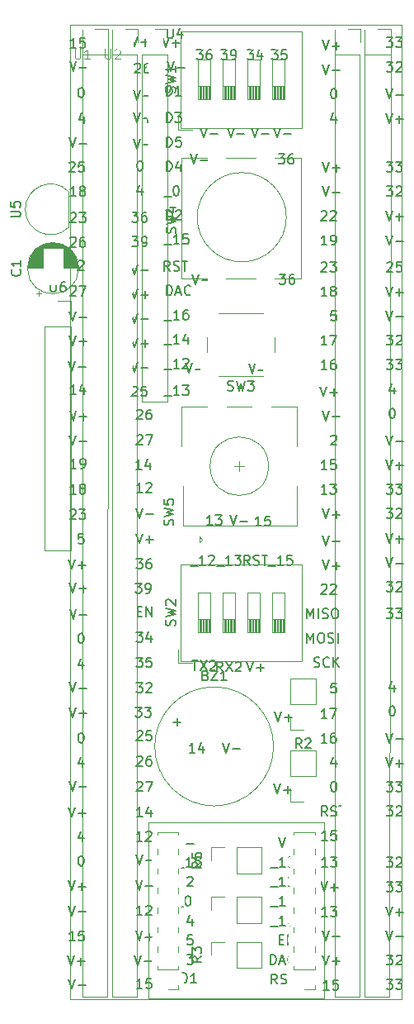
<source format=gto>
G04 #@! TF.GenerationSoftware,KiCad,Pcbnew,7.0.7*
G04 #@! TF.CreationDate,2023-09-13T10:23:32-04:00*
G04 #@! TF.ProjectId,sensor_node,73656e73-6f72-45f6-9e6f-64652e6b6963,rev?*
G04 #@! TF.SameCoordinates,Original*
G04 #@! TF.FileFunction,Legend,Top*
G04 #@! TF.FilePolarity,Positive*
%FSLAX46Y46*%
G04 Gerber Fmt 4.6, Leading zero omitted, Abs format (unit mm)*
G04 Created by KiCad (PCBNEW 7.0.7) date 2023-09-13 10:23:32*
%MOMM*%
%LPD*%
G01*
G04 APERTURE LIST*
%ADD10C,0.150000*%
%ADD11C,0.100000*%
%ADD12C,0.120000*%
%ADD13R,1.700000X1.700000*%
%ADD14O,1.700000X1.700000*%
%ADD15R,1.600000X1.600000*%
%ADD16O,1.600000X1.600000*%
%ADD17R,2.000000X2.000000*%
%ADD18C,2.000000*%
%ADD19R,1.500000X1.050000*%
%ADD20O,1.500000X1.050000*%
%ADD21C,1.500000*%
%ADD22R,2.000000X3.200000*%
%ADD23O,3.500000X1.350000*%
%ADD24C,1.600000*%
%ADD25O,1.850000X3.048000*%
G04 APERTURE END LIST*
D10*
X157110588Y-72119819D02*
X156539160Y-72119819D01*
X156824874Y-72119819D02*
X156824874Y-71119819D01*
X156824874Y-71119819D02*
X156729636Y-71262676D01*
X156729636Y-71262676D02*
X156634398Y-71357914D01*
X156634398Y-71357914D02*
X156539160Y-71405533D01*
X157967731Y-71119819D02*
X157777255Y-71119819D01*
X157777255Y-71119819D02*
X157682017Y-71167438D01*
X157682017Y-71167438D02*
X157634398Y-71215057D01*
X157634398Y-71215057D02*
X157539160Y-71357914D01*
X157539160Y-71357914D02*
X157491541Y-71548390D01*
X157491541Y-71548390D02*
X157491541Y-71929342D01*
X157491541Y-71929342D02*
X157539160Y-72024580D01*
X157539160Y-72024580D02*
X157586779Y-72072200D01*
X157586779Y-72072200D02*
X157682017Y-72119819D01*
X157682017Y-72119819D02*
X157872493Y-72119819D01*
X157872493Y-72119819D02*
X157967731Y-72072200D01*
X157967731Y-72072200D02*
X158015350Y-72024580D01*
X158015350Y-72024580D02*
X158062969Y-71929342D01*
X158062969Y-71929342D02*
X158062969Y-71691247D01*
X158062969Y-71691247D02*
X158015350Y-71596009D01*
X158015350Y-71596009D02*
X157967731Y-71548390D01*
X157967731Y-71548390D02*
X157872493Y-71500771D01*
X157872493Y-71500771D02*
X157682017Y-71500771D01*
X157682017Y-71500771D02*
X157586779Y-71548390D01*
X157586779Y-71548390D02*
X157539160Y-71596009D01*
X157539160Y-71596009D02*
X157491541Y-71691247D01*
X131260588Y-130669819D02*
X130689160Y-130669819D01*
X130974874Y-130669819D02*
X130974874Y-129669819D01*
X130974874Y-129669819D02*
X130879636Y-129812676D01*
X130879636Y-129812676D02*
X130784398Y-129907914D01*
X130784398Y-129907914D02*
X130689160Y-129955533D01*
X132165350Y-129669819D02*
X131689160Y-129669819D01*
X131689160Y-129669819D02*
X131641541Y-130146009D01*
X131641541Y-130146009D02*
X131689160Y-130098390D01*
X131689160Y-130098390D02*
X131784398Y-130050771D01*
X131784398Y-130050771D02*
X132022493Y-130050771D01*
X132022493Y-130050771D02*
X132117731Y-130098390D01*
X132117731Y-130098390D02*
X132165350Y-130146009D01*
X132165350Y-130146009D02*
X132212969Y-130241247D01*
X132212969Y-130241247D02*
X132212969Y-130479342D01*
X132212969Y-130479342D02*
X132165350Y-130574580D01*
X132165350Y-130574580D02*
X132117731Y-130622200D01*
X132117731Y-130622200D02*
X132022493Y-130669819D01*
X132022493Y-130669819D02*
X131784398Y-130669819D01*
X131784398Y-130669819D02*
X131689160Y-130622200D01*
X131689160Y-130622200D02*
X131641541Y-130574580D01*
X143741541Y-39369819D02*
X144360588Y-39369819D01*
X144360588Y-39369819D02*
X144027255Y-39750771D01*
X144027255Y-39750771D02*
X144170112Y-39750771D01*
X144170112Y-39750771D02*
X144265350Y-39798390D01*
X144265350Y-39798390D02*
X144312969Y-39846009D01*
X144312969Y-39846009D02*
X144360588Y-39941247D01*
X144360588Y-39941247D02*
X144360588Y-40179342D01*
X144360588Y-40179342D02*
X144312969Y-40274580D01*
X144312969Y-40274580D02*
X144265350Y-40322200D01*
X144265350Y-40322200D02*
X144170112Y-40369819D01*
X144170112Y-40369819D02*
X143884398Y-40369819D01*
X143884398Y-40369819D02*
X143789160Y-40322200D01*
X143789160Y-40322200D02*
X143741541Y-40274580D01*
X145217731Y-39369819D02*
X145027255Y-39369819D01*
X145027255Y-39369819D02*
X144932017Y-39417438D01*
X144932017Y-39417438D02*
X144884398Y-39465057D01*
X144884398Y-39465057D02*
X144789160Y-39607914D01*
X144789160Y-39607914D02*
X144741541Y-39798390D01*
X144741541Y-39798390D02*
X144741541Y-40179342D01*
X144741541Y-40179342D02*
X144789160Y-40274580D01*
X144789160Y-40274580D02*
X144836779Y-40322200D01*
X144836779Y-40322200D02*
X144932017Y-40369819D01*
X144932017Y-40369819D02*
X145122493Y-40369819D01*
X145122493Y-40369819D02*
X145217731Y-40322200D01*
X145217731Y-40322200D02*
X145265350Y-40274580D01*
X145265350Y-40274580D02*
X145312969Y-40179342D01*
X145312969Y-40179342D02*
X145312969Y-39941247D01*
X145312969Y-39941247D02*
X145265350Y-39846009D01*
X145265350Y-39846009D02*
X145217731Y-39798390D01*
X145217731Y-39798390D02*
X145122493Y-39750771D01*
X145122493Y-39750771D02*
X144932017Y-39750771D01*
X144932017Y-39750771D02*
X144836779Y-39798390D01*
X144836779Y-39798390D02*
X144789160Y-39846009D01*
X144789160Y-39846009D02*
X144741541Y-39941247D01*
X132112969Y-88969819D02*
X131636779Y-88969819D01*
X131636779Y-88969819D02*
X131589160Y-89446009D01*
X131589160Y-89446009D02*
X131636779Y-89398390D01*
X131636779Y-89398390D02*
X131732017Y-89350771D01*
X131732017Y-89350771D02*
X131970112Y-89350771D01*
X131970112Y-89350771D02*
X132065350Y-89398390D01*
X132065350Y-89398390D02*
X132112969Y-89446009D01*
X132112969Y-89446009D02*
X132160588Y-89541247D01*
X132160588Y-89541247D02*
X132160588Y-89779342D01*
X132160588Y-89779342D02*
X132112969Y-89874580D01*
X132112969Y-89874580D02*
X132065350Y-89922200D01*
X132065350Y-89922200D02*
X131970112Y-89969819D01*
X131970112Y-89969819D02*
X131732017Y-89969819D01*
X131732017Y-89969819D02*
X131636779Y-89922200D01*
X131636779Y-89922200D02*
X131589160Y-89874580D01*
X143560588Y-111369819D02*
X142989160Y-111369819D01*
X143274874Y-111369819D02*
X143274874Y-110369819D01*
X143274874Y-110369819D02*
X143179636Y-110512676D01*
X143179636Y-110512676D02*
X143084398Y-110607914D01*
X143084398Y-110607914D02*
X142989160Y-110655533D01*
X144417731Y-110703152D02*
X144417731Y-111369819D01*
X144179636Y-110322200D02*
X143941541Y-111036485D01*
X143941541Y-111036485D02*
X144560588Y-111036485D01*
X137568548Y-99036069D02*
X138187595Y-99036069D01*
X138187595Y-99036069D02*
X137854262Y-99417021D01*
X137854262Y-99417021D02*
X137997119Y-99417021D01*
X137997119Y-99417021D02*
X138092357Y-99464640D01*
X138092357Y-99464640D02*
X138139976Y-99512259D01*
X138139976Y-99512259D02*
X138187595Y-99607497D01*
X138187595Y-99607497D02*
X138187595Y-99845592D01*
X138187595Y-99845592D02*
X138139976Y-99940830D01*
X138139976Y-99940830D02*
X138092357Y-99988450D01*
X138092357Y-99988450D02*
X137997119Y-100036069D01*
X137997119Y-100036069D02*
X137711405Y-100036069D01*
X137711405Y-100036069D02*
X137616167Y-99988450D01*
X137616167Y-99988450D02*
X137568548Y-99940830D01*
X139044738Y-99369402D02*
X139044738Y-100036069D01*
X138806643Y-98988450D02*
X138568548Y-99702735D01*
X138568548Y-99702735D02*
X139187595Y-99702735D01*
X130593922Y-134569819D02*
X130927255Y-135569819D01*
X130927255Y-135569819D02*
X131260588Y-134569819D01*
X131593922Y-135188866D02*
X132355827Y-135188866D01*
X163193922Y-58369819D02*
X163527255Y-59369819D01*
X163527255Y-59369819D02*
X163860588Y-58369819D01*
X164193922Y-58988866D02*
X164955827Y-58988866D01*
X130693922Y-68669819D02*
X131027255Y-69669819D01*
X131027255Y-69669819D02*
X131360588Y-68669819D01*
X131693922Y-69288866D02*
X132455827Y-69288866D01*
X132074874Y-69669819D02*
X132074874Y-68907914D01*
X132065350Y-112203152D02*
X132065350Y-112869819D01*
X131827255Y-111822200D02*
X131589160Y-112536485D01*
X131589160Y-112536485D02*
X132208207Y-112536485D01*
X151291540Y-129165057D02*
X152053444Y-129165057D01*
X152815349Y-129069819D02*
X152243921Y-129069819D01*
X152529635Y-129069819D02*
X152529635Y-128069819D01*
X152529635Y-128069819D02*
X152434397Y-128212676D01*
X152434397Y-128212676D02*
X152339159Y-128307914D01*
X152339159Y-128307914D02*
X152243921Y-128355533D01*
X153672492Y-128069819D02*
X153482016Y-128069819D01*
X153482016Y-128069819D02*
X153386778Y-128117438D01*
X153386778Y-128117438D02*
X153339159Y-128165057D01*
X153339159Y-128165057D02*
X153243921Y-128307914D01*
X153243921Y-128307914D02*
X153196302Y-128498390D01*
X153196302Y-128498390D02*
X153196302Y-128879342D01*
X153196302Y-128879342D02*
X153243921Y-128974580D01*
X153243921Y-128974580D02*
X153291540Y-129022200D01*
X153291540Y-129022200D02*
X153386778Y-129069819D01*
X153386778Y-129069819D02*
X153577254Y-129069819D01*
X153577254Y-129069819D02*
X153672492Y-129022200D01*
X153672492Y-129022200D02*
X153720111Y-128974580D01*
X153720111Y-128974580D02*
X153767730Y-128879342D01*
X153767730Y-128879342D02*
X153767730Y-128641247D01*
X153767730Y-128641247D02*
X153720111Y-128546009D01*
X153720111Y-128546009D02*
X153672492Y-128498390D01*
X153672492Y-128498390D02*
X153577254Y-128450771D01*
X153577254Y-128450771D02*
X153386778Y-128450771D01*
X153386778Y-128450771D02*
X153291540Y-128498390D01*
X153291540Y-128498390D02*
X153243921Y-128546009D01*
X153243921Y-128546009D02*
X153196302Y-128641247D01*
X130693922Y-114269819D02*
X131027255Y-115269819D01*
X131027255Y-115269819D02*
X131360588Y-114269819D01*
X131693922Y-114888866D02*
X132455827Y-114888866D01*
X131360588Y-54369819D02*
X130789160Y-54369819D01*
X131074874Y-54369819D02*
X131074874Y-53369819D01*
X131074874Y-53369819D02*
X130979636Y-53512676D01*
X130979636Y-53512676D02*
X130884398Y-53607914D01*
X130884398Y-53607914D02*
X130789160Y-53655533D01*
X131932017Y-53798390D02*
X131836779Y-53750771D01*
X131836779Y-53750771D02*
X131789160Y-53703152D01*
X131789160Y-53703152D02*
X131741541Y-53607914D01*
X131741541Y-53607914D02*
X131741541Y-53560295D01*
X131741541Y-53560295D02*
X131789160Y-53465057D01*
X131789160Y-53465057D02*
X131836779Y-53417438D01*
X131836779Y-53417438D02*
X131932017Y-53369819D01*
X131932017Y-53369819D02*
X132122493Y-53369819D01*
X132122493Y-53369819D02*
X132217731Y-53417438D01*
X132217731Y-53417438D02*
X132265350Y-53465057D01*
X132265350Y-53465057D02*
X132312969Y-53560295D01*
X132312969Y-53560295D02*
X132312969Y-53607914D01*
X132312969Y-53607914D02*
X132265350Y-53703152D01*
X132265350Y-53703152D02*
X132217731Y-53750771D01*
X132217731Y-53750771D02*
X132122493Y-53798390D01*
X132122493Y-53798390D02*
X131932017Y-53798390D01*
X131932017Y-53798390D02*
X131836779Y-53846009D01*
X131836779Y-53846009D02*
X131789160Y-53893628D01*
X131789160Y-53893628D02*
X131741541Y-53988866D01*
X131741541Y-53988866D02*
X131741541Y-54179342D01*
X131741541Y-54179342D02*
X131789160Y-54274580D01*
X131789160Y-54274580D02*
X131836779Y-54322200D01*
X131836779Y-54322200D02*
X131932017Y-54369819D01*
X131932017Y-54369819D02*
X132122493Y-54369819D01*
X132122493Y-54369819D02*
X132217731Y-54322200D01*
X132217731Y-54322200D02*
X132265350Y-54274580D01*
X132265350Y-54274580D02*
X132312969Y-54179342D01*
X132312969Y-54179342D02*
X132312969Y-53988866D01*
X132312969Y-53988866D02*
X132265350Y-53893628D01*
X132265350Y-53893628D02*
X132217731Y-53846009D01*
X132217731Y-53846009D02*
X132122493Y-53798390D01*
X140748684Y-40569819D02*
X141082017Y-41569819D01*
X141082017Y-41569819D02*
X141415350Y-40569819D01*
X141748684Y-41188866D02*
X142510589Y-41188866D01*
X157777255Y-114369819D02*
X157872493Y-114369819D01*
X157872493Y-114369819D02*
X157967731Y-114417438D01*
X157967731Y-114417438D02*
X158015350Y-114465057D01*
X158015350Y-114465057D02*
X158062969Y-114560295D01*
X158062969Y-114560295D02*
X158110588Y-114750771D01*
X158110588Y-114750771D02*
X158110588Y-114988866D01*
X158110588Y-114988866D02*
X158062969Y-115179342D01*
X158062969Y-115179342D02*
X158015350Y-115274580D01*
X158015350Y-115274580D02*
X157967731Y-115322200D01*
X157967731Y-115322200D02*
X157872493Y-115369819D01*
X157872493Y-115369819D02*
X157777255Y-115369819D01*
X157777255Y-115369819D02*
X157682017Y-115322200D01*
X157682017Y-115322200D02*
X157634398Y-115274580D01*
X157634398Y-115274580D02*
X157586779Y-115179342D01*
X157586779Y-115179342D02*
X157539160Y-114988866D01*
X157539160Y-114988866D02*
X157539160Y-114750771D01*
X157539160Y-114750771D02*
X157586779Y-114560295D01*
X157586779Y-114560295D02*
X157634398Y-114465057D01*
X157634398Y-114465057D02*
X157682017Y-114417438D01*
X157682017Y-114417438D02*
X157777255Y-114369819D01*
X157110588Y-69619819D02*
X156539160Y-69619819D01*
X156824874Y-69619819D02*
X156824874Y-68619819D01*
X156824874Y-68619819D02*
X156729636Y-68762676D01*
X156729636Y-68762676D02*
X156634398Y-68857914D01*
X156634398Y-68857914D02*
X156539160Y-68905533D01*
X157443922Y-68619819D02*
X158110588Y-68619819D01*
X158110588Y-68619819D02*
X157682017Y-69619819D01*
X131827255Y-99169819D02*
X131922493Y-99169819D01*
X131922493Y-99169819D02*
X132017731Y-99217438D01*
X132017731Y-99217438D02*
X132065350Y-99265057D01*
X132065350Y-99265057D02*
X132112969Y-99360295D01*
X132112969Y-99360295D02*
X132160588Y-99550771D01*
X132160588Y-99550771D02*
X132160588Y-99788866D01*
X132160588Y-99788866D02*
X132112969Y-99979342D01*
X132112969Y-99979342D02*
X132065350Y-100074580D01*
X132065350Y-100074580D02*
X132017731Y-100122200D01*
X132017731Y-100122200D02*
X131922493Y-100169819D01*
X131922493Y-100169819D02*
X131827255Y-100169819D01*
X131827255Y-100169819D02*
X131732017Y-100122200D01*
X131732017Y-100122200D02*
X131684398Y-100074580D01*
X131684398Y-100074580D02*
X131636779Y-99979342D01*
X131636779Y-99979342D02*
X131589160Y-99788866D01*
X131589160Y-99788866D02*
X131589160Y-99550771D01*
X131589160Y-99550771D02*
X131636779Y-99360295D01*
X131636779Y-99360295D02*
X131684398Y-99265057D01*
X131684398Y-99265057D02*
X131732017Y-99217438D01*
X131732017Y-99217438D02*
X131827255Y-99169819D01*
X138160588Y-135536069D02*
X137589160Y-135536069D01*
X137874874Y-135536069D02*
X137874874Y-134536069D01*
X137874874Y-134536069D02*
X137779636Y-134678926D01*
X137779636Y-134678926D02*
X137684398Y-134774164D01*
X137684398Y-134774164D02*
X137589160Y-134821783D01*
X139065350Y-134536069D02*
X138589160Y-134536069D01*
X138589160Y-134536069D02*
X138541541Y-135012259D01*
X138541541Y-135012259D02*
X138589160Y-134964640D01*
X138589160Y-134964640D02*
X138684398Y-134917021D01*
X138684398Y-134917021D02*
X138922493Y-134917021D01*
X138922493Y-134917021D02*
X139017731Y-134964640D01*
X139017731Y-134964640D02*
X139065350Y-135012259D01*
X139065350Y-135012259D02*
X139112969Y-135107497D01*
X139112969Y-135107497D02*
X139112969Y-135345592D01*
X139112969Y-135345592D02*
X139065350Y-135440830D01*
X139065350Y-135440830D02*
X139017731Y-135488450D01*
X139017731Y-135488450D02*
X138922493Y-135536069D01*
X138922493Y-135536069D02*
X138684398Y-135536069D01*
X138684398Y-135536069D02*
X138589160Y-135488450D01*
X138589160Y-135488450D02*
X138541541Y-135440830D01*
X138187595Y-84736069D02*
X137616167Y-84736069D01*
X137901881Y-84736069D02*
X137901881Y-83736069D01*
X137901881Y-83736069D02*
X137806643Y-83878926D01*
X137806643Y-83878926D02*
X137711405Y-83974164D01*
X137711405Y-83974164D02*
X137616167Y-84021783D01*
X138568548Y-83831307D02*
X138616167Y-83783688D01*
X138616167Y-83783688D02*
X138711405Y-83736069D01*
X138711405Y-83736069D02*
X138949500Y-83736069D01*
X138949500Y-83736069D02*
X139044738Y-83783688D01*
X139044738Y-83783688D02*
X139092357Y-83831307D01*
X139092357Y-83831307D02*
X139139976Y-83926545D01*
X139139976Y-83926545D02*
X139139976Y-84021783D01*
X139139976Y-84021783D02*
X139092357Y-84164640D01*
X139092357Y-84164640D02*
X138520929Y-84736069D01*
X138520929Y-84736069D02*
X139139976Y-84736069D01*
X163777255Y-106619819D02*
X163872493Y-106619819D01*
X163872493Y-106619819D02*
X163967731Y-106667438D01*
X163967731Y-106667438D02*
X164015350Y-106715057D01*
X164015350Y-106715057D02*
X164062969Y-106810295D01*
X164062969Y-106810295D02*
X164110588Y-107000771D01*
X164110588Y-107000771D02*
X164110588Y-107238866D01*
X164110588Y-107238866D02*
X164062969Y-107429342D01*
X164062969Y-107429342D02*
X164015350Y-107524580D01*
X164015350Y-107524580D02*
X163967731Y-107572200D01*
X163967731Y-107572200D02*
X163872493Y-107619819D01*
X163872493Y-107619819D02*
X163777255Y-107619819D01*
X163777255Y-107619819D02*
X163682017Y-107572200D01*
X163682017Y-107572200D02*
X163634398Y-107524580D01*
X163634398Y-107524580D02*
X163586779Y-107429342D01*
X163586779Y-107429342D02*
X163539160Y-107238866D01*
X163539160Y-107238866D02*
X163539160Y-107000771D01*
X163539160Y-107000771D02*
X163586779Y-106810295D01*
X163586779Y-106810295D02*
X163634398Y-106715057D01*
X163634398Y-106715057D02*
X163682017Y-106667438D01*
X163682017Y-106667438D02*
X163777255Y-106619819D01*
X141603446Y-127165057D02*
X142365350Y-127165057D01*
X142793922Y-126069819D02*
X142889160Y-126069819D01*
X142889160Y-126069819D02*
X142984398Y-126117438D01*
X142984398Y-126117438D02*
X143032017Y-126165057D01*
X143032017Y-126165057D02*
X143079636Y-126260295D01*
X143079636Y-126260295D02*
X143127255Y-126450771D01*
X143127255Y-126450771D02*
X143127255Y-126688866D01*
X143127255Y-126688866D02*
X143079636Y-126879342D01*
X143079636Y-126879342D02*
X143032017Y-126974580D01*
X143032017Y-126974580D02*
X142984398Y-127022200D01*
X142984398Y-127022200D02*
X142889160Y-127069819D01*
X142889160Y-127069819D02*
X142793922Y-127069819D01*
X142793922Y-127069819D02*
X142698684Y-127022200D01*
X142698684Y-127022200D02*
X142651065Y-126974580D01*
X142651065Y-126974580D02*
X142603446Y-126879342D01*
X142603446Y-126879342D02*
X142555827Y-126688866D01*
X142555827Y-126688866D02*
X142555827Y-126450771D01*
X142555827Y-126450771D02*
X142603446Y-126260295D01*
X142603446Y-126260295D02*
X142651065Y-126165057D01*
X142651065Y-126165057D02*
X142698684Y-126117438D01*
X142698684Y-126117438D02*
X142793922Y-126069819D01*
X157110588Y-107869819D02*
X156539160Y-107869819D01*
X156824874Y-107869819D02*
X156824874Y-106869819D01*
X156824874Y-106869819D02*
X156729636Y-107012676D01*
X156729636Y-107012676D02*
X156634398Y-107107914D01*
X156634398Y-107107914D02*
X156539160Y-107155533D01*
X157443922Y-106869819D02*
X158110588Y-106869819D01*
X158110588Y-106869819D02*
X157682017Y-107869819D01*
X158015350Y-46203152D02*
X158015350Y-46869819D01*
X157777255Y-45822200D02*
X157539160Y-46536485D01*
X157539160Y-46536485D02*
X158158207Y-46536485D01*
X145798684Y-92265057D02*
X146560588Y-92265057D01*
X147322493Y-92169819D02*
X146751065Y-92169819D01*
X147036779Y-92169819D02*
X147036779Y-91169819D01*
X147036779Y-91169819D02*
X146941541Y-91312676D01*
X146941541Y-91312676D02*
X146846303Y-91407914D01*
X146846303Y-91407914D02*
X146751065Y-91455533D01*
X147655827Y-91169819D02*
X148274874Y-91169819D01*
X148274874Y-91169819D02*
X147941541Y-91550771D01*
X147941541Y-91550771D02*
X148084398Y-91550771D01*
X148084398Y-91550771D02*
X148179636Y-91598390D01*
X148179636Y-91598390D02*
X148227255Y-91646009D01*
X148227255Y-91646009D02*
X148274874Y-91741247D01*
X148274874Y-91741247D02*
X148274874Y-91979342D01*
X148274874Y-91979342D02*
X148227255Y-92074580D01*
X148227255Y-92074580D02*
X148179636Y-92122200D01*
X148179636Y-92122200D02*
X148084398Y-92169819D01*
X148084398Y-92169819D02*
X147798684Y-92169819D01*
X147798684Y-92169819D02*
X147703446Y-92122200D01*
X147703446Y-92122200D02*
X147655827Y-92074580D01*
X157158207Y-117869819D02*
X156824874Y-117393628D01*
X156586779Y-117869819D02*
X156586779Y-116869819D01*
X156586779Y-116869819D02*
X156967731Y-116869819D01*
X156967731Y-116869819D02*
X157062969Y-116917438D01*
X157062969Y-116917438D02*
X157110588Y-116965057D01*
X157110588Y-116965057D02*
X157158207Y-117060295D01*
X157158207Y-117060295D02*
X157158207Y-117203152D01*
X157158207Y-117203152D02*
X157110588Y-117298390D01*
X157110588Y-117298390D02*
X157062969Y-117346009D01*
X157062969Y-117346009D02*
X156967731Y-117393628D01*
X156967731Y-117393628D02*
X156586779Y-117393628D01*
X157539160Y-117822200D02*
X157682017Y-117869819D01*
X157682017Y-117869819D02*
X157920112Y-117869819D01*
X157920112Y-117869819D02*
X158015350Y-117822200D01*
X158015350Y-117822200D02*
X158062969Y-117774580D01*
X158062969Y-117774580D02*
X158110588Y-117679342D01*
X158110588Y-117679342D02*
X158110588Y-117584104D01*
X158110588Y-117584104D02*
X158062969Y-117488866D01*
X158062969Y-117488866D02*
X158015350Y-117441247D01*
X158015350Y-117441247D02*
X157920112Y-117393628D01*
X157920112Y-117393628D02*
X157729636Y-117346009D01*
X157729636Y-117346009D02*
X157634398Y-117298390D01*
X157634398Y-117298390D02*
X157586779Y-117250771D01*
X157586779Y-117250771D02*
X157539160Y-117155533D01*
X157539160Y-117155533D02*
X157539160Y-117060295D01*
X157539160Y-117060295D02*
X157586779Y-116965057D01*
X157586779Y-116965057D02*
X157634398Y-116917438D01*
X157634398Y-116917438D02*
X157729636Y-116869819D01*
X157729636Y-116869819D02*
X157967731Y-116869819D01*
X157967731Y-116869819D02*
X158110588Y-116917438D01*
X158396303Y-116869819D02*
X158967731Y-116869819D01*
X158682017Y-117869819D02*
X158682017Y-116869819D01*
X151291540Y-125165057D02*
X152053444Y-125165057D01*
X152815349Y-125069819D02*
X152243921Y-125069819D01*
X152529635Y-125069819D02*
X152529635Y-124069819D01*
X152529635Y-124069819D02*
X152434397Y-124212676D01*
X152434397Y-124212676D02*
X152339159Y-124307914D01*
X152339159Y-124307914D02*
X152243921Y-124355533D01*
X153196302Y-124165057D02*
X153243921Y-124117438D01*
X153243921Y-124117438D02*
X153339159Y-124069819D01*
X153339159Y-124069819D02*
X153577254Y-124069819D01*
X153577254Y-124069819D02*
X153672492Y-124117438D01*
X153672492Y-124117438D02*
X153720111Y-124165057D01*
X153720111Y-124165057D02*
X153767730Y-124260295D01*
X153767730Y-124260295D02*
X153767730Y-124355533D01*
X153767730Y-124355533D02*
X153720111Y-124498390D01*
X153720111Y-124498390D02*
X153148683Y-125069819D01*
X153148683Y-125069819D02*
X153767730Y-125069819D01*
X163193922Y-127119819D02*
X163527255Y-128119819D01*
X163527255Y-128119819D02*
X163860588Y-127119819D01*
X164193922Y-127738866D02*
X164955827Y-127738866D01*
X164574874Y-128119819D02*
X164574874Y-127357914D01*
X137568548Y-91536069D02*
X138187595Y-91536069D01*
X138187595Y-91536069D02*
X137854262Y-91917021D01*
X137854262Y-91917021D02*
X137997119Y-91917021D01*
X137997119Y-91917021D02*
X138092357Y-91964640D01*
X138092357Y-91964640D02*
X138139976Y-92012259D01*
X138139976Y-92012259D02*
X138187595Y-92107497D01*
X138187595Y-92107497D02*
X138187595Y-92345592D01*
X138187595Y-92345592D02*
X138139976Y-92440830D01*
X138139976Y-92440830D02*
X138092357Y-92488450D01*
X138092357Y-92488450D02*
X137997119Y-92536069D01*
X137997119Y-92536069D02*
X137711405Y-92536069D01*
X137711405Y-92536069D02*
X137616167Y-92488450D01*
X137616167Y-92488450D02*
X137568548Y-92440830D01*
X139044738Y-91536069D02*
X138854262Y-91536069D01*
X138854262Y-91536069D02*
X138759024Y-91583688D01*
X138759024Y-91583688D02*
X138711405Y-91631307D01*
X138711405Y-91631307D02*
X138616167Y-91774164D01*
X138616167Y-91774164D02*
X138568548Y-91964640D01*
X138568548Y-91964640D02*
X138568548Y-92345592D01*
X138568548Y-92345592D02*
X138616167Y-92440830D01*
X138616167Y-92440830D02*
X138663786Y-92488450D01*
X138663786Y-92488450D02*
X138759024Y-92536069D01*
X138759024Y-92536069D02*
X138949500Y-92536069D01*
X138949500Y-92536069D02*
X139044738Y-92488450D01*
X139044738Y-92488450D02*
X139092357Y-92440830D01*
X139092357Y-92440830D02*
X139139976Y-92345592D01*
X139139976Y-92345592D02*
X139139976Y-92107497D01*
X139139976Y-92107497D02*
X139092357Y-92012259D01*
X139092357Y-92012259D02*
X139044738Y-91964640D01*
X139044738Y-91964640D02*
X138949500Y-91917021D01*
X138949500Y-91917021D02*
X138759024Y-91917021D01*
X138759024Y-91917021D02*
X138663786Y-91964640D01*
X138663786Y-91964640D02*
X138616167Y-92012259D01*
X138616167Y-92012259D02*
X138568548Y-92107497D01*
X149093922Y-71569819D02*
X149427255Y-72569819D01*
X149427255Y-72569819D02*
X149760588Y-71569819D01*
X150093922Y-72188866D02*
X150855827Y-72188866D01*
X156693922Y-40869819D02*
X157027255Y-41869819D01*
X157027255Y-41869819D02*
X157360588Y-40869819D01*
X157693922Y-41488866D02*
X158455827Y-41488866D01*
X137616167Y-109231307D02*
X137663786Y-109183688D01*
X137663786Y-109183688D02*
X137759024Y-109136069D01*
X137759024Y-109136069D02*
X137997119Y-109136069D01*
X137997119Y-109136069D02*
X138092357Y-109183688D01*
X138092357Y-109183688D02*
X138139976Y-109231307D01*
X138139976Y-109231307D02*
X138187595Y-109326545D01*
X138187595Y-109326545D02*
X138187595Y-109421783D01*
X138187595Y-109421783D02*
X138139976Y-109564640D01*
X138139976Y-109564640D02*
X137568548Y-110136069D01*
X137568548Y-110136069D02*
X138187595Y-110136069D01*
X139092357Y-109136069D02*
X138616167Y-109136069D01*
X138616167Y-109136069D02*
X138568548Y-109612259D01*
X138568548Y-109612259D02*
X138616167Y-109564640D01*
X138616167Y-109564640D02*
X138711405Y-109517021D01*
X138711405Y-109517021D02*
X138949500Y-109517021D01*
X138949500Y-109517021D02*
X139044738Y-109564640D01*
X139044738Y-109564640D02*
X139092357Y-109612259D01*
X139092357Y-109612259D02*
X139139976Y-109707497D01*
X139139976Y-109707497D02*
X139139976Y-109945592D01*
X139139976Y-109945592D02*
X139092357Y-110040830D01*
X139092357Y-110040830D02*
X139044738Y-110088450D01*
X139044738Y-110088450D02*
X138949500Y-110136069D01*
X138949500Y-110136069D02*
X138711405Y-110136069D01*
X138711405Y-110136069D02*
X138616167Y-110088450D01*
X138616167Y-110088450D02*
X138568548Y-110040830D01*
X143293922Y-101969819D02*
X143865350Y-101969819D01*
X143579636Y-102969819D02*
X143579636Y-101969819D01*
X144103446Y-101969819D02*
X144770112Y-102969819D01*
X144770112Y-101969819D02*
X144103446Y-102969819D01*
X145103446Y-102065057D02*
X145151065Y-102017438D01*
X145151065Y-102017438D02*
X145246303Y-101969819D01*
X145246303Y-101969819D02*
X145484398Y-101969819D01*
X145484398Y-101969819D02*
X145579636Y-102017438D01*
X145579636Y-102017438D02*
X145627255Y-102065057D01*
X145627255Y-102065057D02*
X145674874Y-102160295D01*
X145674874Y-102160295D02*
X145674874Y-102255533D01*
X145674874Y-102255533D02*
X145627255Y-102398390D01*
X145627255Y-102398390D02*
X145055827Y-102969819D01*
X145055827Y-102969819D02*
X145674874Y-102969819D01*
X137520929Y-86336069D02*
X137854262Y-87336069D01*
X137854262Y-87336069D02*
X138187595Y-86336069D01*
X138520929Y-86955116D02*
X139282834Y-86955116D01*
X140641541Y-49319819D02*
X140641541Y-48319819D01*
X140641541Y-48319819D02*
X140879636Y-48319819D01*
X140879636Y-48319819D02*
X141022493Y-48367438D01*
X141022493Y-48367438D02*
X141117731Y-48462676D01*
X141117731Y-48462676D02*
X141165350Y-48557914D01*
X141165350Y-48557914D02*
X141212969Y-48748390D01*
X141212969Y-48748390D02*
X141212969Y-48891247D01*
X141212969Y-48891247D02*
X141165350Y-49081723D01*
X141165350Y-49081723D02*
X141117731Y-49176961D01*
X141117731Y-49176961D02*
X141022493Y-49272200D01*
X141022493Y-49272200D02*
X140879636Y-49319819D01*
X140879636Y-49319819D02*
X140641541Y-49319819D01*
X142117731Y-48319819D02*
X141641541Y-48319819D01*
X141641541Y-48319819D02*
X141593922Y-48796009D01*
X141593922Y-48796009D02*
X141641541Y-48748390D01*
X141641541Y-48748390D02*
X141736779Y-48700771D01*
X141736779Y-48700771D02*
X141974874Y-48700771D01*
X141974874Y-48700771D02*
X142070112Y-48748390D01*
X142070112Y-48748390D02*
X142117731Y-48796009D01*
X142117731Y-48796009D02*
X142165350Y-48891247D01*
X142165350Y-48891247D02*
X142165350Y-49129342D01*
X142165350Y-49129342D02*
X142117731Y-49224580D01*
X142117731Y-49224580D02*
X142070112Y-49272200D01*
X142070112Y-49272200D02*
X141974874Y-49319819D01*
X141974874Y-49319819D02*
X141736779Y-49319819D01*
X141736779Y-49319819D02*
X141641541Y-49272200D01*
X141641541Y-49272200D02*
X141593922Y-49224580D01*
X158062969Y-104269819D02*
X157586779Y-104269819D01*
X157586779Y-104269819D02*
X157539160Y-104746009D01*
X157539160Y-104746009D02*
X157586779Y-104698390D01*
X157586779Y-104698390D02*
X157682017Y-104650771D01*
X157682017Y-104650771D02*
X157920112Y-104650771D01*
X157920112Y-104650771D02*
X158015350Y-104698390D01*
X158015350Y-104698390D02*
X158062969Y-104746009D01*
X158062969Y-104746009D02*
X158110588Y-104841247D01*
X158110588Y-104841247D02*
X158110588Y-105079342D01*
X158110588Y-105079342D02*
X158062969Y-105174580D01*
X158062969Y-105174580D02*
X158015350Y-105222200D01*
X158015350Y-105222200D02*
X157920112Y-105269819D01*
X157920112Y-105269819D02*
X157682017Y-105269819D01*
X157682017Y-105269819D02*
X157586779Y-105222200D01*
X157586779Y-105222200D02*
X157539160Y-105174580D01*
X163193922Y-45869819D02*
X163527255Y-46869819D01*
X163527255Y-46869819D02*
X163860588Y-45869819D01*
X164193922Y-46488866D02*
X164955827Y-46488866D01*
X164574874Y-46869819D02*
X164574874Y-46107914D01*
X137048684Y-66369819D02*
X137382017Y-67369819D01*
X137382017Y-67369819D02*
X137715350Y-66369819D01*
X138048684Y-66988866D02*
X138810589Y-66988866D01*
X137616167Y-76331307D02*
X137663786Y-76283688D01*
X137663786Y-76283688D02*
X137759024Y-76236069D01*
X137759024Y-76236069D02*
X137997119Y-76236069D01*
X137997119Y-76236069D02*
X138092357Y-76283688D01*
X138092357Y-76283688D02*
X138139976Y-76331307D01*
X138139976Y-76331307D02*
X138187595Y-76426545D01*
X138187595Y-76426545D02*
X138187595Y-76521783D01*
X138187595Y-76521783D02*
X138139976Y-76664640D01*
X138139976Y-76664640D02*
X137568548Y-77236069D01*
X137568548Y-77236069D02*
X138187595Y-77236069D01*
X139044738Y-76236069D02*
X138854262Y-76236069D01*
X138854262Y-76236069D02*
X138759024Y-76283688D01*
X138759024Y-76283688D02*
X138711405Y-76331307D01*
X138711405Y-76331307D02*
X138616167Y-76474164D01*
X138616167Y-76474164D02*
X138568548Y-76664640D01*
X138568548Y-76664640D02*
X138568548Y-77045592D01*
X138568548Y-77045592D02*
X138616167Y-77140830D01*
X138616167Y-77140830D02*
X138663786Y-77188450D01*
X138663786Y-77188450D02*
X138759024Y-77236069D01*
X138759024Y-77236069D02*
X138949500Y-77236069D01*
X138949500Y-77236069D02*
X139044738Y-77188450D01*
X139044738Y-77188450D02*
X139092357Y-77140830D01*
X139092357Y-77140830D02*
X139139976Y-77045592D01*
X139139976Y-77045592D02*
X139139976Y-76807497D01*
X139139976Y-76807497D02*
X139092357Y-76712259D01*
X139092357Y-76712259D02*
X139044738Y-76664640D01*
X139044738Y-76664640D02*
X138949500Y-76617021D01*
X138949500Y-76617021D02*
X138759024Y-76617021D01*
X138759024Y-76617021D02*
X138663786Y-76664640D01*
X138663786Y-76664640D02*
X138616167Y-76712259D01*
X138616167Y-76712259D02*
X138568548Y-76807497D01*
X163193922Y-43369819D02*
X163527255Y-44369819D01*
X163527255Y-44369819D02*
X163860588Y-43369819D01*
X164193922Y-43988866D02*
X164955827Y-43988866D01*
X149208207Y-92169819D02*
X148874874Y-91693628D01*
X148636779Y-92169819D02*
X148636779Y-91169819D01*
X148636779Y-91169819D02*
X149017731Y-91169819D01*
X149017731Y-91169819D02*
X149112969Y-91217438D01*
X149112969Y-91217438D02*
X149160588Y-91265057D01*
X149160588Y-91265057D02*
X149208207Y-91360295D01*
X149208207Y-91360295D02*
X149208207Y-91503152D01*
X149208207Y-91503152D02*
X149160588Y-91598390D01*
X149160588Y-91598390D02*
X149112969Y-91646009D01*
X149112969Y-91646009D02*
X149017731Y-91693628D01*
X149017731Y-91693628D02*
X148636779Y-91693628D01*
X149589160Y-92122200D02*
X149732017Y-92169819D01*
X149732017Y-92169819D02*
X149970112Y-92169819D01*
X149970112Y-92169819D02*
X150065350Y-92122200D01*
X150065350Y-92122200D02*
X150112969Y-92074580D01*
X150112969Y-92074580D02*
X150160588Y-91979342D01*
X150160588Y-91979342D02*
X150160588Y-91884104D01*
X150160588Y-91884104D02*
X150112969Y-91788866D01*
X150112969Y-91788866D02*
X150065350Y-91741247D01*
X150065350Y-91741247D02*
X149970112Y-91693628D01*
X149970112Y-91693628D02*
X149779636Y-91646009D01*
X149779636Y-91646009D02*
X149684398Y-91598390D01*
X149684398Y-91598390D02*
X149636779Y-91550771D01*
X149636779Y-91550771D02*
X149589160Y-91455533D01*
X149589160Y-91455533D02*
X149589160Y-91360295D01*
X149589160Y-91360295D02*
X149636779Y-91265057D01*
X149636779Y-91265057D02*
X149684398Y-91217438D01*
X149684398Y-91217438D02*
X149779636Y-91169819D01*
X149779636Y-91169819D02*
X150017731Y-91169819D01*
X150017731Y-91169819D02*
X150160588Y-91217438D01*
X150446303Y-91169819D02*
X151017731Y-91169819D01*
X150732017Y-92169819D02*
X150732017Y-91169819D01*
X148941541Y-39369819D02*
X149560588Y-39369819D01*
X149560588Y-39369819D02*
X149227255Y-39750771D01*
X149227255Y-39750771D02*
X149370112Y-39750771D01*
X149370112Y-39750771D02*
X149465350Y-39798390D01*
X149465350Y-39798390D02*
X149512969Y-39846009D01*
X149512969Y-39846009D02*
X149560588Y-39941247D01*
X149560588Y-39941247D02*
X149560588Y-40179342D01*
X149560588Y-40179342D02*
X149512969Y-40274580D01*
X149512969Y-40274580D02*
X149465350Y-40322200D01*
X149465350Y-40322200D02*
X149370112Y-40369819D01*
X149370112Y-40369819D02*
X149084398Y-40369819D01*
X149084398Y-40369819D02*
X148989160Y-40322200D01*
X148989160Y-40322200D02*
X148941541Y-40274580D01*
X150417731Y-39703152D02*
X150417731Y-40369819D01*
X150179636Y-39322200D02*
X149941541Y-40036485D01*
X149941541Y-40036485D02*
X150560588Y-40036485D01*
X146408207Y-103069819D02*
X146074874Y-102593628D01*
X145836779Y-103069819D02*
X145836779Y-102069819D01*
X145836779Y-102069819D02*
X146217731Y-102069819D01*
X146217731Y-102069819D02*
X146312969Y-102117438D01*
X146312969Y-102117438D02*
X146360588Y-102165057D01*
X146360588Y-102165057D02*
X146408207Y-102260295D01*
X146408207Y-102260295D02*
X146408207Y-102403152D01*
X146408207Y-102403152D02*
X146360588Y-102498390D01*
X146360588Y-102498390D02*
X146312969Y-102546009D01*
X146312969Y-102546009D02*
X146217731Y-102593628D01*
X146217731Y-102593628D02*
X145836779Y-102593628D01*
X146741541Y-102069819D02*
X147408207Y-103069819D01*
X147408207Y-102069819D02*
X146741541Y-103069819D01*
X147741541Y-102165057D02*
X147789160Y-102117438D01*
X147789160Y-102117438D02*
X147884398Y-102069819D01*
X147884398Y-102069819D02*
X148122493Y-102069819D01*
X148122493Y-102069819D02*
X148217731Y-102117438D01*
X148217731Y-102117438D02*
X148265350Y-102165057D01*
X148265350Y-102165057D02*
X148312969Y-102260295D01*
X148312969Y-102260295D02*
X148312969Y-102355533D01*
X148312969Y-102355533D02*
X148265350Y-102498390D01*
X148265350Y-102498390D02*
X147693922Y-103069819D01*
X147693922Y-103069819D02*
X148312969Y-103069819D01*
X130720929Y-76369819D02*
X131054262Y-77369819D01*
X131054262Y-77369819D02*
X131387595Y-76369819D01*
X131720929Y-76988866D02*
X132482834Y-76988866D01*
X132101881Y-77369819D02*
X132101881Y-76607914D01*
X146241541Y-39369819D02*
X146860588Y-39369819D01*
X146860588Y-39369819D02*
X146527255Y-39750771D01*
X146527255Y-39750771D02*
X146670112Y-39750771D01*
X146670112Y-39750771D02*
X146765350Y-39798390D01*
X146765350Y-39798390D02*
X146812969Y-39846009D01*
X146812969Y-39846009D02*
X146860588Y-39941247D01*
X146860588Y-39941247D02*
X146860588Y-40179342D01*
X146860588Y-40179342D02*
X146812969Y-40274580D01*
X146812969Y-40274580D02*
X146765350Y-40322200D01*
X146765350Y-40322200D02*
X146670112Y-40369819D01*
X146670112Y-40369819D02*
X146384398Y-40369819D01*
X146384398Y-40369819D02*
X146289160Y-40322200D01*
X146289160Y-40322200D02*
X146241541Y-40274580D01*
X147336779Y-40369819D02*
X147527255Y-40369819D01*
X147527255Y-40369819D02*
X147622493Y-40322200D01*
X147622493Y-40322200D02*
X147670112Y-40274580D01*
X147670112Y-40274580D02*
X147765350Y-40131723D01*
X147765350Y-40131723D02*
X147812969Y-39941247D01*
X147812969Y-39941247D02*
X147812969Y-39560295D01*
X147812969Y-39560295D02*
X147765350Y-39465057D01*
X147765350Y-39465057D02*
X147717731Y-39417438D01*
X147717731Y-39417438D02*
X147622493Y-39369819D01*
X147622493Y-39369819D02*
X147432017Y-39369819D01*
X147432017Y-39369819D02*
X147336779Y-39417438D01*
X147336779Y-39417438D02*
X147289160Y-39465057D01*
X147289160Y-39465057D02*
X147241541Y-39560295D01*
X147241541Y-39560295D02*
X147241541Y-39798390D01*
X147241541Y-39798390D02*
X147289160Y-39893628D01*
X147289160Y-39893628D02*
X147336779Y-39941247D01*
X147336779Y-39941247D02*
X147432017Y-39988866D01*
X147432017Y-39988866D02*
X147622493Y-39988866D01*
X147622493Y-39988866D02*
X147717731Y-39941247D01*
X147717731Y-39941247D02*
X147765350Y-39893628D01*
X147765350Y-39893628D02*
X147812969Y-39798390D01*
X151648684Y-47369819D02*
X151982017Y-48369819D01*
X151982017Y-48369819D02*
X152315350Y-47369819D01*
X152648684Y-47988866D02*
X153410589Y-47988866D01*
X141698684Y-123165057D02*
X142460588Y-123165057D01*
X143222493Y-123069819D02*
X142651065Y-123069819D01*
X142936779Y-123069819D02*
X142936779Y-122069819D01*
X142936779Y-122069819D02*
X142841541Y-122212676D01*
X142841541Y-122212676D02*
X142746303Y-122307914D01*
X142746303Y-122307914D02*
X142651065Y-122355533D01*
X144127255Y-122069819D02*
X143651065Y-122069819D01*
X143651065Y-122069819D02*
X143603446Y-122546009D01*
X143603446Y-122546009D02*
X143651065Y-122498390D01*
X143651065Y-122498390D02*
X143746303Y-122450771D01*
X143746303Y-122450771D02*
X143984398Y-122450771D01*
X143984398Y-122450771D02*
X144079636Y-122498390D01*
X144079636Y-122498390D02*
X144127255Y-122546009D01*
X144127255Y-122546009D02*
X144174874Y-122641247D01*
X144174874Y-122641247D02*
X144174874Y-122879342D01*
X144174874Y-122879342D02*
X144127255Y-122974580D01*
X144127255Y-122974580D02*
X144079636Y-123022200D01*
X144079636Y-123022200D02*
X143984398Y-123069819D01*
X143984398Y-123069819D02*
X143746303Y-123069819D01*
X143746303Y-123069819D02*
X143651065Y-123022200D01*
X143651065Y-123022200D02*
X143603446Y-122974580D01*
X130789160Y-86565057D02*
X130836779Y-86517438D01*
X130836779Y-86517438D02*
X130932017Y-86469819D01*
X130932017Y-86469819D02*
X131170112Y-86469819D01*
X131170112Y-86469819D02*
X131265350Y-86517438D01*
X131265350Y-86517438D02*
X131312969Y-86565057D01*
X131312969Y-86565057D02*
X131360588Y-86660295D01*
X131360588Y-86660295D02*
X131360588Y-86755533D01*
X131360588Y-86755533D02*
X131312969Y-86898390D01*
X131312969Y-86898390D02*
X130741541Y-87469819D01*
X130741541Y-87469819D02*
X131360588Y-87469819D01*
X131693922Y-86469819D02*
X132312969Y-86469819D01*
X132312969Y-86469819D02*
X131979636Y-86850771D01*
X131979636Y-86850771D02*
X132122493Y-86850771D01*
X132122493Y-86850771D02*
X132217731Y-86898390D01*
X132217731Y-86898390D02*
X132265350Y-86946009D01*
X132265350Y-86946009D02*
X132312969Y-87041247D01*
X132312969Y-87041247D02*
X132312969Y-87279342D01*
X132312969Y-87279342D02*
X132265350Y-87374580D01*
X132265350Y-87374580D02*
X132217731Y-87422200D01*
X132217731Y-87422200D02*
X132122493Y-87469819D01*
X132122493Y-87469819D02*
X131836779Y-87469819D01*
X131836779Y-87469819D02*
X131741541Y-87422200D01*
X131741541Y-87422200D02*
X131693922Y-87374580D01*
X130693922Y-48369819D02*
X131027255Y-49369819D01*
X131027255Y-49369819D02*
X131360588Y-48369819D01*
X131693922Y-48988866D02*
X132455827Y-48988866D01*
X138160588Y-128036069D02*
X137589160Y-128036069D01*
X137874874Y-128036069D02*
X137874874Y-127036069D01*
X137874874Y-127036069D02*
X137779636Y-127178926D01*
X137779636Y-127178926D02*
X137684398Y-127274164D01*
X137684398Y-127274164D02*
X137589160Y-127321783D01*
X138541541Y-127131307D02*
X138589160Y-127083688D01*
X138589160Y-127083688D02*
X138684398Y-127036069D01*
X138684398Y-127036069D02*
X138922493Y-127036069D01*
X138922493Y-127036069D02*
X139017731Y-127083688D01*
X139017731Y-127083688D02*
X139065350Y-127131307D01*
X139065350Y-127131307D02*
X139112969Y-127226545D01*
X139112969Y-127226545D02*
X139112969Y-127321783D01*
X139112969Y-127321783D02*
X139065350Y-127464640D01*
X139065350Y-127464640D02*
X138493922Y-128036069D01*
X138493922Y-128036069D02*
X139112969Y-128036069D01*
X163241541Y-68619819D02*
X163860588Y-68619819D01*
X163860588Y-68619819D02*
X163527255Y-69000771D01*
X163527255Y-69000771D02*
X163670112Y-69000771D01*
X163670112Y-69000771D02*
X163765350Y-69048390D01*
X163765350Y-69048390D02*
X163812969Y-69096009D01*
X163812969Y-69096009D02*
X163860588Y-69191247D01*
X163860588Y-69191247D02*
X163860588Y-69429342D01*
X163860588Y-69429342D02*
X163812969Y-69524580D01*
X163812969Y-69524580D02*
X163765350Y-69572200D01*
X163765350Y-69572200D02*
X163670112Y-69619819D01*
X163670112Y-69619819D02*
X163384398Y-69619819D01*
X163384398Y-69619819D02*
X163289160Y-69572200D01*
X163289160Y-69572200D02*
X163241541Y-69524580D01*
X164241541Y-68715057D02*
X164289160Y-68667438D01*
X164289160Y-68667438D02*
X164384398Y-68619819D01*
X164384398Y-68619819D02*
X164622493Y-68619819D01*
X164622493Y-68619819D02*
X164717731Y-68667438D01*
X164717731Y-68667438D02*
X164765350Y-68715057D01*
X164765350Y-68715057D02*
X164812969Y-68810295D01*
X164812969Y-68810295D02*
X164812969Y-68905533D01*
X164812969Y-68905533D02*
X164765350Y-69048390D01*
X164765350Y-69048390D02*
X164193922Y-69619819D01*
X164193922Y-69619819D02*
X164812969Y-69619819D01*
X157110588Y-59369819D02*
X156539160Y-59369819D01*
X156824874Y-59369819D02*
X156824874Y-58369819D01*
X156824874Y-58369819D02*
X156729636Y-58512676D01*
X156729636Y-58512676D02*
X156634398Y-58607914D01*
X156634398Y-58607914D02*
X156539160Y-58655533D01*
X157586779Y-59369819D02*
X157777255Y-59369819D01*
X157777255Y-59369819D02*
X157872493Y-59322200D01*
X157872493Y-59322200D02*
X157920112Y-59274580D01*
X157920112Y-59274580D02*
X158015350Y-59131723D01*
X158015350Y-59131723D02*
X158062969Y-58941247D01*
X158062969Y-58941247D02*
X158062969Y-58560295D01*
X158062969Y-58560295D02*
X158015350Y-58465057D01*
X158015350Y-58465057D02*
X157967731Y-58417438D01*
X157967731Y-58417438D02*
X157872493Y-58369819D01*
X157872493Y-58369819D02*
X157682017Y-58369819D01*
X157682017Y-58369819D02*
X157586779Y-58417438D01*
X157586779Y-58417438D02*
X157539160Y-58465057D01*
X157539160Y-58465057D02*
X157491541Y-58560295D01*
X157491541Y-58560295D02*
X157491541Y-58798390D01*
X157491541Y-58798390D02*
X157539160Y-58893628D01*
X157539160Y-58893628D02*
X157586779Y-58941247D01*
X157586779Y-58941247D02*
X157682017Y-58988866D01*
X157682017Y-58988866D02*
X157872493Y-58988866D01*
X157872493Y-58988866D02*
X157967731Y-58941247D01*
X157967731Y-58941247D02*
X158015350Y-58893628D01*
X158015350Y-58893628D02*
X158062969Y-58798390D01*
X156539160Y-61215057D02*
X156586779Y-61167438D01*
X156586779Y-61167438D02*
X156682017Y-61119819D01*
X156682017Y-61119819D02*
X156920112Y-61119819D01*
X156920112Y-61119819D02*
X157015350Y-61167438D01*
X157015350Y-61167438D02*
X157062969Y-61215057D01*
X157062969Y-61215057D02*
X157110588Y-61310295D01*
X157110588Y-61310295D02*
X157110588Y-61405533D01*
X157110588Y-61405533D02*
X157062969Y-61548390D01*
X157062969Y-61548390D02*
X156491541Y-62119819D01*
X156491541Y-62119819D02*
X157110588Y-62119819D01*
X157443922Y-61119819D02*
X158062969Y-61119819D01*
X158062969Y-61119819D02*
X157729636Y-61500771D01*
X157729636Y-61500771D02*
X157872493Y-61500771D01*
X157872493Y-61500771D02*
X157967731Y-61548390D01*
X157967731Y-61548390D02*
X158015350Y-61596009D01*
X158015350Y-61596009D02*
X158062969Y-61691247D01*
X158062969Y-61691247D02*
X158062969Y-61929342D01*
X158062969Y-61929342D02*
X158015350Y-62024580D01*
X158015350Y-62024580D02*
X157967731Y-62072200D01*
X157967731Y-62072200D02*
X157872493Y-62119819D01*
X157872493Y-62119819D02*
X157586779Y-62119819D01*
X157586779Y-62119819D02*
X157491541Y-62072200D01*
X157491541Y-62072200D02*
X157443922Y-62024580D01*
X141001063Y-62019819D02*
X140667730Y-61543628D01*
X140429635Y-62019819D02*
X140429635Y-61019819D01*
X140429635Y-61019819D02*
X140810587Y-61019819D01*
X140810587Y-61019819D02*
X140905825Y-61067438D01*
X140905825Y-61067438D02*
X140953444Y-61115057D01*
X140953444Y-61115057D02*
X141001063Y-61210295D01*
X141001063Y-61210295D02*
X141001063Y-61353152D01*
X141001063Y-61353152D02*
X140953444Y-61448390D01*
X140953444Y-61448390D02*
X140905825Y-61496009D01*
X140905825Y-61496009D02*
X140810587Y-61543628D01*
X140810587Y-61543628D02*
X140429635Y-61543628D01*
X141382016Y-61972200D02*
X141524873Y-62019819D01*
X141524873Y-62019819D02*
X141762968Y-62019819D01*
X141762968Y-62019819D02*
X141858206Y-61972200D01*
X141858206Y-61972200D02*
X141905825Y-61924580D01*
X141905825Y-61924580D02*
X141953444Y-61829342D01*
X141953444Y-61829342D02*
X141953444Y-61734104D01*
X141953444Y-61734104D02*
X141905825Y-61638866D01*
X141905825Y-61638866D02*
X141858206Y-61591247D01*
X141858206Y-61591247D02*
X141762968Y-61543628D01*
X141762968Y-61543628D02*
X141572492Y-61496009D01*
X141572492Y-61496009D02*
X141477254Y-61448390D01*
X141477254Y-61448390D02*
X141429635Y-61400771D01*
X141429635Y-61400771D02*
X141382016Y-61305533D01*
X141382016Y-61305533D02*
X141382016Y-61210295D01*
X141382016Y-61210295D02*
X141429635Y-61115057D01*
X141429635Y-61115057D02*
X141477254Y-61067438D01*
X141477254Y-61067438D02*
X141572492Y-61019819D01*
X141572492Y-61019819D02*
X141810587Y-61019819D01*
X141810587Y-61019819D02*
X141953444Y-61067438D01*
X142239159Y-61019819D02*
X142810587Y-61019819D01*
X142524873Y-62019819D02*
X142524873Y-61019819D01*
X164015350Y-73953152D02*
X164015350Y-74619819D01*
X163777255Y-73572200D02*
X163539160Y-74286485D01*
X163539160Y-74286485D02*
X164158207Y-74286485D01*
X164015350Y-104453152D02*
X164015350Y-105119819D01*
X163777255Y-104072200D02*
X163539160Y-104786485D01*
X163539160Y-104786485D02*
X164158207Y-104786485D01*
X132065350Y-119803152D02*
X132065350Y-120469819D01*
X131827255Y-119422200D02*
X131589160Y-120136485D01*
X131589160Y-120136485D02*
X132208207Y-120136485D01*
X137493922Y-129636069D02*
X137827255Y-130636069D01*
X137827255Y-130636069D02*
X138160588Y-129636069D01*
X138493922Y-130255116D02*
X139255827Y-130255116D01*
X138874874Y-130636069D02*
X138874874Y-129874164D01*
X141841541Y-125069819D02*
X141841541Y-124069819D01*
X141841541Y-124069819D02*
X142079636Y-124069819D01*
X142079636Y-124069819D02*
X142222493Y-124117438D01*
X142222493Y-124117438D02*
X142317731Y-124212676D01*
X142317731Y-124212676D02*
X142365350Y-124307914D01*
X142365350Y-124307914D02*
X142412969Y-124498390D01*
X142412969Y-124498390D02*
X142412969Y-124641247D01*
X142412969Y-124641247D02*
X142365350Y-124831723D01*
X142365350Y-124831723D02*
X142317731Y-124926961D01*
X142317731Y-124926961D02*
X142222493Y-125022200D01*
X142222493Y-125022200D02*
X142079636Y-125069819D01*
X142079636Y-125069819D02*
X141841541Y-125069819D01*
X142793922Y-124165057D02*
X142841541Y-124117438D01*
X142841541Y-124117438D02*
X142936779Y-124069819D01*
X142936779Y-124069819D02*
X143174874Y-124069819D01*
X143174874Y-124069819D02*
X143270112Y-124117438D01*
X143270112Y-124117438D02*
X143317731Y-124165057D01*
X143317731Y-124165057D02*
X143365350Y-124260295D01*
X143365350Y-124260295D02*
X143365350Y-124355533D01*
X143365350Y-124355533D02*
X143317731Y-124498390D01*
X143317731Y-124498390D02*
X142746303Y-125069819D01*
X142746303Y-125069819D02*
X143365350Y-125069819D01*
X137568548Y-104236069D02*
X138187595Y-104236069D01*
X138187595Y-104236069D02*
X137854262Y-104617021D01*
X137854262Y-104617021D02*
X137997119Y-104617021D01*
X137997119Y-104617021D02*
X138092357Y-104664640D01*
X138092357Y-104664640D02*
X138139976Y-104712259D01*
X138139976Y-104712259D02*
X138187595Y-104807497D01*
X138187595Y-104807497D02*
X138187595Y-105045592D01*
X138187595Y-105045592D02*
X138139976Y-105140830D01*
X138139976Y-105140830D02*
X138092357Y-105188450D01*
X138092357Y-105188450D02*
X137997119Y-105236069D01*
X137997119Y-105236069D02*
X137711405Y-105236069D01*
X137711405Y-105236069D02*
X137616167Y-105188450D01*
X137616167Y-105188450D02*
X137568548Y-105140830D01*
X138568548Y-104331307D02*
X138616167Y-104283688D01*
X138616167Y-104283688D02*
X138711405Y-104236069D01*
X138711405Y-104236069D02*
X138949500Y-104236069D01*
X138949500Y-104236069D02*
X139044738Y-104283688D01*
X139044738Y-104283688D02*
X139092357Y-104331307D01*
X139092357Y-104331307D02*
X139139976Y-104426545D01*
X139139976Y-104426545D02*
X139139976Y-104521783D01*
X139139976Y-104521783D02*
X139092357Y-104664640D01*
X139092357Y-104664640D02*
X138520929Y-105236069D01*
X138520929Y-105236069D02*
X139139976Y-105236069D01*
X131827255Y-121969819D02*
X131922493Y-121969819D01*
X131922493Y-121969819D02*
X132017731Y-122017438D01*
X132017731Y-122017438D02*
X132065350Y-122065057D01*
X132065350Y-122065057D02*
X132112969Y-122160295D01*
X132112969Y-122160295D02*
X132160588Y-122350771D01*
X132160588Y-122350771D02*
X132160588Y-122588866D01*
X132160588Y-122588866D02*
X132112969Y-122779342D01*
X132112969Y-122779342D02*
X132065350Y-122874580D01*
X132065350Y-122874580D02*
X132017731Y-122922200D01*
X132017731Y-122922200D02*
X131922493Y-122969819D01*
X131922493Y-122969819D02*
X131827255Y-122969819D01*
X131827255Y-122969819D02*
X131732017Y-122922200D01*
X131732017Y-122922200D02*
X131684398Y-122874580D01*
X131684398Y-122874580D02*
X131636779Y-122779342D01*
X131636779Y-122779342D02*
X131589160Y-122588866D01*
X131589160Y-122588866D02*
X131589160Y-122350771D01*
X131589160Y-122350771D02*
X131636779Y-122160295D01*
X131636779Y-122160295D02*
X131684398Y-122065057D01*
X131684398Y-122065057D02*
X131732017Y-122017438D01*
X131732017Y-122017438D02*
X131827255Y-121969819D01*
X130693922Y-93969819D02*
X131027255Y-94969819D01*
X131027255Y-94969819D02*
X131360588Y-93969819D01*
X131693922Y-94588866D02*
X132455827Y-94588866D01*
X132074874Y-94969819D02*
X132074874Y-94207914D01*
X158015350Y-112203152D02*
X158015350Y-112869819D01*
X157777255Y-111822200D02*
X157539160Y-112536485D01*
X157539160Y-112536485D02*
X158158207Y-112536485D01*
X130689160Y-50965057D02*
X130736779Y-50917438D01*
X130736779Y-50917438D02*
X130832017Y-50869819D01*
X130832017Y-50869819D02*
X131070112Y-50869819D01*
X131070112Y-50869819D02*
X131165350Y-50917438D01*
X131165350Y-50917438D02*
X131212969Y-50965057D01*
X131212969Y-50965057D02*
X131260588Y-51060295D01*
X131260588Y-51060295D02*
X131260588Y-51155533D01*
X131260588Y-51155533D02*
X131212969Y-51298390D01*
X131212969Y-51298390D02*
X130641541Y-51869819D01*
X130641541Y-51869819D02*
X131260588Y-51869819D01*
X132165350Y-50869819D02*
X131689160Y-50869819D01*
X131689160Y-50869819D02*
X131641541Y-51346009D01*
X131641541Y-51346009D02*
X131689160Y-51298390D01*
X131689160Y-51298390D02*
X131784398Y-51250771D01*
X131784398Y-51250771D02*
X132022493Y-51250771D01*
X132022493Y-51250771D02*
X132117731Y-51298390D01*
X132117731Y-51298390D02*
X132165350Y-51346009D01*
X132165350Y-51346009D02*
X132212969Y-51441247D01*
X132212969Y-51441247D02*
X132212969Y-51679342D01*
X132212969Y-51679342D02*
X132165350Y-51774580D01*
X132165350Y-51774580D02*
X132117731Y-51822200D01*
X132117731Y-51822200D02*
X132022493Y-51869819D01*
X132022493Y-51869819D02*
X131784398Y-51869819D01*
X131784398Y-51869819D02*
X131689160Y-51822200D01*
X131689160Y-51822200D02*
X131641541Y-51774580D01*
X163193922Y-111869819D02*
X163527255Y-112869819D01*
X163527255Y-112869819D02*
X163860588Y-111869819D01*
X164193922Y-112488866D02*
X164955827Y-112488866D01*
X164574874Y-112869819D02*
X164574874Y-112107914D01*
X130693922Y-104169819D02*
X131027255Y-105169819D01*
X131027255Y-105169819D02*
X131360588Y-104169819D01*
X131693922Y-104788866D02*
X132455827Y-104788866D01*
X130593922Y-127069819D02*
X130927255Y-128069819D01*
X130927255Y-128069819D02*
X131260588Y-127069819D01*
X131593922Y-127688866D02*
X132355827Y-127688866D01*
X143293922Y-62369819D02*
X143627255Y-63369819D01*
X143627255Y-63369819D02*
X143960588Y-62369819D01*
X144293922Y-62988866D02*
X145055827Y-62988866D01*
X156693922Y-132119819D02*
X157027255Y-133119819D01*
X157027255Y-133119819D02*
X157360588Y-132119819D01*
X157693922Y-132738866D02*
X158455827Y-132738866D01*
X158074874Y-133119819D02*
X158074874Y-132357914D01*
X152241541Y-62369819D02*
X152860588Y-62369819D01*
X152860588Y-62369819D02*
X152527255Y-62750771D01*
X152527255Y-62750771D02*
X152670112Y-62750771D01*
X152670112Y-62750771D02*
X152765350Y-62798390D01*
X152765350Y-62798390D02*
X152812969Y-62846009D01*
X152812969Y-62846009D02*
X152860588Y-62941247D01*
X152860588Y-62941247D02*
X152860588Y-63179342D01*
X152860588Y-63179342D02*
X152812969Y-63274580D01*
X152812969Y-63274580D02*
X152765350Y-63322200D01*
X152765350Y-63322200D02*
X152670112Y-63369819D01*
X152670112Y-63369819D02*
X152384398Y-63369819D01*
X152384398Y-63369819D02*
X152289160Y-63322200D01*
X152289160Y-63322200D02*
X152241541Y-63274580D01*
X153717731Y-62369819D02*
X153527255Y-62369819D01*
X153527255Y-62369819D02*
X153432017Y-62417438D01*
X153432017Y-62417438D02*
X153384398Y-62465057D01*
X153384398Y-62465057D02*
X153289160Y-62607914D01*
X153289160Y-62607914D02*
X153241541Y-62798390D01*
X153241541Y-62798390D02*
X153241541Y-63179342D01*
X153241541Y-63179342D02*
X153289160Y-63274580D01*
X153289160Y-63274580D02*
X153336779Y-63322200D01*
X153336779Y-63322200D02*
X153432017Y-63369819D01*
X153432017Y-63369819D02*
X153622493Y-63369819D01*
X153622493Y-63369819D02*
X153717731Y-63322200D01*
X153717731Y-63322200D02*
X153765350Y-63274580D01*
X153765350Y-63274580D02*
X153812969Y-63179342D01*
X153812969Y-63179342D02*
X153812969Y-62941247D01*
X153812969Y-62941247D02*
X153765350Y-62846009D01*
X153765350Y-62846009D02*
X153717731Y-62798390D01*
X153717731Y-62798390D02*
X153622493Y-62750771D01*
X153622493Y-62750771D02*
X153432017Y-62750771D01*
X153432017Y-62750771D02*
X153336779Y-62798390D01*
X153336779Y-62798390D02*
X153289160Y-62846009D01*
X153289160Y-62846009D02*
X153241541Y-62941247D01*
X137393922Y-132136069D02*
X137727255Y-133136069D01*
X137727255Y-133136069D02*
X138060588Y-132136069D01*
X138393922Y-132755116D02*
X139155827Y-132755116D01*
X156693922Y-50869819D02*
X157027255Y-51869819D01*
X157027255Y-51869819D02*
X157360588Y-50869819D01*
X157693922Y-51488866D02*
X158455827Y-51488866D01*
X158074874Y-51869819D02*
X158074874Y-51107914D01*
X156693922Y-76369819D02*
X157027255Y-77369819D01*
X157027255Y-77369819D02*
X157360588Y-76369819D01*
X157693922Y-76988866D02*
X158455827Y-76988866D01*
X156693922Y-53369819D02*
X157027255Y-54369819D01*
X157027255Y-54369819D02*
X157360588Y-53369819D01*
X157693922Y-53988866D02*
X158455827Y-53988866D01*
X155086779Y-100119819D02*
X155086779Y-99119819D01*
X155086779Y-99119819D02*
X155420112Y-99834104D01*
X155420112Y-99834104D02*
X155753445Y-99119819D01*
X155753445Y-99119819D02*
X155753445Y-100119819D01*
X156420112Y-99119819D02*
X156610588Y-99119819D01*
X156610588Y-99119819D02*
X156705826Y-99167438D01*
X156705826Y-99167438D02*
X156801064Y-99262676D01*
X156801064Y-99262676D02*
X156848683Y-99453152D01*
X156848683Y-99453152D02*
X156848683Y-99786485D01*
X156848683Y-99786485D02*
X156801064Y-99976961D01*
X156801064Y-99976961D02*
X156705826Y-100072200D01*
X156705826Y-100072200D02*
X156610588Y-100119819D01*
X156610588Y-100119819D02*
X156420112Y-100119819D01*
X156420112Y-100119819D02*
X156324874Y-100072200D01*
X156324874Y-100072200D02*
X156229636Y-99976961D01*
X156229636Y-99976961D02*
X156182017Y-99786485D01*
X156182017Y-99786485D02*
X156182017Y-99453152D01*
X156182017Y-99453152D02*
X156229636Y-99262676D01*
X156229636Y-99262676D02*
X156324874Y-99167438D01*
X156324874Y-99167438D02*
X156420112Y-99119819D01*
X157229636Y-100072200D02*
X157372493Y-100119819D01*
X157372493Y-100119819D02*
X157610588Y-100119819D01*
X157610588Y-100119819D02*
X157705826Y-100072200D01*
X157705826Y-100072200D02*
X157753445Y-100024580D01*
X157753445Y-100024580D02*
X157801064Y-99929342D01*
X157801064Y-99929342D02*
X157801064Y-99834104D01*
X157801064Y-99834104D02*
X157753445Y-99738866D01*
X157753445Y-99738866D02*
X157705826Y-99691247D01*
X157705826Y-99691247D02*
X157610588Y-99643628D01*
X157610588Y-99643628D02*
X157420112Y-99596009D01*
X157420112Y-99596009D02*
X157324874Y-99548390D01*
X157324874Y-99548390D02*
X157277255Y-99500771D01*
X157277255Y-99500771D02*
X157229636Y-99405533D01*
X157229636Y-99405533D02*
X157229636Y-99310295D01*
X157229636Y-99310295D02*
X157277255Y-99215057D01*
X157277255Y-99215057D02*
X157324874Y-99167438D01*
X157324874Y-99167438D02*
X157420112Y-99119819D01*
X157420112Y-99119819D02*
X157658207Y-99119819D01*
X157658207Y-99119819D02*
X157801064Y-99167438D01*
X158229636Y-100119819D02*
X158229636Y-99119819D01*
X163241541Y-38119819D02*
X163860588Y-38119819D01*
X163860588Y-38119819D02*
X163527255Y-38500771D01*
X163527255Y-38500771D02*
X163670112Y-38500771D01*
X163670112Y-38500771D02*
X163765350Y-38548390D01*
X163765350Y-38548390D02*
X163812969Y-38596009D01*
X163812969Y-38596009D02*
X163860588Y-38691247D01*
X163860588Y-38691247D02*
X163860588Y-38929342D01*
X163860588Y-38929342D02*
X163812969Y-39024580D01*
X163812969Y-39024580D02*
X163765350Y-39072200D01*
X163765350Y-39072200D02*
X163670112Y-39119819D01*
X163670112Y-39119819D02*
X163384398Y-39119819D01*
X163384398Y-39119819D02*
X163289160Y-39072200D01*
X163289160Y-39072200D02*
X163241541Y-39024580D01*
X164193922Y-38119819D02*
X164812969Y-38119819D01*
X164812969Y-38119819D02*
X164479636Y-38500771D01*
X164479636Y-38500771D02*
X164622493Y-38500771D01*
X164622493Y-38500771D02*
X164717731Y-38548390D01*
X164717731Y-38548390D02*
X164765350Y-38596009D01*
X164765350Y-38596009D02*
X164812969Y-38691247D01*
X164812969Y-38691247D02*
X164812969Y-38929342D01*
X164812969Y-38929342D02*
X164765350Y-39024580D01*
X164765350Y-39024580D02*
X164717731Y-39072200D01*
X164717731Y-39072200D02*
X164622493Y-39119819D01*
X164622493Y-39119819D02*
X164336779Y-39119819D01*
X164336779Y-39119819D02*
X164241541Y-39072200D01*
X164241541Y-39072200D02*
X164193922Y-39024580D01*
X156493922Y-124569819D02*
X156827255Y-125569819D01*
X156827255Y-125569819D02*
X157160588Y-124569819D01*
X157493922Y-125188866D02*
X158255827Y-125188866D01*
X157874874Y-125569819D02*
X157874874Y-124807914D01*
X146393922Y-110369819D02*
X146727255Y-111369819D01*
X146727255Y-111369819D02*
X147060588Y-110369819D01*
X147393922Y-110988866D02*
X148155827Y-110988866D01*
X132065350Y-102103152D02*
X132065350Y-102769819D01*
X131827255Y-101722200D02*
X131589160Y-102436485D01*
X131589160Y-102436485D02*
X132208207Y-102436485D01*
X163289160Y-61215057D02*
X163336779Y-61167438D01*
X163336779Y-61167438D02*
X163432017Y-61119819D01*
X163432017Y-61119819D02*
X163670112Y-61119819D01*
X163670112Y-61119819D02*
X163765350Y-61167438D01*
X163765350Y-61167438D02*
X163812969Y-61215057D01*
X163812969Y-61215057D02*
X163860588Y-61310295D01*
X163860588Y-61310295D02*
X163860588Y-61405533D01*
X163860588Y-61405533D02*
X163812969Y-61548390D01*
X163812969Y-61548390D02*
X163241541Y-62119819D01*
X163241541Y-62119819D02*
X163860588Y-62119819D01*
X164765350Y-61119819D02*
X164289160Y-61119819D01*
X164289160Y-61119819D02*
X164241541Y-61596009D01*
X164241541Y-61596009D02*
X164289160Y-61548390D01*
X164289160Y-61548390D02*
X164384398Y-61500771D01*
X164384398Y-61500771D02*
X164622493Y-61500771D01*
X164622493Y-61500771D02*
X164717731Y-61548390D01*
X164717731Y-61548390D02*
X164765350Y-61596009D01*
X164765350Y-61596009D02*
X164812969Y-61691247D01*
X164812969Y-61691247D02*
X164812969Y-61929342D01*
X164812969Y-61929342D02*
X164765350Y-62024580D01*
X164765350Y-62024580D02*
X164717731Y-62072200D01*
X164717731Y-62072200D02*
X164622493Y-62119819D01*
X164622493Y-62119819D02*
X164384398Y-62119819D01*
X164384398Y-62119819D02*
X164289160Y-62072200D01*
X164289160Y-62072200D02*
X164241541Y-62024580D01*
X137298684Y-43519819D02*
X137632017Y-44519819D01*
X137632017Y-44519819D02*
X137965350Y-43519819D01*
X138298684Y-44138866D02*
X139060589Y-44138866D01*
X137520929Y-88936069D02*
X137854262Y-89936069D01*
X137854262Y-89936069D02*
X138187595Y-88936069D01*
X138520929Y-89555116D02*
X139282834Y-89555116D01*
X138901881Y-89936069D02*
X138901881Y-89174164D01*
X156693922Y-38369819D02*
X157027255Y-39369819D01*
X157027255Y-39369819D02*
X157360588Y-38369819D01*
X157693922Y-38988866D02*
X158455827Y-38988866D01*
X158074874Y-39369819D02*
X158074874Y-38607914D01*
X156539160Y-94215057D02*
X156586779Y-94167438D01*
X156586779Y-94167438D02*
X156682017Y-94119819D01*
X156682017Y-94119819D02*
X156920112Y-94119819D01*
X156920112Y-94119819D02*
X157015350Y-94167438D01*
X157015350Y-94167438D02*
X157062969Y-94215057D01*
X157062969Y-94215057D02*
X157110588Y-94310295D01*
X157110588Y-94310295D02*
X157110588Y-94405533D01*
X157110588Y-94405533D02*
X157062969Y-94548390D01*
X157062969Y-94548390D02*
X156491541Y-95119819D01*
X156491541Y-95119819D02*
X157110588Y-95119819D01*
X157491541Y-94215057D02*
X157539160Y-94167438D01*
X157539160Y-94167438D02*
X157634398Y-94119819D01*
X157634398Y-94119819D02*
X157872493Y-94119819D01*
X157872493Y-94119819D02*
X157967731Y-94167438D01*
X157967731Y-94167438D02*
X158015350Y-94215057D01*
X158015350Y-94215057D02*
X158062969Y-94310295D01*
X158062969Y-94310295D02*
X158062969Y-94405533D01*
X158062969Y-94405533D02*
X158015350Y-94548390D01*
X158015350Y-94548390D02*
X157443922Y-95119819D01*
X157443922Y-95119819D02*
X158062969Y-95119819D01*
X130593922Y-91569819D02*
X130927255Y-92569819D01*
X130927255Y-92569819D02*
X131260588Y-91569819D01*
X131593922Y-92188866D02*
X132355827Y-92188866D01*
X131974874Y-92569819D02*
X131974874Y-91807914D01*
X130693922Y-106769819D02*
X131027255Y-107769819D01*
X131027255Y-107769819D02*
X131360588Y-106769819D01*
X131693922Y-107388866D02*
X132455827Y-107388866D01*
X132074874Y-107769819D02*
X132074874Y-107007914D01*
X151693922Y-114569819D02*
X152027255Y-115569819D01*
X152027255Y-115569819D02*
X152360588Y-114569819D01*
X152693922Y-115188866D02*
X153455827Y-115188866D01*
X153074874Y-115569819D02*
X153074874Y-114807914D01*
X131827255Y-43269819D02*
X131922493Y-43269819D01*
X131922493Y-43269819D02*
X132017731Y-43317438D01*
X132017731Y-43317438D02*
X132065350Y-43365057D01*
X132065350Y-43365057D02*
X132112969Y-43460295D01*
X132112969Y-43460295D02*
X132160588Y-43650771D01*
X132160588Y-43650771D02*
X132160588Y-43888866D01*
X132160588Y-43888866D02*
X132112969Y-44079342D01*
X132112969Y-44079342D02*
X132065350Y-44174580D01*
X132065350Y-44174580D02*
X132017731Y-44222200D01*
X132017731Y-44222200D02*
X131922493Y-44269819D01*
X131922493Y-44269819D02*
X131827255Y-44269819D01*
X131827255Y-44269819D02*
X131732017Y-44222200D01*
X131732017Y-44222200D02*
X131684398Y-44174580D01*
X131684398Y-44174580D02*
X131636779Y-44079342D01*
X131636779Y-44079342D02*
X131589160Y-43888866D01*
X131589160Y-43888866D02*
X131589160Y-43650771D01*
X131589160Y-43650771D02*
X131636779Y-43460295D01*
X131636779Y-43460295D02*
X131684398Y-43365057D01*
X131684398Y-43365057D02*
X131732017Y-43317438D01*
X131732017Y-43317438D02*
X131827255Y-43269819D01*
X148893922Y-102069819D02*
X149227255Y-103069819D01*
X149227255Y-103069819D02*
X149560588Y-102069819D01*
X149893922Y-102688866D02*
X150655827Y-102688866D01*
X150274874Y-103069819D02*
X150274874Y-102307914D01*
X137048684Y-68869819D02*
X137382017Y-69869819D01*
X137382017Y-69869819D02*
X137715350Y-68869819D01*
X138048684Y-69488866D02*
X138810589Y-69488866D01*
X138429636Y-69869819D02*
X138429636Y-69107914D01*
X163193922Y-63619819D02*
X163527255Y-64619819D01*
X163527255Y-64619819D02*
X163860588Y-63619819D01*
X164193922Y-64238866D02*
X164955827Y-64238866D01*
X164574874Y-64619819D02*
X164574874Y-63857914D01*
X163241541Y-114369819D02*
X163860588Y-114369819D01*
X163860588Y-114369819D02*
X163527255Y-114750771D01*
X163527255Y-114750771D02*
X163670112Y-114750771D01*
X163670112Y-114750771D02*
X163765350Y-114798390D01*
X163765350Y-114798390D02*
X163812969Y-114846009D01*
X163812969Y-114846009D02*
X163860588Y-114941247D01*
X163860588Y-114941247D02*
X163860588Y-115179342D01*
X163860588Y-115179342D02*
X163812969Y-115274580D01*
X163812969Y-115274580D02*
X163765350Y-115322200D01*
X163765350Y-115322200D02*
X163670112Y-115369819D01*
X163670112Y-115369819D02*
X163384398Y-115369819D01*
X163384398Y-115369819D02*
X163289160Y-115322200D01*
X163289160Y-115322200D02*
X163241541Y-115274580D01*
X164193922Y-114369819D02*
X164812969Y-114369819D01*
X164812969Y-114369819D02*
X164479636Y-114750771D01*
X164479636Y-114750771D02*
X164622493Y-114750771D01*
X164622493Y-114750771D02*
X164717731Y-114798390D01*
X164717731Y-114798390D02*
X164765350Y-114846009D01*
X164765350Y-114846009D02*
X164812969Y-114941247D01*
X164812969Y-114941247D02*
X164812969Y-115179342D01*
X164812969Y-115179342D02*
X164765350Y-115274580D01*
X164765350Y-115274580D02*
X164717731Y-115322200D01*
X164717731Y-115322200D02*
X164622493Y-115369819D01*
X164622493Y-115369819D02*
X164336779Y-115369819D01*
X164336779Y-115369819D02*
X164241541Y-115322200D01*
X164241541Y-115322200D02*
X164193922Y-115274580D01*
X163241541Y-116869819D02*
X163860588Y-116869819D01*
X163860588Y-116869819D02*
X163527255Y-117250771D01*
X163527255Y-117250771D02*
X163670112Y-117250771D01*
X163670112Y-117250771D02*
X163765350Y-117298390D01*
X163765350Y-117298390D02*
X163812969Y-117346009D01*
X163812969Y-117346009D02*
X163860588Y-117441247D01*
X163860588Y-117441247D02*
X163860588Y-117679342D01*
X163860588Y-117679342D02*
X163812969Y-117774580D01*
X163812969Y-117774580D02*
X163765350Y-117822200D01*
X163765350Y-117822200D02*
X163670112Y-117869819D01*
X163670112Y-117869819D02*
X163384398Y-117869819D01*
X163384398Y-117869819D02*
X163289160Y-117822200D01*
X163289160Y-117822200D02*
X163241541Y-117774580D01*
X164241541Y-116965057D02*
X164289160Y-116917438D01*
X164289160Y-116917438D02*
X164384398Y-116869819D01*
X164384398Y-116869819D02*
X164622493Y-116869819D01*
X164622493Y-116869819D02*
X164717731Y-116917438D01*
X164717731Y-116917438D02*
X164765350Y-116965057D01*
X164765350Y-116965057D02*
X164812969Y-117060295D01*
X164812969Y-117060295D02*
X164812969Y-117155533D01*
X164812969Y-117155533D02*
X164765350Y-117298390D01*
X164765350Y-117298390D02*
X164193922Y-117869819D01*
X164193922Y-117869819D02*
X164812969Y-117869819D01*
X157360588Y-135669819D02*
X156789160Y-135669819D01*
X157074874Y-135669819D02*
X157074874Y-134669819D01*
X157074874Y-134669819D02*
X156979636Y-134812676D01*
X156979636Y-134812676D02*
X156884398Y-134907914D01*
X156884398Y-134907914D02*
X156789160Y-134955533D01*
X158265350Y-134669819D02*
X157789160Y-134669819D01*
X157789160Y-134669819D02*
X157741541Y-135146009D01*
X157741541Y-135146009D02*
X157789160Y-135098390D01*
X157789160Y-135098390D02*
X157884398Y-135050771D01*
X157884398Y-135050771D02*
X158122493Y-135050771D01*
X158122493Y-135050771D02*
X158217731Y-135098390D01*
X158217731Y-135098390D02*
X158265350Y-135146009D01*
X158265350Y-135146009D02*
X158312969Y-135241247D01*
X158312969Y-135241247D02*
X158312969Y-135479342D01*
X158312969Y-135479342D02*
X158265350Y-135574580D01*
X158265350Y-135574580D02*
X158217731Y-135622200D01*
X158217731Y-135622200D02*
X158122493Y-135669819D01*
X158122493Y-135669819D02*
X157884398Y-135669819D01*
X157884398Y-135669819D02*
X157789160Y-135622200D01*
X157789160Y-135622200D02*
X157741541Y-135574580D01*
X163241541Y-83869819D02*
X163860588Y-83869819D01*
X163860588Y-83869819D02*
X163527255Y-84250771D01*
X163527255Y-84250771D02*
X163670112Y-84250771D01*
X163670112Y-84250771D02*
X163765350Y-84298390D01*
X163765350Y-84298390D02*
X163812969Y-84346009D01*
X163812969Y-84346009D02*
X163860588Y-84441247D01*
X163860588Y-84441247D02*
X163860588Y-84679342D01*
X163860588Y-84679342D02*
X163812969Y-84774580D01*
X163812969Y-84774580D02*
X163765350Y-84822200D01*
X163765350Y-84822200D02*
X163670112Y-84869819D01*
X163670112Y-84869819D02*
X163384398Y-84869819D01*
X163384398Y-84869819D02*
X163289160Y-84822200D01*
X163289160Y-84822200D02*
X163241541Y-84774580D01*
X164193922Y-83869819D02*
X164812969Y-83869819D01*
X164812969Y-83869819D02*
X164479636Y-84250771D01*
X164479636Y-84250771D02*
X164622493Y-84250771D01*
X164622493Y-84250771D02*
X164717731Y-84298390D01*
X164717731Y-84298390D02*
X164765350Y-84346009D01*
X164765350Y-84346009D02*
X164812969Y-84441247D01*
X164812969Y-84441247D02*
X164812969Y-84679342D01*
X164812969Y-84679342D02*
X164765350Y-84774580D01*
X164765350Y-84774580D02*
X164717731Y-84822200D01*
X164717731Y-84822200D02*
X164622493Y-84869819D01*
X164622493Y-84869819D02*
X164336779Y-84869819D01*
X164336779Y-84869819D02*
X164241541Y-84822200D01*
X164241541Y-84822200D02*
X164193922Y-84774580D01*
X130593922Y-71269819D02*
X130927255Y-72269819D01*
X130927255Y-72269819D02*
X131260588Y-71269819D01*
X131593922Y-71888866D02*
X132355827Y-71888866D01*
X157777255Y-43369819D02*
X157872493Y-43369819D01*
X157872493Y-43369819D02*
X157967731Y-43417438D01*
X157967731Y-43417438D02*
X158015350Y-43465057D01*
X158015350Y-43465057D02*
X158062969Y-43560295D01*
X158062969Y-43560295D02*
X158110588Y-43750771D01*
X158110588Y-43750771D02*
X158110588Y-43988866D01*
X158110588Y-43988866D02*
X158062969Y-44179342D01*
X158062969Y-44179342D02*
X158015350Y-44274580D01*
X158015350Y-44274580D02*
X157967731Y-44322200D01*
X157967731Y-44322200D02*
X157872493Y-44369819D01*
X157872493Y-44369819D02*
X157777255Y-44369819D01*
X157777255Y-44369819D02*
X157682017Y-44322200D01*
X157682017Y-44322200D02*
X157634398Y-44274580D01*
X157634398Y-44274580D02*
X157586779Y-44179342D01*
X157586779Y-44179342D02*
X157539160Y-43988866D01*
X157539160Y-43988866D02*
X157539160Y-43750771D01*
X157539160Y-43750771D02*
X157586779Y-43560295D01*
X157586779Y-43560295D02*
X157634398Y-43465057D01*
X157634398Y-43465057D02*
X157682017Y-43417438D01*
X157682017Y-43417438D02*
X157777255Y-43369819D01*
X163241541Y-50869819D02*
X163860588Y-50869819D01*
X163860588Y-50869819D02*
X163527255Y-51250771D01*
X163527255Y-51250771D02*
X163670112Y-51250771D01*
X163670112Y-51250771D02*
X163765350Y-51298390D01*
X163765350Y-51298390D02*
X163812969Y-51346009D01*
X163812969Y-51346009D02*
X163860588Y-51441247D01*
X163860588Y-51441247D02*
X163860588Y-51679342D01*
X163860588Y-51679342D02*
X163812969Y-51774580D01*
X163812969Y-51774580D02*
X163765350Y-51822200D01*
X163765350Y-51822200D02*
X163670112Y-51869819D01*
X163670112Y-51869819D02*
X163384398Y-51869819D01*
X163384398Y-51869819D02*
X163289160Y-51822200D01*
X163289160Y-51822200D02*
X163241541Y-51774580D01*
X164193922Y-50869819D02*
X164812969Y-50869819D01*
X164812969Y-50869819D02*
X164479636Y-51250771D01*
X164479636Y-51250771D02*
X164622493Y-51250771D01*
X164622493Y-51250771D02*
X164717731Y-51298390D01*
X164717731Y-51298390D02*
X164765350Y-51346009D01*
X164765350Y-51346009D02*
X164812969Y-51441247D01*
X164812969Y-51441247D02*
X164812969Y-51679342D01*
X164812969Y-51679342D02*
X164765350Y-51774580D01*
X164765350Y-51774580D02*
X164717731Y-51822200D01*
X164717731Y-51822200D02*
X164622493Y-51869819D01*
X164622493Y-51869819D02*
X164336779Y-51869819D01*
X164336779Y-51869819D02*
X164241541Y-51822200D01*
X164241541Y-51822200D02*
X164193922Y-51774580D01*
X138160588Y-120436069D02*
X137589160Y-120436069D01*
X137874874Y-120436069D02*
X137874874Y-119436069D01*
X137874874Y-119436069D02*
X137779636Y-119578926D01*
X137779636Y-119578926D02*
X137684398Y-119674164D01*
X137684398Y-119674164D02*
X137589160Y-119721783D01*
X138541541Y-119531307D02*
X138589160Y-119483688D01*
X138589160Y-119483688D02*
X138684398Y-119436069D01*
X138684398Y-119436069D02*
X138922493Y-119436069D01*
X138922493Y-119436069D02*
X139017731Y-119483688D01*
X139017731Y-119483688D02*
X139065350Y-119531307D01*
X139065350Y-119531307D02*
X139112969Y-119626545D01*
X139112969Y-119626545D02*
X139112969Y-119721783D01*
X139112969Y-119721783D02*
X139065350Y-119864640D01*
X139065350Y-119864640D02*
X138493922Y-120436069D01*
X138493922Y-120436069D02*
X139112969Y-120436069D01*
X137568548Y-101636069D02*
X138187595Y-101636069D01*
X138187595Y-101636069D02*
X137854262Y-102017021D01*
X137854262Y-102017021D02*
X137997119Y-102017021D01*
X137997119Y-102017021D02*
X138092357Y-102064640D01*
X138092357Y-102064640D02*
X138139976Y-102112259D01*
X138139976Y-102112259D02*
X138187595Y-102207497D01*
X138187595Y-102207497D02*
X138187595Y-102445592D01*
X138187595Y-102445592D02*
X138139976Y-102540830D01*
X138139976Y-102540830D02*
X138092357Y-102588450D01*
X138092357Y-102588450D02*
X137997119Y-102636069D01*
X137997119Y-102636069D02*
X137711405Y-102636069D01*
X137711405Y-102636069D02*
X137616167Y-102588450D01*
X137616167Y-102588450D02*
X137568548Y-102540830D01*
X139092357Y-101636069D02*
X138616167Y-101636069D01*
X138616167Y-101636069D02*
X138568548Y-102112259D01*
X138568548Y-102112259D02*
X138616167Y-102064640D01*
X138616167Y-102064640D02*
X138711405Y-102017021D01*
X138711405Y-102017021D02*
X138949500Y-102017021D01*
X138949500Y-102017021D02*
X139044738Y-102064640D01*
X139044738Y-102064640D02*
X139092357Y-102112259D01*
X139092357Y-102112259D02*
X139139976Y-102207497D01*
X139139976Y-102207497D02*
X139139976Y-102445592D01*
X139139976Y-102445592D02*
X139092357Y-102540830D01*
X139092357Y-102540830D02*
X139044738Y-102588450D01*
X139044738Y-102588450D02*
X138949500Y-102636069D01*
X138949500Y-102636069D02*
X138711405Y-102636069D01*
X138711405Y-102636069D02*
X138616167Y-102588450D01*
X138616167Y-102588450D02*
X138568548Y-102540830D01*
X138120112Y-53603152D02*
X138120112Y-54269819D01*
X137882017Y-53222200D02*
X137643922Y-53936485D01*
X137643922Y-53936485D02*
X138262969Y-53936485D01*
X156693922Y-91619819D02*
X157027255Y-92619819D01*
X157027255Y-92619819D02*
X157360588Y-91619819D01*
X157693922Y-92238866D02*
X158455827Y-92238866D01*
X158074874Y-92619819D02*
X158074874Y-91857914D01*
X155086779Y-97619819D02*
X155086779Y-96619819D01*
X155086779Y-96619819D02*
X155420112Y-97334104D01*
X155420112Y-97334104D02*
X155753445Y-96619819D01*
X155753445Y-96619819D02*
X155753445Y-97619819D01*
X156229636Y-97619819D02*
X156229636Y-96619819D01*
X156658207Y-97572200D02*
X156801064Y-97619819D01*
X156801064Y-97619819D02*
X157039159Y-97619819D01*
X157039159Y-97619819D02*
X157134397Y-97572200D01*
X157134397Y-97572200D02*
X157182016Y-97524580D01*
X157182016Y-97524580D02*
X157229635Y-97429342D01*
X157229635Y-97429342D02*
X157229635Y-97334104D01*
X157229635Y-97334104D02*
X157182016Y-97238866D01*
X157182016Y-97238866D02*
X157134397Y-97191247D01*
X157134397Y-97191247D02*
X157039159Y-97143628D01*
X157039159Y-97143628D02*
X156848683Y-97096009D01*
X156848683Y-97096009D02*
X156753445Y-97048390D01*
X156753445Y-97048390D02*
X156705826Y-97000771D01*
X156705826Y-97000771D02*
X156658207Y-96905533D01*
X156658207Y-96905533D02*
X156658207Y-96810295D01*
X156658207Y-96810295D02*
X156705826Y-96715057D01*
X156705826Y-96715057D02*
X156753445Y-96667438D01*
X156753445Y-96667438D02*
X156848683Y-96619819D01*
X156848683Y-96619819D02*
X157086778Y-96619819D01*
X157086778Y-96619819D02*
X157229635Y-96667438D01*
X157848683Y-96619819D02*
X158039159Y-96619819D01*
X158039159Y-96619819D02*
X158134397Y-96667438D01*
X158134397Y-96667438D02*
X158229635Y-96762676D01*
X158229635Y-96762676D02*
X158277254Y-96953152D01*
X158277254Y-96953152D02*
X158277254Y-97286485D01*
X158277254Y-97286485D02*
X158229635Y-97476961D01*
X158229635Y-97476961D02*
X158134397Y-97572200D01*
X158134397Y-97572200D02*
X158039159Y-97619819D01*
X158039159Y-97619819D02*
X157848683Y-97619819D01*
X157848683Y-97619819D02*
X157753445Y-97572200D01*
X157753445Y-97572200D02*
X157658207Y-97476961D01*
X157658207Y-97476961D02*
X157610588Y-97286485D01*
X157610588Y-97286485D02*
X157610588Y-96953152D01*
X157610588Y-96953152D02*
X157658207Y-96762676D01*
X157658207Y-96762676D02*
X157753445Y-96667438D01*
X157753445Y-96667438D02*
X157848683Y-96619819D01*
X143098684Y-92265057D02*
X143860588Y-92265057D01*
X144622493Y-92169819D02*
X144051065Y-92169819D01*
X144336779Y-92169819D02*
X144336779Y-91169819D01*
X144336779Y-91169819D02*
X144241541Y-91312676D01*
X144241541Y-91312676D02*
X144146303Y-91407914D01*
X144146303Y-91407914D02*
X144051065Y-91455533D01*
X145003446Y-91265057D02*
X145051065Y-91217438D01*
X145051065Y-91217438D02*
X145146303Y-91169819D01*
X145146303Y-91169819D02*
X145384398Y-91169819D01*
X145384398Y-91169819D02*
X145479636Y-91217438D01*
X145479636Y-91217438D02*
X145527255Y-91265057D01*
X145527255Y-91265057D02*
X145574874Y-91360295D01*
X145574874Y-91360295D02*
X145574874Y-91455533D01*
X145574874Y-91455533D02*
X145527255Y-91598390D01*
X145527255Y-91598390D02*
X144955827Y-92169819D01*
X144955827Y-92169819D02*
X145574874Y-92169819D01*
X145360588Y-88069819D02*
X144789160Y-88069819D01*
X145074874Y-88069819D02*
X145074874Y-87069819D01*
X145074874Y-87069819D02*
X144979636Y-87212676D01*
X144979636Y-87212676D02*
X144884398Y-87307914D01*
X144884398Y-87307914D02*
X144789160Y-87355533D01*
X145693922Y-87069819D02*
X146312969Y-87069819D01*
X146312969Y-87069819D02*
X145979636Y-87450771D01*
X145979636Y-87450771D02*
X146122493Y-87450771D01*
X146122493Y-87450771D02*
X146217731Y-87498390D01*
X146217731Y-87498390D02*
X146265350Y-87546009D01*
X146265350Y-87546009D02*
X146312969Y-87641247D01*
X146312969Y-87641247D02*
X146312969Y-87879342D01*
X146312969Y-87879342D02*
X146265350Y-87974580D01*
X146265350Y-87974580D02*
X146217731Y-88022200D01*
X146217731Y-88022200D02*
X146122493Y-88069819D01*
X146122493Y-88069819D02*
X145836779Y-88069819D01*
X145836779Y-88069819D02*
X145741541Y-88022200D01*
X145741541Y-88022200D02*
X145693922Y-87974580D01*
X163241541Y-40619819D02*
X163860588Y-40619819D01*
X163860588Y-40619819D02*
X163527255Y-41000771D01*
X163527255Y-41000771D02*
X163670112Y-41000771D01*
X163670112Y-41000771D02*
X163765350Y-41048390D01*
X163765350Y-41048390D02*
X163812969Y-41096009D01*
X163812969Y-41096009D02*
X163860588Y-41191247D01*
X163860588Y-41191247D02*
X163860588Y-41429342D01*
X163860588Y-41429342D02*
X163812969Y-41524580D01*
X163812969Y-41524580D02*
X163765350Y-41572200D01*
X163765350Y-41572200D02*
X163670112Y-41619819D01*
X163670112Y-41619819D02*
X163384398Y-41619819D01*
X163384398Y-41619819D02*
X163289160Y-41572200D01*
X163289160Y-41572200D02*
X163241541Y-41524580D01*
X164241541Y-40715057D02*
X164289160Y-40667438D01*
X164289160Y-40667438D02*
X164384398Y-40619819D01*
X164384398Y-40619819D02*
X164622493Y-40619819D01*
X164622493Y-40619819D02*
X164717731Y-40667438D01*
X164717731Y-40667438D02*
X164765350Y-40715057D01*
X164765350Y-40715057D02*
X164812969Y-40810295D01*
X164812969Y-40810295D02*
X164812969Y-40905533D01*
X164812969Y-40905533D02*
X164765350Y-41048390D01*
X164765350Y-41048390D02*
X164193922Y-41619819D01*
X164193922Y-41619819D02*
X164812969Y-41619819D01*
X131360588Y-84869819D02*
X130789160Y-84869819D01*
X131074874Y-84869819D02*
X131074874Y-83869819D01*
X131074874Y-83869819D02*
X130979636Y-84012676D01*
X130979636Y-84012676D02*
X130884398Y-84107914D01*
X130884398Y-84107914D02*
X130789160Y-84155533D01*
X131932017Y-84298390D02*
X131836779Y-84250771D01*
X131836779Y-84250771D02*
X131789160Y-84203152D01*
X131789160Y-84203152D02*
X131741541Y-84107914D01*
X131741541Y-84107914D02*
X131741541Y-84060295D01*
X131741541Y-84060295D02*
X131789160Y-83965057D01*
X131789160Y-83965057D02*
X131836779Y-83917438D01*
X131836779Y-83917438D02*
X131932017Y-83869819D01*
X131932017Y-83869819D02*
X132122493Y-83869819D01*
X132122493Y-83869819D02*
X132217731Y-83917438D01*
X132217731Y-83917438D02*
X132265350Y-83965057D01*
X132265350Y-83965057D02*
X132312969Y-84060295D01*
X132312969Y-84060295D02*
X132312969Y-84107914D01*
X132312969Y-84107914D02*
X132265350Y-84203152D01*
X132265350Y-84203152D02*
X132217731Y-84250771D01*
X132217731Y-84250771D02*
X132122493Y-84298390D01*
X132122493Y-84298390D02*
X131932017Y-84298390D01*
X131932017Y-84298390D02*
X131836779Y-84346009D01*
X131836779Y-84346009D02*
X131789160Y-84393628D01*
X131789160Y-84393628D02*
X131741541Y-84488866D01*
X131741541Y-84488866D02*
X131741541Y-84679342D01*
X131741541Y-84679342D02*
X131789160Y-84774580D01*
X131789160Y-84774580D02*
X131836779Y-84822200D01*
X131836779Y-84822200D02*
X131932017Y-84869819D01*
X131932017Y-84869819D02*
X132122493Y-84869819D01*
X132122493Y-84869819D02*
X132217731Y-84822200D01*
X132217731Y-84822200D02*
X132265350Y-84774580D01*
X132265350Y-84774580D02*
X132312969Y-84679342D01*
X132312969Y-84679342D02*
X132312969Y-84488866D01*
X132312969Y-84488866D02*
X132265350Y-84393628D01*
X132265350Y-84393628D02*
X132217731Y-84346009D01*
X132217731Y-84346009D02*
X132122493Y-84298390D01*
X163193922Y-129619819D02*
X163527255Y-130619819D01*
X163527255Y-130619819D02*
X163860588Y-129619819D01*
X164193922Y-130238866D02*
X164955827Y-130238866D01*
X163193922Y-78869819D02*
X163527255Y-79869819D01*
X163527255Y-79869819D02*
X163860588Y-78869819D01*
X164193922Y-79488866D02*
X164955827Y-79488866D01*
X157110588Y-64619819D02*
X156539160Y-64619819D01*
X156824874Y-64619819D02*
X156824874Y-63619819D01*
X156824874Y-63619819D02*
X156729636Y-63762676D01*
X156729636Y-63762676D02*
X156634398Y-63857914D01*
X156634398Y-63857914D02*
X156539160Y-63905533D01*
X157682017Y-64048390D02*
X157586779Y-64000771D01*
X157586779Y-64000771D02*
X157539160Y-63953152D01*
X157539160Y-63953152D02*
X157491541Y-63857914D01*
X157491541Y-63857914D02*
X157491541Y-63810295D01*
X157491541Y-63810295D02*
X157539160Y-63715057D01*
X157539160Y-63715057D02*
X157586779Y-63667438D01*
X157586779Y-63667438D02*
X157682017Y-63619819D01*
X157682017Y-63619819D02*
X157872493Y-63619819D01*
X157872493Y-63619819D02*
X157967731Y-63667438D01*
X157967731Y-63667438D02*
X158015350Y-63715057D01*
X158015350Y-63715057D02*
X158062969Y-63810295D01*
X158062969Y-63810295D02*
X158062969Y-63857914D01*
X158062969Y-63857914D02*
X158015350Y-63953152D01*
X158015350Y-63953152D02*
X157967731Y-64000771D01*
X157967731Y-64000771D02*
X157872493Y-64048390D01*
X157872493Y-64048390D02*
X157682017Y-64048390D01*
X157682017Y-64048390D02*
X157586779Y-64096009D01*
X157586779Y-64096009D02*
X157539160Y-64143628D01*
X157539160Y-64143628D02*
X157491541Y-64238866D01*
X157491541Y-64238866D02*
X157491541Y-64429342D01*
X157491541Y-64429342D02*
X157539160Y-64524580D01*
X157539160Y-64524580D02*
X157586779Y-64572200D01*
X157586779Y-64572200D02*
X157682017Y-64619819D01*
X157682017Y-64619819D02*
X157872493Y-64619819D01*
X157872493Y-64619819D02*
X157967731Y-64572200D01*
X157967731Y-64572200D02*
X158015350Y-64524580D01*
X158015350Y-64524580D02*
X158062969Y-64429342D01*
X158062969Y-64429342D02*
X158062969Y-64238866D01*
X158062969Y-64238866D02*
X158015350Y-64143628D01*
X158015350Y-64143628D02*
X157967731Y-64096009D01*
X157967731Y-64096009D02*
X157872493Y-64048390D01*
X147193922Y-87069819D02*
X147527255Y-88069819D01*
X147527255Y-88069819D02*
X147860588Y-87069819D01*
X148193922Y-87688866D02*
X148955827Y-87688866D01*
X131387595Y-82269819D02*
X130816167Y-82269819D01*
X131101881Y-82269819D02*
X131101881Y-81269819D01*
X131101881Y-81269819D02*
X131006643Y-81412676D01*
X131006643Y-81412676D02*
X130911405Y-81507914D01*
X130911405Y-81507914D02*
X130816167Y-81555533D01*
X131863786Y-82269819D02*
X132054262Y-82269819D01*
X132054262Y-82269819D02*
X132149500Y-82222200D01*
X132149500Y-82222200D02*
X132197119Y-82174580D01*
X132197119Y-82174580D02*
X132292357Y-82031723D01*
X132292357Y-82031723D02*
X132339976Y-81841247D01*
X132339976Y-81841247D02*
X132339976Y-81460295D01*
X132339976Y-81460295D02*
X132292357Y-81365057D01*
X132292357Y-81365057D02*
X132244738Y-81317438D01*
X132244738Y-81317438D02*
X132149500Y-81269819D01*
X132149500Y-81269819D02*
X131959024Y-81269819D01*
X131959024Y-81269819D02*
X131863786Y-81317438D01*
X131863786Y-81317438D02*
X131816167Y-81365057D01*
X131816167Y-81365057D02*
X131768548Y-81460295D01*
X131768548Y-81460295D02*
X131768548Y-81698390D01*
X131768548Y-81698390D02*
X131816167Y-81793628D01*
X131816167Y-81793628D02*
X131863786Y-81841247D01*
X131863786Y-81841247D02*
X131959024Y-81888866D01*
X131959024Y-81888866D02*
X132149500Y-81888866D01*
X132149500Y-81888866D02*
X132244738Y-81841247D01*
X132244738Y-81841247D02*
X132292357Y-81793628D01*
X132292357Y-81793628D02*
X132339976Y-81698390D01*
X140641541Y-56819819D02*
X140641541Y-55819819D01*
X140641541Y-55819819D02*
X140879636Y-55819819D01*
X140879636Y-55819819D02*
X141022493Y-55867438D01*
X141022493Y-55867438D02*
X141117731Y-55962676D01*
X141117731Y-55962676D02*
X141165350Y-56057914D01*
X141165350Y-56057914D02*
X141212969Y-56248390D01*
X141212969Y-56248390D02*
X141212969Y-56391247D01*
X141212969Y-56391247D02*
X141165350Y-56581723D01*
X141165350Y-56581723D02*
X141117731Y-56676961D01*
X141117731Y-56676961D02*
X141022493Y-56772200D01*
X141022493Y-56772200D02*
X140879636Y-56819819D01*
X140879636Y-56819819D02*
X140641541Y-56819819D01*
X141593922Y-55915057D02*
X141641541Y-55867438D01*
X141641541Y-55867438D02*
X141736779Y-55819819D01*
X141736779Y-55819819D02*
X141974874Y-55819819D01*
X141974874Y-55819819D02*
X142070112Y-55867438D01*
X142070112Y-55867438D02*
X142117731Y-55915057D01*
X142117731Y-55915057D02*
X142165350Y-56010295D01*
X142165350Y-56010295D02*
X142165350Y-56105533D01*
X142165350Y-56105533D02*
X142117731Y-56248390D01*
X142117731Y-56248390D02*
X141546303Y-56819819D01*
X141546303Y-56819819D02*
X142165350Y-56819819D01*
X163193922Y-66119819D02*
X163527255Y-67119819D01*
X163527255Y-67119819D02*
X163860588Y-66119819D01*
X164193922Y-66738866D02*
X164955827Y-66738866D01*
X131589160Y-61065057D02*
X131636779Y-61017438D01*
X131636779Y-61017438D02*
X131732017Y-60969819D01*
X131732017Y-60969819D02*
X131970112Y-60969819D01*
X131970112Y-60969819D02*
X132065350Y-61017438D01*
X132065350Y-61017438D02*
X132112969Y-61065057D01*
X132112969Y-61065057D02*
X132160588Y-61160295D01*
X132160588Y-61160295D02*
X132160588Y-61255533D01*
X132160588Y-61255533D02*
X132112969Y-61398390D01*
X132112969Y-61398390D02*
X131541541Y-61969819D01*
X131541541Y-61969819D02*
X132160588Y-61969819D01*
X141698684Y-120069819D02*
X142032017Y-121069819D01*
X142032017Y-121069819D02*
X142365350Y-120069819D01*
X142698684Y-120688866D02*
X143460589Y-120688866D01*
X146898684Y-47369819D02*
X147232017Y-48369819D01*
X147232017Y-48369819D02*
X147565350Y-47369819D01*
X147898684Y-47988866D02*
X148660589Y-47988866D01*
X163241541Y-86369819D02*
X163860588Y-86369819D01*
X163860588Y-86369819D02*
X163527255Y-86750771D01*
X163527255Y-86750771D02*
X163670112Y-86750771D01*
X163670112Y-86750771D02*
X163765350Y-86798390D01*
X163765350Y-86798390D02*
X163812969Y-86846009D01*
X163812969Y-86846009D02*
X163860588Y-86941247D01*
X163860588Y-86941247D02*
X163860588Y-87179342D01*
X163860588Y-87179342D02*
X163812969Y-87274580D01*
X163812969Y-87274580D02*
X163765350Y-87322200D01*
X163765350Y-87322200D02*
X163670112Y-87369819D01*
X163670112Y-87369819D02*
X163384398Y-87369819D01*
X163384398Y-87369819D02*
X163289160Y-87322200D01*
X163289160Y-87322200D02*
X163241541Y-87274580D01*
X164241541Y-86465057D02*
X164289160Y-86417438D01*
X164289160Y-86417438D02*
X164384398Y-86369819D01*
X164384398Y-86369819D02*
X164622493Y-86369819D01*
X164622493Y-86369819D02*
X164717731Y-86417438D01*
X164717731Y-86417438D02*
X164765350Y-86465057D01*
X164765350Y-86465057D02*
X164812969Y-86560295D01*
X164812969Y-86560295D02*
X164812969Y-86655533D01*
X164812969Y-86655533D02*
X164765350Y-86798390D01*
X164765350Y-86798390D02*
X164193922Y-87369819D01*
X164193922Y-87369819D02*
X164812969Y-87369819D01*
X137393922Y-40865057D02*
X137441541Y-40817438D01*
X137441541Y-40817438D02*
X137536779Y-40769819D01*
X137536779Y-40769819D02*
X137774874Y-40769819D01*
X137774874Y-40769819D02*
X137870112Y-40817438D01*
X137870112Y-40817438D02*
X137917731Y-40865057D01*
X137917731Y-40865057D02*
X137965350Y-40960295D01*
X137965350Y-40960295D02*
X137965350Y-41055533D01*
X137965350Y-41055533D02*
X137917731Y-41198390D01*
X137917731Y-41198390D02*
X137346303Y-41769819D01*
X137346303Y-41769819D02*
X137965350Y-41769819D01*
X138822493Y-40769819D02*
X138632017Y-40769819D01*
X138632017Y-40769819D02*
X138536779Y-40817438D01*
X138536779Y-40817438D02*
X138489160Y-40865057D01*
X138489160Y-40865057D02*
X138393922Y-41007914D01*
X138393922Y-41007914D02*
X138346303Y-41198390D01*
X138346303Y-41198390D02*
X138346303Y-41579342D01*
X138346303Y-41579342D02*
X138393922Y-41674580D01*
X138393922Y-41674580D02*
X138441541Y-41722200D01*
X138441541Y-41722200D02*
X138536779Y-41769819D01*
X138536779Y-41769819D02*
X138727255Y-41769819D01*
X138727255Y-41769819D02*
X138822493Y-41722200D01*
X138822493Y-41722200D02*
X138870112Y-41674580D01*
X138870112Y-41674580D02*
X138917731Y-41579342D01*
X138917731Y-41579342D02*
X138917731Y-41341247D01*
X138917731Y-41341247D02*
X138870112Y-41246009D01*
X138870112Y-41246009D02*
X138822493Y-41198390D01*
X138822493Y-41198390D02*
X138727255Y-41150771D01*
X138727255Y-41150771D02*
X138536779Y-41150771D01*
X138536779Y-41150771D02*
X138441541Y-41198390D01*
X138441541Y-41198390D02*
X138393922Y-41246009D01*
X138393922Y-41246009D02*
X138346303Y-41341247D01*
X137616167Y-78931307D02*
X137663786Y-78883688D01*
X137663786Y-78883688D02*
X137759024Y-78836069D01*
X137759024Y-78836069D02*
X137997119Y-78836069D01*
X137997119Y-78836069D02*
X138092357Y-78883688D01*
X138092357Y-78883688D02*
X138139976Y-78931307D01*
X138139976Y-78931307D02*
X138187595Y-79026545D01*
X138187595Y-79026545D02*
X138187595Y-79121783D01*
X138187595Y-79121783D02*
X138139976Y-79264640D01*
X138139976Y-79264640D02*
X137568548Y-79836069D01*
X137568548Y-79836069D02*
X138187595Y-79836069D01*
X138520929Y-78836069D02*
X139187595Y-78836069D01*
X139187595Y-78836069D02*
X138759024Y-79836069D01*
X163777255Y-76119819D02*
X163872493Y-76119819D01*
X163872493Y-76119819D02*
X163967731Y-76167438D01*
X163967731Y-76167438D02*
X164015350Y-76215057D01*
X164015350Y-76215057D02*
X164062969Y-76310295D01*
X164062969Y-76310295D02*
X164110588Y-76500771D01*
X164110588Y-76500771D02*
X164110588Y-76738866D01*
X164110588Y-76738866D02*
X164062969Y-76929342D01*
X164062969Y-76929342D02*
X164015350Y-77024580D01*
X164015350Y-77024580D02*
X163967731Y-77072200D01*
X163967731Y-77072200D02*
X163872493Y-77119819D01*
X163872493Y-77119819D02*
X163777255Y-77119819D01*
X163777255Y-77119819D02*
X163682017Y-77072200D01*
X163682017Y-77072200D02*
X163634398Y-77024580D01*
X163634398Y-77024580D02*
X163586779Y-76929342D01*
X163586779Y-76929342D02*
X163539160Y-76738866D01*
X163539160Y-76738866D02*
X163539160Y-76500771D01*
X163539160Y-76500771D02*
X163586779Y-76310295D01*
X163586779Y-76310295D02*
X163634398Y-76215057D01*
X163634398Y-76215057D02*
X163682017Y-76167438D01*
X163682017Y-76167438D02*
X163777255Y-76119819D01*
X163241541Y-71119819D02*
X163860588Y-71119819D01*
X163860588Y-71119819D02*
X163527255Y-71500771D01*
X163527255Y-71500771D02*
X163670112Y-71500771D01*
X163670112Y-71500771D02*
X163765350Y-71548390D01*
X163765350Y-71548390D02*
X163812969Y-71596009D01*
X163812969Y-71596009D02*
X163860588Y-71691247D01*
X163860588Y-71691247D02*
X163860588Y-71929342D01*
X163860588Y-71929342D02*
X163812969Y-72024580D01*
X163812969Y-72024580D02*
X163765350Y-72072200D01*
X163765350Y-72072200D02*
X163670112Y-72119819D01*
X163670112Y-72119819D02*
X163384398Y-72119819D01*
X163384398Y-72119819D02*
X163289160Y-72072200D01*
X163289160Y-72072200D02*
X163241541Y-72024580D01*
X164193922Y-71119819D02*
X164812969Y-71119819D01*
X164812969Y-71119819D02*
X164479636Y-71500771D01*
X164479636Y-71500771D02*
X164622493Y-71500771D01*
X164622493Y-71500771D02*
X164717731Y-71548390D01*
X164717731Y-71548390D02*
X164765350Y-71596009D01*
X164765350Y-71596009D02*
X164812969Y-71691247D01*
X164812969Y-71691247D02*
X164812969Y-71929342D01*
X164812969Y-71929342D02*
X164765350Y-72024580D01*
X164765350Y-72024580D02*
X164717731Y-72072200D01*
X164717731Y-72072200D02*
X164622493Y-72119819D01*
X164622493Y-72119819D02*
X164336779Y-72119819D01*
X164336779Y-72119819D02*
X164241541Y-72072200D01*
X164241541Y-72072200D02*
X164193922Y-72024580D01*
X157539160Y-78965057D02*
X157586779Y-78917438D01*
X157586779Y-78917438D02*
X157682017Y-78869819D01*
X157682017Y-78869819D02*
X157920112Y-78869819D01*
X157920112Y-78869819D02*
X158015350Y-78917438D01*
X158015350Y-78917438D02*
X158062969Y-78965057D01*
X158062969Y-78965057D02*
X158110588Y-79060295D01*
X158110588Y-79060295D02*
X158110588Y-79155533D01*
X158110588Y-79155533D02*
X158062969Y-79298390D01*
X158062969Y-79298390D02*
X157491541Y-79869819D01*
X157491541Y-79869819D02*
X158110588Y-79869819D01*
X141841541Y-129069819D02*
X141841541Y-128069819D01*
X141841541Y-128069819D02*
X142079636Y-128069819D01*
X142079636Y-128069819D02*
X142222493Y-128117438D01*
X142222493Y-128117438D02*
X142317731Y-128212676D01*
X142317731Y-128212676D02*
X142365350Y-128307914D01*
X142365350Y-128307914D02*
X142412969Y-128498390D01*
X142412969Y-128498390D02*
X142412969Y-128641247D01*
X142412969Y-128641247D02*
X142365350Y-128831723D01*
X142365350Y-128831723D02*
X142317731Y-128926961D01*
X142317731Y-128926961D02*
X142222493Y-129022200D01*
X142222493Y-129022200D02*
X142079636Y-129069819D01*
X142079636Y-129069819D02*
X141841541Y-129069819D01*
X143270112Y-128403152D02*
X143270112Y-129069819D01*
X143032017Y-128022200D02*
X142793922Y-128736485D01*
X142793922Y-128736485D02*
X143412969Y-128736485D01*
X142598684Y-71469819D02*
X142932017Y-72469819D01*
X142932017Y-72469819D02*
X143265350Y-71469819D01*
X143598684Y-72088866D02*
X144360589Y-72088866D01*
X137096303Y-56019819D02*
X137715350Y-56019819D01*
X137715350Y-56019819D02*
X137382017Y-56400771D01*
X137382017Y-56400771D02*
X137524874Y-56400771D01*
X137524874Y-56400771D02*
X137620112Y-56448390D01*
X137620112Y-56448390D02*
X137667731Y-56496009D01*
X137667731Y-56496009D02*
X137715350Y-56591247D01*
X137715350Y-56591247D02*
X137715350Y-56829342D01*
X137715350Y-56829342D02*
X137667731Y-56924580D01*
X137667731Y-56924580D02*
X137620112Y-56972200D01*
X137620112Y-56972200D02*
X137524874Y-57019819D01*
X137524874Y-57019819D02*
X137239160Y-57019819D01*
X137239160Y-57019819D02*
X137143922Y-56972200D01*
X137143922Y-56972200D02*
X137096303Y-56924580D01*
X138572493Y-56019819D02*
X138382017Y-56019819D01*
X138382017Y-56019819D02*
X138286779Y-56067438D01*
X138286779Y-56067438D02*
X138239160Y-56115057D01*
X138239160Y-56115057D02*
X138143922Y-56257914D01*
X138143922Y-56257914D02*
X138096303Y-56448390D01*
X138096303Y-56448390D02*
X138096303Y-56829342D01*
X138096303Y-56829342D02*
X138143922Y-56924580D01*
X138143922Y-56924580D02*
X138191541Y-56972200D01*
X138191541Y-56972200D02*
X138286779Y-57019819D01*
X138286779Y-57019819D02*
X138477255Y-57019819D01*
X138477255Y-57019819D02*
X138572493Y-56972200D01*
X138572493Y-56972200D02*
X138620112Y-56924580D01*
X138620112Y-56924580D02*
X138667731Y-56829342D01*
X138667731Y-56829342D02*
X138667731Y-56591247D01*
X138667731Y-56591247D02*
X138620112Y-56496009D01*
X138620112Y-56496009D02*
X138572493Y-56448390D01*
X138572493Y-56448390D02*
X138477255Y-56400771D01*
X138477255Y-56400771D02*
X138286779Y-56400771D01*
X138286779Y-56400771D02*
X138191541Y-56448390D01*
X138191541Y-56448390D02*
X138143922Y-56496009D01*
X138143922Y-56496009D02*
X138096303Y-56591247D01*
X157110588Y-110369819D02*
X156539160Y-110369819D01*
X156824874Y-110369819D02*
X156824874Y-109369819D01*
X156824874Y-109369819D02*
X156729636Y-109512676D01*
X156729636Y-109512676D02*
X156634398Y-109607914D01*
X156634398Y-109607914D02*
X156539160Y-109655533D01*
X157967731Y-109369819D02*
X157777255Y-109369819D01*
X157777255Y-109369819D02*
X157682017Y-109417438D01*
X157682017Y-109417438D02*
X157634398Y-109465057D01*
X157634398Y-109465057D02*
X157539160Y-109607914D01*
X157539160Y-109607914D02*
X157491541Y-109798390D01*
X157491541Y-109798390D02*
X157491541Y-110179342D01*
X157491541Y-110179342D02*
X157539160Y-110274580D01*
X157539160Y-110274580D02*
X157586779Y-110322200D01*
X157586779Y-110322200D02*
X157682017Y-110369819D01*
X157682017Y-110369819D02*
X157872493Y-110369819D01*
X157872493Y-110369819D02*
X157967731Y-110322200D01*
X157967731Y-110322200D02*
X158015350Y-110274580D01*
X158015350Y-110274580D02*
X158062969Y-110179342D01*
X158062969Y-110179342D02*
X158062969Y-109941247D01*
X158062969Y-109941247D02*
X158015350Y-109846009D01*
X158015350Y-109846009D02*
X157967731Y-109798390D01*
X157967731Y-109798390D02*
X157872493Y-109750771D01*
X157872493Y-109750771D02*
X157682017Y-109750771D01*
X157682017Y-109750771D02*
X157586779Y-109798390D01*
X157586779Y-109798390D02*
X157539160Y-109846009D01*
X157539160Y-109846009D02*
X157491541Y-109941247D01*
X163241541Y-93869819D02*
X163860588Y-93869819D01*
X163860588Y-93869819D02*
X163527255Y-94250771D01*
X163527255Y-94250771D02*
X163670112Y-94250771D01*
X163670112Y-94250771D02*
X163765350Y-94298390D01*
X163765350Y-94298390D02*
X163812969Y-94346009D01*
X163812969Y-94346009D02*
X163860588Y-94441247D01*
X163860588Y-94441247D02*
X163860588Y-94679342D01*
X163860588Y-94679342D02*
X163812969Y-94774580D01*
X163812969Y-94774580D02*
X163765350Y-94822200D01*
X163765350Y-94822200D02*
X163670112Y-94869819D01*
X163670112Y-94869819D02*
X163384398Y-94869819D01*
X163384398Y-94869819D02*
X163289160Y-94822200D01*
X163289160Y-94822200D02*
X163241541Y-94774580D01*
X164241541Y-93965057D02*
X164289160Y-93917438D01*
X164289160Y-93917438D02*
X164384398Y-93869819D01*
X164384398Y-93869819D02*
X164622493Y-93869819D01*
X164622493Y-93869819D02*
X164717731Y-93917438D01*
X164717731Y-93917438D02*
X164765350Y-93965057D01*
X164765350Y-93965057D02*
X164812969Y-94060295D01*
X164812969Y-94060295D02*
X164812969Y-94155533D01*
X164812969Y-94155533D02*
X164765350Y-94298390D01*
X164765350Y-94298390D02*
X164193922Y-94869819D01*
X164193922Y-94869819D02*
X164812969Y-94869819D01*
X130720929Y-40569819D02*
X131054262Y-41569819D01*
X131054262Y-41569819D02*
X131387595Y-40569819D01*
X131720929Y-41188866D02*
X132482834Y-41188866D01*
X163241541Y-96619819D02*
X163860588Y-96619819D01*
X163860588Y-96619819D02*
X163527255Y-97000771D01*
X163527255Y-97000771D02*
X163670112Y-97000771D01*
X163670112Y-97000771D02*
X163765350Y-97048390D01*
X163765350Y-97048390D02*
X163812969Y-97096009D01*
X163812969Y-97096009D02*
X163860588Y-97191247D01*
X163860588Y-97191247D02*
X163860588Y-97429342D01*
X163860588Y-97429342D02*
X163812969Y-97524580D01*
X163812969Y-97524580D02*
X163765350Y-97572200D01*
X163765350Y-97572200D02*
X163670112Y-97619819D01*
X163670112Y-97619819D02*
X163384398Y-97619819D01*
X163384398Y-97619819D02*
X163289160Y-97572200D01*
X163289160Y-97572200D02*
X163241541Y-97524580D01*
X164193922Y-96619819D02*
X164812969Y-96619819D01*
X164812969Y-96619819D02*
X164479636Y-97000771D01*
X164479636Y-97000771D02*
X164622493Y-97000771D01*
X164622493Y-97000771D02*
X164717731Y-97048390D01*
X164717731Y-97048390D02*
X164765350Y-97096009D01*
X164765350Y-97096009D02*
X164812969Y-97191247D01*
X164812969Y-97191247D02*
X164812969Y-97429342D01*
X164812969Y-97429342D02*
X164765350Y-97524580D01*
X164765350Y-97524580D02*
X164717731Y-97572200D01*
X164717731Y-97572200D02*
X164622493Y-97619819D01*
X164622493Y-97619819D02*
X164336779Y-97619819D01*
X164336779Y-97619819D02*
X164241541Y-97572200D01*
X164241541Y-97572200D02*
X164193922Y-97524580D01*
X163193922Y-109369819D02*
X163527255Y-110369819D01*
X163527255Y-110369819D02*
X163860588Y-109369819D01*
X164193922Y-109988866D02*
X164955827Y-109988866D01*
X130789160Y-58665057D02*
X130836779Y-58617438D01*
X130836779Y-58617438D02*
X130932017Y-58569819D01*
X130932017Y-58569819D02*
X131170112Y-58569819D01*
X131170112Y-58569819D02*
X131265350Y-58617438D01*
X131265350Y-58617438D02*
X131312969Y-58665057D01*
X131312969Y-58665057D02*
X131360588Y-58760295D01*
X131360588Y-58760295D02*
X131360588Y-58855533D01*
X131360588Y-58855533D02*
X131312969Y-58998390D01*
X131312969Y-58998390D02*
X130741541Y-59569819D01*
X130741541Y-59569819D02*
X131360588Y-59569819D01*
X132217731Y-58569819D02*
X132027255Y-58569819D01*
X132027255Y-58569819D02*
X131932017Y-58617438D01*
X131932017Y-58617438D02*
X131884398Y-58665057D01*
X131884398Y-58665057D02*
X131789160Y-58807914D01*
X131789160Y-58807914D02*
X131741541Y-58998390D01*
X131741541Y-58998390D02*
X131741541Y-59379342D01*
X131741541Y-59379342D02*
X131789160Y-59474580D01*
X131789160Y-59474580D02*
X131836779Y-59522200D01*
X131836779Y-59522200D02*
X131932017Y-59569819D01*
X131932017Y-59569819D02*
X132122493Y-59569819D01*
X132122493Y-59569819D02*
X132217731Y-59522200D01*
X132217731Y-59522200D02*
X132265350Y-59474580D01*
X132265350Y-59474580D02*
X132312969Y-59379342D01*
X132312969Y-59379342D02*
X132312969Y-59141247D01*
X132312969Y-59141247D02*
X132265350Y-59046009D01*
X132265350Y-59046009D02*
X132217731Y-58998390D01*
X132217731Y-58998390D02*
X132122493Y-58950771D01*
X132122493Y-58950771D02*
X131932017Y-58950771D01*
X131932017Y-58950771D02*
X131836779Y-58998390D01*
X131836779Y-58998390D02*
X131789160Y-59046009D01*
X131789160Y-59046009D02*
X131741541Y-59141247D01*
X156693922Y-86369819D02*
X157027255Y-87369819D01*
X157027255Y-87369819D02*
X157360588Y-86369819D01*
X157693922Y-86988866D02*
X158455827Y-86988866D01*
X158074874Y-87369819D02*
X158074874Y-86607914D01*
X137298684Y-48519819D02*
X137632017Y-49519819D01*
X137632017Y-49519819D02*
X137965350Y-48519819D01*
X138298684Y-49138866D02*
X139060589Y-49138866D01*
X151793922Y-107169819D02*
X152127255Y-108169819D01*
X152127255Y-108169819D02*
X152460588Y-107169819D01*
X152793922Y-107788866D02*
X153555827Y-107788866D01*
X153174874Y-108169819D02*
X153174874Y-107407914D01*
X137468548Y-106736069D02*
X138087595Y-106736069D01*
X138087595Y-106736069D02*
X137754262Y-107117021D01*
X137754262Y-107117021D02*
X137897119Y-107117021D01*
X137897119Y-107117021D02*
X137992357Y-107164640D01*
X137992357Y-107164640D02*
X138039976Y-107212259D01*
X138039976Y-107212259D02*
X138087595Y-107307497D01*
X138087595Y-107307497D02*
X138087595Y-107545592D01*
X138087595Y-107545592D02*
X138039976Y-107640830D01*
X138039976Y-107640830D02*
X137992357Y-107688450D01*
X137992357Y-107688450D02*
X137897119Y-107736069D01*
X137897119Y-107736069D02*
X137611405Y-107736069D01*
X137611405Y-107736069D02*
X137516167Y-107688450D01*
X137516167Y-107688450D02*
X137468548Y-107640830D01*
X138420929Y-106736069D02*
X139039976Y-106736069D01*
X139039976Y-106736069D02*
X138706643Y-107117021D01*
X138706643Y-107117021D02*
X138849500Y-107117021D01*
X138849500Y-107117021D02*
X138944738Y-107164640D01*
X138944738Y-107164640D02*
X138992357Y-107212259D01*
X138992357Y-107212259D02*
X139039976Y-107307497D01*
X139039976Y-107307497D02*
X139039976Y-107545592D01*
X139039976Y-107545592D02*
X138992357Y-107640830D01*
X138992357Y-107640830D02*
X138944738Y-107688450D01*
X138944738Y-107688450D02*
X138849500Y-107736069D01*
X138849500Y-107736069D02*
X138563786Y-107736069D01*
X138563786Y-107736069D02*
X138468548Y-107688450D01*
X138468548Y-107688450D02*
X138420929Y-107640830D01*
X137616167Y-114431307D02*
X137663786Y-114383688D01*
X137663786Y-114383688D02*
X137759024Y-114336069D01*
X137759024Y-114336069D02*
X137997119Y-114336069D01*
X137997119Y-114336069D02*
X138092357Y-114383688D01*
X138092357Y-114383688D02*
X138139976Y-114431307D01*
X138139976Y-114431307D02*
X138187595Y-114526545D01*
X138187595Y-114526545D02*
X138187595Y-114621783D01*
X138187595Y-114621783D02*
X138139976Y-114764640D01*
X138139976Y-114764640D02*
X137568548Y-115336069D01*
X137568548Y-115336069D02*
X138187595Y-115336069D01*
X138520929Y-114336069D02*
X139187595Y-114336069D01*
X139187595Y-114336069D02*
X138759024Y-115336069D01*
X140641541Y-51819819D02*
X140641541Y-50819819D01*
X140641541Y-50819819D02*
X140879636Y-50819819D01*
X140879636Y-50819819D02*
X141022493Y-50867438D01*
X141022493Y-50867438D02*
X141117731Y-50962676D01*
X141117731Y-50962676D02*
X141165350Y-51057914D01*
X141165350Y-51057914D02*
X141212969Y-51248390D01*
X141212969Y-51248390D02*
X141212969Y-51391247D01*
X141212969Y-51391247D02*
X141165350Y-51581723D01*
X141165350Y-51581723D02*
X141117731Y-51676961D01*
X141117731Y-51676961D02*
X141022493Y-51772200D01*
X141022493Y-51772200D02*
X140879636Y-51819819D01*
X140879636Y-51819819D02*
X140641541Y-51819819D01*
X142070112Y-51153152D02*
X142070112Y-51819819D01*
X141832017Y-50772200D02*
X141593922Y-51486485D01*
X141593922Y-51486485D02*
X142212969Y-51486485D01*
X131360588Y-74669819D02*
X130789160Y-74669819D01*
X131074874Y-74669819D02*
X131074874Y-73669819D01*
X131074874Y-73669819D02*
X130979636Y-73812676D01*
X130979636Y-73812676D02*
X130884398Y-73907914D01*
X130884398Y-73907914D02*
X130789160Y-73955533D01*
X132217731Y-74003152D02*
X132217731Y-74669819D01*
X131979636Y-73622200D02*
X131741541Y-74336485D01*
X131741541Y-74336485D02*
X132360588Y-74336485D01*
X130720929Y-96669819D02*
X131054262Y-97669819D01*
X131054262Y-97669819D02*
X131387595Y-96669819D01*
X131720929Y-97288866D02*
X132482834Y-97288866D01*
X144148684Y-47369819D02*
X144482017Y-48369819D01*
X144482017Y-48369819D02*
X144815350Y-47369819D01*
X145148684Y-47988866D02*
X145910589Y-47988866D01*
X140248684Y-38069819D02*
X140582017Y-39069819D01*
X140582017Y-39069819D02*
X140915350Y-38069819D01*
X141248684Y-38688866D02*
X142010589Y-38688866D01*
X141629636Y-39069819D02*
X141629636Y-38307914D01*
X143093922Y-50069819D02*
X143427255Y-51069819D01*
X143427255Y-51069819D02*
X143760588Y-50069819D01*
X144093922Y-50688866D02*
X144855827Y-50688866D01*
X163193922Y-55869819D02*
X163527255Y-56869819D01*
X163527255Y-56869819D02*
X163860588Y-55869819D01*
X164193922Y-56488866D02*
X164955827Y-56488866D01*
X164574874Y-56869819D02*
X164574874Y-56107914D01*
X156693922Y-89119819D02*
X157027255Y-90119819D01*
X157027255Y-90119819D02*
X157360588Y-89119819D01*
X157693922Y-89738866D02*
X158455827Y-89738866D01*
X163193922Y-88869819D02*
X163527255Y-89869819D01*
X163527255Y-89869819D02*
X163860588Y-88869819D01*
X164193922Y-89488866D02*
X164955827Y-89488866D01*
X164574874Y-89869819D02*
X164574874Y-89107914D01*
X140441540Y-67115057D02*
X141203444Y-67115057D01*
X141965349Y-67019819D02*
X141393921Y-67019819D01*
X141679635Y-67019819D02*
X141679635Y-66019819D01*
X141679635Y-66019819D02*
X141584397Y-66162676D01*
X141584397Y-66162676D02*
X141489159Y-66257914D01*
X141489159Y-66257914D02*
X141393921Y-66305533D01*
X142822492Y-66019819D02*
X142632016Y-66019819D01*
X142632016Y-66019819D02*
X142536778Y-66067438D01*
X142536778Y-66067438D02*
X142489159Y-66115057D01*
X142489159Y-66115057D02*
X142393921Y-66257914D01*
X142393921Y-66257914D02*
X142346302Y-66448390D01*
X142346302Y-66448390D02*
X142346302Y-66829342D01*
X142346302Y-66829342D02*
X142393921Y-66924580D01*
X142393921Y-66924580D02*
X142441540Y-66972200D01*
X142441540Y-66972200D02*
X142536778Y-67019819D01*
X142536778Y-67019819D02*
X142727254Y-67019819D01*
X142727254Y-67019819D02*
X142822492Y-66972200D01*
X142822492Y-66972200D02*
X142870111Y-66924580D01*
X142870111Y-66924580D02*
X142917730Y-66829342D01*
X142917730Y-66829342D02*
X142917730Y-66591247D01*
X142917730Y-66591247D02*
X142870111Y-66496009D01*
X142870111Y-66496009D02*
X142822492Y-66448390D01*
X142822492Y-66448390D02*
X142727254Y-66400771D01*
X142727254Y-66400771D02*
X142536778Y-66400771D01*
X142536778Y-66400771D02*
X142441540Y-66448390D01*
X142441540Y-66448390D02*
X142393921Y-66496009D01*
X142393921Y-66496009D02*
X142346302Y-66591247D01*
X152193922Y-120069819D02*
X152527255Y-121069819D01*
X152527255Y-121069819D02*
X152860588Y-120069819D01*
X153193922Y-120688866D02*
X153955827Y-120688866D01*
X153574874Y-121069819D02*
X153574874Y-120307914D01*
X130693922Y-78869819D02*
X131027255Y-79869819D01*
X131027255Y-79869819D02*
X131360588Y-78869819D01*
X131693922Y-79488866D02*
X132455827Y-79488866D01*
X163241541Y-132119819D02*
X163860588Y-132119819D01*
X163860588Y-132119819D02*
X163527255Y-132500771D01*
X163527255Y-132500771D02*
X163670112Y-132500771D01*
X163670112Y-132500771D02*
X163765350Y-132548390D01*
X163765350Y-132548390D02*
X163812969Y-132596009D01*
X163812969Y-132596009D02*
X163860588Y-132691247D01*
X163860588Y-132691247D02*
X163860588Y-132929342D01*
X163860588Y-132929342D02*
X163812969Y-133024580D01*
X163812969Y-133024580D02*
X163765350Y-133072200D01*
X163765350Y-133072200D02*
X163670112Y-133119819D01*
X163670112Y-133119819D02*
X163384398Y-133119819D01*
X163384398Y-133119819D02*
X163289160Y-133072200D01*
X163289160Y-133072200D02*
X163241541Y-133024580D01*
X164241541Y-132215057D02*
X164289160Y-132167438D01*
X164289160Y-132167438D02*
X164384398Y-132119819D01*
X164384398Y-132119819D02*
X164622493Y-132119819D01*
X164622493Y-132119819D02*
X164717731Y-132167438D01*
X164717731Y-132167438D02*
X164765350Y-132215057D01*
X164765350Y-132215057D02*
X164812969Y-132310295D01*
X164812969Y-132310295D02*
X164812969Y-132405533D01*
X164812969Y-132405533D02*
X164765350Y-132548390D01*
X164765350Y-132548390D02*
X164193922Y-133119819D01*
X164193922Y-133119819D02*
X164812969Y-133119819D01*
X137468548Y-94036069D02*
X138087595Y-94036069D01*
X138087595Y-94036069D02*
X137754262Y-94417021D01*
X137754262Y-94417021D02*
X137897119Y-94417021D01*
X137897119Y-94417021D02*
X137992357Y-94464640D01*
X137992357Y-94464640D02*
X138039976Y-94512259D01*
X138039976Y-94512259D02*
X138087595Y-94607497D01*
X138087595Y-94607497D02*
X138087595Y-94845592D01*
X138087595Y-94845592D02*
X138039976Y-94940830D01*
X138039976Y-94940830D02*
X137992357Y-94988450D01*
X137992357Y-94988450D02*
X137897119Y-95036069D01*
X137897119Y-95036069D02*
X137611405Y-95036069D01*
X137611405Y-95036069D02*
X137516167Y-94988450D01*
X137516167Y-94988450D02*
X137468548Y-94940830D01*
X138563786Y-95036069D02*
X138754262Y-95036069D01*
X138754262Y-95036069D02*
X138849500Y-94988450D01*
X138849500Y-94988450D02*
X138897119Y-94940830D01*
X138897119Y-94940830D02*
X138992357Y-94797973D01*
X138992357Y-94797973D02*
X139039976Y-94607497D01*
X139039976Y-94607497D02*
X139039976Y-94226545D01*
X139039976Y-94226545D02*
X138992357Y-94131307D01*
X138992357Y-94131307D02*
X138944738Y-94083688D01*
X138944738Y-94083688D02*
X138849500Y-94036069D01*
X138849500Y-94036069D02*
X138659024Y-94036069D01*
X138659024Y-94036069D02*
X138563786Y-94083688D01*
X138563786Y-94083688D02*
X138516167Y-94131307D01*
X138516167Y-94131307D02*
X138468548Y-94226545D01*
X138468548Y-94226545D02*
X138468548Y-94464640D01*
X138468548Y-94464640D02*
X138516167Y-94559878D01*
X138516167Y-94559878D02*
X138563786Y-94607497D01*
X138563786Y-94607497D02*
X138659024Y-94655116D01*
X138659024Y-94655116D02*
X138849500Y-94655116D01*
X138849500Y-94655116D02*
X138944738Y-94607497D01*
X138944738Y-94607497D02*
X138992357Y-94559878D01*
X138992357Y-94559878D02*
X139039976Y-94464640D01*
X132165350Y-46203152D02*
X132165350Y-46869819D01*
X131927255Y-45822200D02*
X131689160Y-46536485D01*
X131689160Y-46536485D02*
X132308207Y-46536485D01*
X137048684Y-63869819D02*
X137382017Y-64869819D01*
X137382017Y-64869819D02*
X137715350Y-63869819D01*
X138048684Y-64488866D02*
X138810589Y-64488866D01*
X138429636Y-64869819D02*
X138429636Y-64107914D01*
X137298684Y-45769819D02*
X137632017Y-46769819D01*
X137632017Y-46769819D02*
X137965350Y-45769819D01*
X138298684Y-46388866D02*
X139060589Y-46388866D01*
X138679636Y-46769819D02*
X138679636Y-46007914D01*
X151291540Y-127165057D02*
X152053444Y-127165057D01*
X152815349Y-127069819D02*
X152243921Y-127069819D01*
X152529635Y-127069819D02*
X152529635Y-126069819D01*
X152529635Y-126069819D02*
X152434397Y-126212676D01*
X152434397Y-126212676D02*
X152339159Y-126307914D01*
X152339159Y-126307914D02*
X152243921Y-126355533D01*
X153672492Y-126403152D02*
X153672492Y-127069819D01*
X153434397Y-126022200D02*
X153196302Y-126736485D01*
X153196302Y-126736485D02*
X153815349Y-126736485D01*
X140403446Y-54415057D02*
X141165350Y-54415057D01*
X141593922Y-53319819D02*
X141689160Y-53319819D01*
X141689160Y-53319819D02*
X141784398Y-53367438D01*
X141784398Y-53367438D02*
X141832017Y-53415057D01*
X141832017Y-53415057D02*
X141879636Y-53510295D01*
X141879636Y-53510295D02*
X141927255Y-53700771D01*
X141927255Y-53700771D02*
X141927255Y-53938866D01*
X141927255Y-53938866D02*
X141879636Y-54129342D01*
X141879636Y-54129342D02*
X141832017Y-54224580D01*
X141832017Y-54224580D02*
X141784398Y-54272200D01*
X141784398Y-54272200D02*
X141689160Y-54319819D01*
X141689160Y-54319819D02*
X141593922Y-54319819D01*
X141593922Y-54319819D02*
X141498684Y-54272200D01*
X141498684Y-54272200D02*
X141451065Y-54224580D01*
X141451065Y-54224580D02*
X141403446Y-54129342D01*
X141403446Y-54129342D02*
X141355827Y-53938866D01*
X141355827Y-53938866D02*
X141355827Y-53700771D01*
X141355827Y-53700771D02*
X141403446Y-53510295D01*
X141403446Y-53510295D02*
X141451065Y-53415057D01*
X141451065Y-53415057D02*
X141498684Y-53367438D01*
X141498684Y-53367438D02*
X141593922Y-53319819D01*
X152141541Y-50069819D02*
X152760588Y-50069819D01*
X152760588Y-50069819D02*
X152427255Y-50450771D01*
X152427255Y-50450771D02*
X152570112Y-50450771D01*
X152570112Y-50450771D02*
X152665350Y-50498390D01*
X152665350Y-50498390D02*
X152712969Y-50546009D01*
X152712969Y-50546009D02*
X152760588Y-50641247D01*
X152760588Y-50641247D02*
X152760588Y-50879342D01*
X152760588Y-50879342D02*
X152712969Y-50974580D01*
X152712969Y-50974580D02*
X152665350Y-51022200D01*
X152665350Y-51022200D02*
X152570112Y-51069819D01*
X152570112Y-51069819D02*
X152284398Y-51069819D01*
X152284398Y-51069819D02*
X152189160Y-51022200D01*
X152189160Y-51022200D02*
X152141541Y-50974580D01*
X153617731Y-50069819D02*
X153427255Y-50069819D01*
X153427255Y-50069819D02*
X153332017Y-50117438D01*
X153332017Y-50117438D02*
X153284398Y-50165057D01*
X153284398Y-50165057D02*
X153189160Y-50307914D01*
X153189160Y-50307914D02*
X153141541Y-50498390D01*
X153141541Y-50498390D02*
X153141541Y-50879342D01*
X153141541Y-50879342D02*
X153189160Y-50974580D01*
X153189160Y-50974580D02*
X153236779Y-51022200D01*
X153236779Y-51022200D02*
X153332017Y-51069819D01*
X153332017Y-51069819D02*
X153522493Y-51069819D01*
X153522493Y-51069819D02*
X153617731Y-51022200D01*
X153617731Y-51022200D02*
X153665350Y-50974580D01*
X153665350Y-50974580D02*
X153712969Y-50879342D01*
X153712969Y-50879342D02*
X153712969Y-50641247D01*
X153712969Y-50641247D02*
X153665350Y-50546009D01*
X153665350Y-50546009D02*
X153617731Y-50498390D01*
X153617731Y-50498390D02*
X153522493Y-50450771D01*
X153522493Y-50450771D02*
X153332017Y-50450771D01*
X153332017Y-50450771D02*
X153236779Y-50498390D01*
X153236779Y-50498390D02*
X153189160Y-50546009D01*
X153189160Y-50546009D02*
X153141541Y-50641247D01*
X137663786Y-96912259D02*
X137997119Y-96912259D01*
X138139976Y-97436069D02*
X137663786Y-97436069D01*
X137663786Y-97436069D02*
X137663786Y-96436069D01*
X137663786Y-96436069D02*
X138139976Y-96436069D01*
X138568548Y-97436069D02*
X138568548Y-96436069D01*
X138568548Y-96436069D02*
X139139976Y-97436069D01*
X139139976Y-97436069D02*
X139139976Y-96436069D01*
X130620929Y-116969819D02*
X130954262Y-117969819D01*
X130954262Y-117969819D02*
X131287595Y-116969819D01*
X131620929Y-117588866D02*
X132382834Y-117588866D01*
X132001881Y-117969819D02*
X132001881Y-117207914D01*
X157110588Y-84869819D02*
X156539160Y-84869819D01*
X156824874Y-84869819D02*
X156824874Y-83869819D01*
X156824874Y-83869819D02*
X156729636Y-84012676D01*
X156729636Y-84012676D02*
X156634398Y-84107914D01*
X156634398Y-84107914D02*
X156539160Y-84155533D01*
X157443922Y-83869819D02*
X158062969Y-83869819D01*
X158062969Y-83869819D02*
X157729636Y-84250771D01*
X157729636Y-84250771D02*
X157872493Y-84250771D01*
X157872493Y-84250771D02*
X157967731Y-84298390D01*
X157967731Y-84298390D02*
X158015350Y-84346009D01*
X158015350Y-84346009D02*
X158062969Y-84441247D01*
X158062969Y-84441247D02*
X158062969Y-84679342D01*
X158062969Y-84679342D02*
X158015350Y-84774580D01*
X158015350Y-84774580D02*
X157967731Y-84822200D01*
X157967731Y-84822200D02*
X157872493Y-84869819D01*
X157872493Y-84869819D02*
X157586779Y-84869819D01*
X157586779Y-84869819D02*
X157491541Y-84822200D01*
X157491541Y-84822200D02*
X157443922Y-84774580D01*
X156693922Y-129619819D02*
X157027255Y-130619819D01*
X157027255Y-130619819D02*
X157360588Y-129619819D01*
X157693922Y-130238866D02*
X158455827Y-130238866D01*
X137048684Y-61369819D02*
X137382017Y-62369819D01*
X137382017Y-62369819D02*
X137715350Y-61369819D01*
X138048684Y-61988866D02*
X138810589Y-61988866D01*
X163193922Y-91369819D02*
X163527255Y-92369819D01*
X163527255Y-92369819D02*
X163860588Y-91369819D01*
X164193922Y-91988866D02*
X164955827Y-91988866D01*
X163241541Y-122119819D02*
X163860588Y-122119819D01*
X163860588Y-122119819D02*
X163527255Y-122500771D01*
X163527255Y-122500771D02*
X163670112Y-122500771D01*
X163670112Y-122500771D02*
X163765350Y-122548390D01*
X163765350Y-122548390D02*
X163812969Y-122596009D01*
X163812969Y-122596009D02*
X163860588Y-122691247D01*
X163860588Y-122691247D02*
X163860588Y-122929342D01*
X163860588Y-122929342D02*
X163812969Y-123024580D01*
X163812969Y-123024580D02*
X163765350Y-123072200D01*
X163765350Y-123072200D02*
X163670112Y-123119819D01*
X163670112Y-123119819D02*
X163384398Y-123119819D01*
X163384398Y-123119819D02*
X163289160Y-123072200D01*
X163289160Y-123072200D02*
X163241541Y-123024580D01*
X164241541Y-122215057D02*
X164289160Y-122167438D01*
X164289160Y-122167438D02*
X164384398Y-122119819D01*
X164384398Y-122119819D02*
X164622493Y-122119819D01*
X164622493Y-122119819D02*
X164717731Y-122167438D01*
X164717731Y-122167438D02*
X164765350Y-122215057D01*
X164765350Y-122215057D02*
X164812969Y-122310295D01*
X164812969Y-122310295D02*
X164812969Y-122405533D01*
X164812969Y-122405533D02*
X164765350Y-122548390D01*
X164765350Y-122548390D02*
X164193922Y-123119819D01*
X164193922Y-123119819D02*
X164812969Y-123119819D01*
X130593922Y-124469819D02*
X130927255Y-125469819D01*
X130927255Y-125469819D02*
X131260588Y-124469819D01*
X131593922Y-125088866D02*
X132355827Y-125088866D01*
X131974874Y-125469819D02*
X131974874Y-124707914D01*
X137882017Y-50769819D02*
X137977255Y-50769819D01*
X137977255Y-50769819D02*
X138072493Y-50817438D01*
X138072493Y-50817438D02*
X138120112Y-50865057D01*
X138120112Y-50865057D02*
X138167731Y-50960295D01*
X138167731Y-50960295D02*
X138215350Y-51150771D01*
X138215350Y-51150771D02*
X138215350Y-51388866D01*
X138215350Y-51388866D02*
X138167731Y-51579342D01*
X138167731Y-51579342D02*
X138120112Y-51674580D01*
X138120112Y-51674580D02*
X138072493Y-51722200D01*
X138072493Y-51722200D02*
X137977255Y-51769819D01*
X137977255Y-51769819D02*
X137882017Y-51769819D01*
X137882017Y-51769819D02*
X137786779Y-51722200D01*
X137786779Y-51722200D02*
X137739160Y-51674580D01*
X137739160Y-51674580D02*
X137691541Y-51579342D01*
X137691541Y-51579342D02*
X137643922Y-51388866D01*
X137643922Y-51388866D02*
X137643922Y-51150771D01*
X137643922Y-51150771D02*
X137691541Y-50960295D01*
X137691541Y-50960295D02*
X137739160Y-50865057D01*
X137739160Y-50865057D02*
X137786779Y-50817438D01*
X137786779Y-50817438D02*
X137882017Y-50769819D01*
X158062969Y-66119819D02*
X157586779Y-66119819D01*
X157586779Y-66119819D02*
X157539160Y-66596009D01*
X157539160Y-66596009D02*
X157586779Y-66548390D01*
X157586779Y-66548390D02*
X157682017Y-66500771D01*
X157682017Y-66500771D02*
X157920112Y-66500771D01*
X157920112Y-66500771D02*
X158015350Y-66548390D01*
X158015350Y-66548390D02*
X158062969Y-66596009D01*
X158062969Y-66596009D02*
X158110588Y-66691247D01*
X158110588Y-66691247D02*
X158110588Y-66929342D01*
X158110588Y-66929342D02*
X158062969Y-67024580D01*
X158062969Y-67024580D02*
X158015350Y-67072200D01*
X158015350Y-67072200D02*
X157920112Y-67119819D01*
X157920112Y-67119819D02*
X157682017Y-67119819D01*
X157682017Y-67119819D02*
X157586779Y-67072200D01*
X157586779Y-67072200D02*
X157539160Y-67024580D01*
X157160588Y-120369819D02*
X156589160Y-120369819D01*
X156874874Y-120369819D02*
X156874874Y-119369819D01*
X156874874Y-119369819D02*
X156779636Y-119512676D01*
X156779636Y-119512676D02*
X156684398Y-119607914D01*
X156684398Y-119607914D02*
X156589160Y-119655533D01*
X158065350Y-119369819D02*
X157589160Y-119369819D01*
X157589160Y-119369819D02*
X157541541Y-119846009D01*
X157541541Y-119846009D02*
X157589160Y-119798390D01*
X157589160Y-119798390D02*
X157684398Y-119750771D01*
X157684398Y-119750771D02*
X157922493Y-119750771D01*
X157922493Y-119750771D02*
X158017731Y-119798390D01*
X158017731Y-119798390D02*
X158065350Y-119846009D01*
X158065350Y-119846009D02*
X158112969Y-119941247D01*
X158112969Y-119941247D02*
X158112969Y-120179342D01*
X158112969Y-120179342D02*
X158065350Y-120274580D01*
X158065350Y-120274580D02*
X158017731Y-120322200D01*
X158017731Y-120322200D02*
X157922493Y-120369819D01*
X157922493Y-120369819D02*
X157684398Y-120369819D01*
X157684398Y-120369819D02*
X157589160Y-120322200D01*
X157589160Y-120322200D02*
X157541541Y-120274580D01*
X130693922Y-66169819D02*
X131027255Y-67169819D01*
X131027255Y-67169819D02*
X131360588Y-66169819D01*
X131693922Y-66788866D02*
X132455827Y-66788866D01*
X140679635Y-64519819D02*
X140679635Y-63519819D01*
X140679635Y-63519819D02*
X140917730Y-63519819D01*
X140917730Y-63519819D02*
X141060587Y-63567438D01*
X141060587Y-63567438D02*
X141155825Y-63662676D01*
X141155825Y-63662676D02*
X141203444Y-63757914D01*
X141203444Y-63757914D02*
X141251063Y-63948390D01*
X141251063Y-63948390D02*
X141251063Y-64091247D01*
X141251063Y-64091247D02*
X141203444Y-64281723D01*
X141203444Y-64281723D02*
X141155825Y-64376961D01*
X141155825Y-64376961D02*
X141060587Y-64472200D01*
X141060587Y-64472200D02*
X140917730Y-64519819D01*
X140917730Y-64519819D02*
X140679635Y-64519819D01*
X141632016Y-64234104D02*
X142108206Y-64234104D01*
X141536778Y-64519819D02*
X141870111Y-63519819D01*
X141870111Y-63519819D02*
X142203444Y-64519819D01*
X143108206Y-64424580D02*
X143060587Y-64472200D01*
X143060587Y-64472200D02*
X142917730Y-64519819D01*
X142917730Y-64519819D02*
X142822492Y-64519819D01*
X142822492Y-64519819D02*
X142679635Y-64472200D01*
X142679635Y-64472200D02*
X142584397Y-64376961D01*
X142584397Y-64376961D02*
X142536778Y-64281723D01*
X142536778Y-64281723D02*
X142489159Y-64091247D01*
X142489159Y-64091247D02*
X142489159Y-63948390D01*
X142489159Y-63948390D02*
X142536778Y-63757914D01*
X142536778Y-63757914D02*
X142584397Y-63662676D01*
X142584397Y-63662676D02*
X142679635Y-63567438D01*
X142679635Y-63567438D02*
X142822492Y-63519819D01*
X142822492Y-63519819D02*
X142917730Y-63519819D01*
X142917730Y-63519819D02*
X143060587Y-63567438D01*
X143060587Y-63567438D02*
X143108206Y-63615057D01*
X157110588Y-82369819D02*
X156539160Y-82369819D01*
X156824874Y-82369819D02*
X156824874Y-81369819D01*
X156824874Y-81369819D02*
X156729636Y-81512676D01*
X156729636Y-81512676D02*
X156634398Y-81607914D01*
X156634398Y-81607914D02*
X156539160Y-81655533D01*
X158015350Y-81369819D02*
X157539160Y-81369819D01*
X157539160Y-81369819D02*
X157491541Y-81846009D01*
X157491541Y-81846009D02*
X157539160Y-81798390D01*
X157539160Y-81798390D02*
X157634398Y-81750771D01*
X157634398Y-81750771D02*
X157872493Y-81750771D01*
X157872493Y-81750771D02*
X157967731Y-81798390D01*
X157967731Y-81798390D02*
X158015350Y-81846009D01*
X158015350Y-81846009D02*
X158062969Y-81941247D01*
X158062969Y-81941247D02*
X158062969Y-82179342D01*
X158062969Y-82179342D02*
X158015350Y-82274580D01*
X158015350Y-82274580D02*
X157967731Y-82322200D01*
X157967731Y-82322200D02*
X157872493Y-82369819D01*
X157872493Y-82369819D02*
X157634398Y-82369819D01*
X157634398Y-82369819D02*
X157539160Y-82322200D01*
X157539160Y-82322200D02*
X157491541Y-82274580D01*
X163241541Y-124619819D02*
X163860588Y-124619819D01*
X163860588Y-124619819D02*
X163527255Y-125000771D01*
X163527255Y-125000771D02*
X163670112Y-125000771D01*
X163670112Y-125000771D02*
X163765350Y-125048390D01*
X163765350Y-125048390D02*
X163812969Y-125096009D01*
X163812969Y-125096009D02*
X163860588Y-125191247D01*
X163860588Y-125191247D02*
X163860588Y-125429342D01*
X163860588Y-125429342D02*
X163812969Y-125524580D01*
X163812969Y-125524580D02*
X163765350Y-125572200D01*
X163765350Y-125572200D02*
X163670112Y-125619819D01*
X163670112Y-125619819D02*
X163384398Y-125619819D01*
X163384398Y-125619819D02*
X163289160Y-125572200D01*
X163289160Y-125572200D02*
X163241541Y-125524580D01*
X164193922Y-124619819D02*
X164812969Y-124619819D01*
X164812969Y-124619819D02*
X164479636Y-125000771D01*
X164479636Y-125000771D02*
X164622493Y-125000771D01*
X164622493Y-125000771D02*
X164717731Y-125048390D01*
X164717731Y-125048390D02*
X164765350Y-125096009D01*
X164765350Y-125096009D02*
X164812969Y-125191247D01*
X164812969Y-125191247D02*
X164812969Y-125429342D01*
X164812969Y-125429342D02*
X164765350Y-125524580D01*
X164765350Y-125524580D02*
X164717731Y-125572200D01*
X164717731Y-125572200D02*
X164622493Y-125619819D01*
X164622493Y-125619819D02*
X164336779Y-125619819D01*
X164336779Y-125619819D02*
X164241541Y-125572200D01*
X164241541Y-125572200D02*
X164193922Y-125524580D01*
X140641541Y-46819819D02*
X140641541Y-45819819D01*
X140641541Y-45819819D02*
X140879636Y-45819819D01*
X140879636Y-45819819D02*
X141022493Y-45867438D01*
X141022493Y-45867438D02*
X141117731Y-45962676D01*
X141117731Y-45962676D02*
X141165350Y-46057914D01*
X141165350Y-46057914D02*
X141212969Y-46248390D01*
X141212969Y-46248390D02*
X141212969Y-46391247D01*
X141212969Y-46391247D02*
X141165350Y-46581723D01*
X141165350Y-46581723D02*
X141117731Y-46676961D01*
X141117731Y-46676961D02*
X141022493Y-46772200D01*
X141022493Y-46772200D02*
X140879636Y-46819819D01*
X140879636Y-46819819D02*
X140641541Y-46819819D01*
X141546303Y-45819819D02*
X142165350Y-45819819D01*
X142165350Y-45819819D02*
X141832017Y-46200771D01*
X141832017Y-46200771D02*
X141974874Y-46200771D01*
X141974874Y-46200771D02*
X142070112Y-46248390D01*
X142070112Y-46248390D02*
X142117731Y-46296009D01*
X142117731Y-46296009D02*
X142165350Y-46391247D01*
X142165350Y-46391247D02*
X142165350Y-46629342D01*
X142165350Y-46629342D02*
X142117731Y-46724580D01*
X142117731Y-46724580D02*
X142070112Y-46772200D01*
X142070112Y-46772200D02*
X141974874Y-46819819D01*
X141974874Y-46819819D02*
X141689160Y-46819819D01*
X141689160Y-46819819D02*
X141593922Y-46772200D01*
X141593922Y-46772200D02*
X141546303Y-46724580D01*
X140641541Y-44069819D02*
X140641541Y-43069819D01*
X140641541Y-43069819D02*
X140879636Y-43069819D01*
X140879636Y-43069819D02*
X141022493Y-43117438D01*
X141022493Y-43117438D02*
X141117731Y-43212676D01*
X141117731Y-43212676D02*
X141165350Y-43307914D01*
X141165350Y-43307914D02*
X141212969Y-43498390D01*
X141212969Y-43498390D02*
X141212969Y-43641247D01*
X141212969Y-43641247D02*
X141165350Y-43831723D01*
X141165350Y-43831723D02*
X141117731Y-43926961D01*
X141117731Y-43926961D02*
X141022493Y-44022200D01*
X141022493Y-44022200D02*
X140879636Y-44069819D01*
X140879636Y-44069819D02*
X140641541Y-44069819D01*
X142165350Y-44069819D02*
X141593922Y-44069819D01*
X141879636Y-44069819D02*
X141879636Y-43069819D01*
X141879636Y-43069819D02*
X141784398Y-43212676D01*
X141784398Y-43212676D02*
X141689160Y-43307914D01*
X141689160Y-43307914D02*
X141593922Y-43355533D01*
X163193922Y-81369819D02*
X163527255Y-82369819D01*
X163527255Y-82369819D02*
X163860588Y-81369819D01*
X164193922Y-81988866D02*
X164955827Y-81988866D01*
X164574874Y-82369819D02*
X164574874Y-81607914D01*
X137520929Y-121836069D02*
X137854262Y-122836069D01*
X137854262Y-122836069D02*
X138187595Y-121836069D01*
X138520929Y-122455116D02*
X139282834Y-122455116D01*
X138087595Y-82336069D02*
X137516167Y-82336069D01*
X137801881Y-82336069D02*
X137801881Y-81336069D01*
X137801881Y-81336069D02*
X137706643Y-81478926D01*
X137706643Y-81478926D02*
X137611405Y-81574164D01*
X137611405Y-81574164D02*
X137516167Y-81621783D01*
X138944738Y-81669402D02*
X138944738Y-82336069D01*
X138706643Y-81288450D02*
X138468548Y-82002735D01*
X138468548Y-82002735D02*
X139087595Y-82002735D01*
X152236779Y-130546009D02*
X152570112Y-130546009D01*
X152712969Y-131069819D02*
X152236779Y-131069819D01*
X152236779Y-131069819D02*
X152236779Y-130069819D01*
X152236779Y-130069819D02*
X152712969Y-130069819D01*
X153141541Y-131069819D02*
X153141541Y-130069819D01*
X153141541Y-130069819D02*
X153712969Y-131069819D01*
X153712969Y-131069819D02*
X153712969Y-130069819D01*
X131360588Y-39169819D02*
X130789160Y-39169819D01*
X131074874Y-39169819D02*
X131074874Y-38169819D01*
X131074874Y-38169819D02*
X130979636Y-38312676D01*
X130979636Y-38312676D02*
X130884398Y-38407914D01*
X130884398Y-38407914D02*
X130789160Y-38455533D01*
X132265350Y-38169819D02*
X131789160Y-38169819D01*
X131789160Y-38169819D02*
X131741541Y-38646009D01*
X131741541Y-38646009D02*
X131789160Y-38598390D01*
X131789160Y-38598390D02*
X131884398Y-38550771D01*
X131884398Y-38550771D02*
X132122493Y-38550771D01*
X132122493Y-38550771D02*
X132217731Y-38598390D01*
X132217731Y-38598390D02*
X132265350Y-38646009D01*
X132265350Y-38646009D02*
X132312969Y-38741247D01*
X132312969Y-38741247D02*
X132312969Y-38979342D01*
X132312969Y-38979342D02*
X132265350Y-39074580D01*
X132265350Y-39074580D02*
X132217731Y-39122200D01*
X132217731Y-39122200D02*
X132122493Y-39169819D01*
X132122493Y-39169819D02*
X131884398Y-39169819D01*
X131884398Y-39169819D02*
X131789160Y-39122200D01*
X131789160Y-39122200D02*
X131741541Y-39074580D01*
X157160588Y-128169819D02*
X156589160Y-128169819D01*
X156874874Y-128169819D02*
X156874874Y-127169819D01*
X156874874Y-127169819D02*
X156779636Y-127312676D01*
X156779636Y-127312676D02*
X156684398Y-127407914D01*
X156684398Y-127407914D02*
X156589160Y-127455533D01*
X157493922Y-127169819D02*
X158112969Y-127169819D01*
X158112969Y-127169819D02*
X157779636Y-127550771D01*
X157779636Y-127550771D02*
X157922493Y-127550771D01*
X157922493Y-127550771D02*
X158017731Y-127598390D01*
X158017731Y-127598390D02*
X158065350Y-127646009D01*
X158065350Y-127646009D02*
X158112969Y-127741247D01*
X158112969Y-127741247D02*
X158112969Y-127979342D01*
X158112969Y-127979342D02*
X158065350Y-128074580D01*
X158065350Y-128074580D02*
X158017731Y-128122200D01*
X158017731Y-128122200D02*
X157922493Y-128169819D01*
X157922493Y-128169819D02*
X157636779Y-128169819D01*
X157636779Y-128169819D02*
X157541541Y-128122200D01*
X157541541Y-128122200D02*
X157493922Y-128074580D01*
X163241541Y-134619819D02*
X163860588Y-134619819D01*
X163860588Y-134619819D02*
X163527255Y-135000771D01*
X163527255Y-135000771D02*
X163670112Y-135000771D01*
X163670112Y-135000771D02*
X163765350Y-135048390D01*
X163765350Y-135048390D02*
X163812969Y-135096009D01*
X163812969Y-135096009D02*
X163860588Y-135191247D01*
X163860588Y-135191247D02*
X163860588Y-135429342D01*
X163860588Y-135429342D02*
X163812969Y-135524580D01*
X163812969Y-135524580D02*
X163765350Y-135572200D01*
X163765350Y-135572200D02*
X163670112Y-135619819D01*
X163670112Y-135619819D02*
X163384398Y-135619819D01*
X163384398Y-135619819D02*
X163289160Y-135572200D01*
X163289160Y-135572200D02*
X163241541Y-135524580D01*
X164193922Y-134619819D02*
X164812969Y-134619819D01*
X164812969Y-134619819D02*
X164479636Y-135000771D01*
X164479636Y-135000771D02*
X164622493Y-135000771D01*
X164622493Y-135000771D02*
X164717731Y-135048390D01*
X164717731Y-135048390D02*
X164765350Y-135096009D01*
X164765350Y-135096009D02*
X164812969Y-135191247D01*
X164812969Y-135191247D02*
X164812969Y-135429342D01*
X164812969Y-135429342D02*
X164765350Y-135524580D01*
X164765350Y-135524580D02*
X164717731Y-135572200D01*
X164717731Y-135572200D02*
X164622493Y-135619819D01*
X164622493Y-135619819D02*
X164336779Y-135619819D01*
X164336779Y-135619819D02*
X164241541Y-135572200D01*
X164241541Y-135572200D02*
X164193922Y-135524580D01*
X137048684Y-38019819D02*
X137382017Y-39019819D01*
X137382017Y-39019819D02*
X137715350Y-38019819D01*
X138048684Y-38638866D02*
X138810589Y-38638866D01*
X138429636Y-39019819D02*
X138429636Y-38257914D01*
X155789160Y-102572200D02*
X155932017Y-102619819D01*
X155932017Y-102619819D02*
X156170112Y-102619819D01*
X156170112Y-102619819D02*
X156265350Y-102572200D01*
X156265350Y-102572200D02*
X156312969Y-102524580D01*
X156312969Y-102524580D02*
X156360588Y-102429342D01*
X156360588Y-102429342D02*
X156360588Y-102334104D01*
X156360588Y-102334104D02*
X156312969Y-102238866D01*
X156312969Y-102238866D02*
X156265350Y-102191247D01*
X156265350Y-102191247D02*
X156170112Y-102143628D01*
X156170112Y-102143628D02*
X155979636Y-102096009D01*
X155979636Y-102096009D02*
X155884398Y-102048390D01*
X155884398Y-102048390D02*
X155836779Y-102000771D01*
X155836779Y-102000771D02*
X155789160Y-101905533D01*
X155789160Y-101905533D02*
X155789160Y-101810295D01*
X155789160Y-101810295D02*
X155836779Y-101715057D01*
X155836779Y-101715057D02*
X155884398Y-101667438D01*
X155884398Y-101667438D02*
X155979636Y-101619819D01*
X155979636Y-101619819D02*
X156217731Y-101619819D01*
X156217731Y-101619819D02*
X156360588Y-101667438D01*
X157360588Y-102524580D02*
X157312969Y-102572200D01*
X157312969Y-102572200D02*
X157170112Y-102619819D01*
X157170112Y-102619819D02*
X157074874Y-102619819D01*
X157074874Y-102619819D02*
X156932017Y-102572200D01*
X156932017Y-102572200D02*
X156836779Y-102476961D01*
X156836779Y-102476961D02*
X156789160Y-102381723D01*
X156789160Y-102381723D02*
X156741541Y-102191247D01*
X156741541Y-102191247D02*
X156741541Y-102048390D01*
X156741541Y-102048390D02*
X156789160Y-101857914D01*
X156789160Y-101857914D02*
X156836779Y-101762676D01*
X156836779Y-101762676D02*
X156932017Y-101667438D01*
X156932017Y-101667438D02*
X157074874Y-101619819D01*
X157074874Y-101619819D02*
X157170112Y-101619819D01*
X157170112Y-101619819D02*
X157312969Y-101667438D01*
X157312969Y-101667438D02*
X157360588Y-101715057D01*
X157789160Y-102619819D02*
X157789160Y-101619819D01*
X158360588Y-102619819D02*
X157932017Y-102048390D01*
X158360588Y-101619819D02*
X157789160Y-102191247D01*
X150360588Y-88169819D02*
X149789160Y-88169819D01*
X150074874Y-88169819D02*
X150074874Y-87169819D01*
X150074874Y-87169819D02*
X149979636Y-87312676D01*
X149979636Y-87312676D02*
X149884398Y-87407914D01*
X149884398Y-87407914D02*
X149789160Y-87455533D01*
X151265350Y-87169819D02*
X150789160Y-87169819D01*
X150789160Y-87169819D02*
X150741541Y-87646009D01*
X150741541Y-87646009D02*
X150789160Y-87598390D01*
X150789160Y-87598390D02*
X150884398Y-87550771D01*
X150884398Y-87550771D02*
X151122493Y-87550771D01*
X151122493Y-87550771D02*
X151217731Y-87598390D01*
X151217731Y-87598390D02*
X151265350Y-87646009D01*
X151265350Y-87646009D02*
X151312969Y-87741247D01*
X151312969Y-87741247D02*
X151312969Y-87979342D01*
X151312969Y-87979342D02*
X151265350Y-88074580D01*
X151265350Y-88074580D02*
X151217731Y-88122200D01*
X151217731Y-88122200D02*
X151122493Y-88169819D01*
X151122493Y-88169819D02*
X150884398Y-88169819D01*
X150884398Y-88169819D02*
X150789160Y-88122200D01*
X150789160Y-88122200D02*
X150741541Y-88074580D01*
X130789160Y-63665057D02*
X130836779Y-63617438D01*
X130836779Y-63617438D02*
X130932017Y-63569819D01*
X130932017Y-63569819D02*
X131170112Y-63569819D01*
X131170112Y-63569819D02*
X131265350Y-63617438D01*
X131265350Y-63617438D02*
X131312969Y-63665057D01*
X131312969Y-63665057D02*
X131360588Y-63760295D01*
X131360588Y-63760295D02*
X131360588Y-63855533D01*
X131360588Y-63855533D02*
X131312969Y-63998390D01*
X131312969Y-63998390D02*
X130741541Y-64569819D01*
X130741541Y-64569819D02*
X131360588Y-64569819D01*
X131693922Y-63569819D02*
X132360588Y-63569819D01*
X132360588Y-63569819D02*
X131932017Y-64569819D01*
X141841541Y-131069819D02*
X141841541Y-130069819D01*
X141841541Y-130069819D02*
X142079636Y-130069819D01*
X142079636Y-130069819D02*
X142222493Y-130117438D01*
X142222493Y-130117438D02*
X142317731Y-130212676D01*
X142317731Y-130212676D02*
X142365350Y-130307914D01*
X142365350Y-130307914D02*
X142412969Y-130498390D01*
X142412969Y-130498390D02*
X142412969Y-130641247D01*
X142412969Y-130641247D02*
X142365350Y-130831723D01*
X142365350Y-130831723D02*
X142317731Y-130926961D01*
X142317731Y-130926961D02*
X142222493Y-131022200D01*
X142222493Y-131022200D02*
X142079636Y-131069819D01*
X142079636Y-131069819D02*
X141841541Y-131069819D01*
X143317731Y-130069819D02*
X142841541Y-130069819D01*
X142841541Y-130069819D02*
X142793922Y-130546009D01*
X142793922Y-130546009D02*
X142841541Y-130498390D01*
X142841541Y-130498390D02*
X142936779Y-130450771D01*
X142936779Y-130450771D02*
X143174874Y-130450771D01*
X143174874Y-130450771D02*
X143270112Y-130498390D01*
X143270112Y-130498390D02*
X143317731Y-130546009D01*
X143317731Y-130546009D02*
X143365350Y-130641247D01*
X143365350Y-130641247D02*
X143365350Y-130879342D01*
X143365350Y-130879342D02*
X143317731Y-130974580D01*
X143317731Y-130974580D02*
X143270112Y-131022200D01*
X143270112Y-131022200D02*
X143174874Y-131069819D01*
X143174874Y-131069819D02*
X142936779Y-131069819D01*
X142936779Y-131069819D02*
X142841541Y-131022200D01*
X142841541Y-131022200D02*
X142793922Y-130974580D01*
X152008207Y-135069819D02*
X151674874Y-134593628D01*
X151436779Y-135069819D02*
X151436779Y-134069819D01*
X151436779Y-134069819D02*
X151817731Y-134069819D01*
X151817731Y-134069819D02*
X151912969Y-134117438D01*
X151912969Y-134117438D02*
X151960588Y-134165057D01*
X151960588Y-134165057D02*
X152008207Y-134260295D01*
X152008207Y-134260295D02*
X152008207Y-134403152D01*
X152008207Y-134403152D02*
X151960588Y-134498390D01*
X151960588Y-134498390D02*
X151912969Y-134546009D01*
X151912969Y-134546009D02*
X151817731Y-134593628D01*
X151817731Y-134593628D02*
X151436779Y-134593628D01*
X152389160Y-135022200D02*
X152532017Y-135069819D01*
X152532017Y-135069819D02*
X152770112Y-135069819D01*
X152770112Y-135069819D02*
X152865350Y-135022200D01*
X152865350Y-135022200D02*
X152912969Y-134974580D01*
X152912969Y-134974580D02*
X152960588Y-134879342D01*
X152960588Y-134879342D02*
X152960588Y-134784104D01*
X152960588Y-134784104D02*
X152912969Y-134688866D01*
X152912969Y-134688866D02*
X152865350Y-134641247D01*
X152865350Y-134641247D02*
X152770112Y-134593628D01*
X152770112Y-134593628D02*
X152579636Y-134546009D01*
X152579636Y-134546009D02*
X152484398Y-134498390D01*
X152484398Y-134498390D02*
X152436779Y-134450771D01*
X152436779Y-134450771D02*
X152389160Y-134355533D01*
X152389160Y-134355533D02*
X152389160Y-134260295D01*
X152389160Y-134260295D02*
X152436779Y-134165057D01*
X152436779Y-134165057D02*
X152484398Y-134117438D01*
X152484398Y-134117438D02*
X152579636Y-134069819D01*
X152579636Y-134069819D02*
X152817731Y-134069819D01*
X152817731Y-134069819D02*
X152960588Y-134117438D01*
X153246303Y-134069819D02*
X153817731Y-134069819D01*
X153532017Y-135069819D02*
X153532017Y-134069819D01*
X131827255Y-109369819D02*
X131922493Y-109369819D01*
X131922493Y-109369819D02*
X132017731Y-109417438D01*
X132017731Y-109417438D02*
X132065350Y-109465057D01*
X132065350Y-109465057D02*
X132112969Y-109560295D01*
X132112969Y-109560295D02*
X132160588Y-109750771D01*
X132160588Y-109750771D02*
X132160588Y-109988866D01*
X132160588Y-109988866D02*
X132112969Y-110179342D01*
X132112969Y-110179342D02*
X132065350Y-110274580D01*
X132065350Y-110274580D02*
X132017731Y-110322200D01*
X132017731Y-110322200D02*
X131922493Y-110369819D01*
X131922493Y-110369819D02*
X131827255Y-110369819D01*
X131827255Y-110369819D02*
X131732017Y-110322200D01*
X131732017Y-110322200D02*
X131684398Y-110274580D01*
X131684398Y-110274580D02*
X131636779Y-110179342D01*
X131636779Y-110179342D02*
X131589160Y-109988866D01*
X131589160Y-109988866D02*
X131589160Y-109750771D01*
X131589160Y-109750771D02*
X131636779Y-109560295D01*
X131636779Y-109560295D02*
X131684398Y-109465057D01*
X131684398Y-109465057D02*
X131732017Y-109417438D01*
X131732017Y-109417438D02*
X131827255Y-109369819D01*
X137048684Y-71369819D02*
X137382017Y-72369819D01*
X137382017Y-72369819D02*
X137715350Y-71369819D01*
X138048684Y-71988866D02*
X138810589Y-71988866D01*
X151336779Y-133069819D02*
X151336779Y-132069819D01*
X151336779Y-132069819D02*
X151574874Y-132069819D01*
X151574874Y-132069819D02*
X151717731Y-132117438D01*
X151717731Y-132117438D02*
X151812969Y-132212676D01*
X151812969Y-132212676D02*
X151860588Y-132307914D01*
X151860588Y-132307914D02*
X151908207Y-132498390D01*
X151908207Y-132498390D02*
X151908207Y-132641247D01*
X151908207Y-132641247D02*
X151860588Y-132831723D01*
X151860588Y-132831723D02*
X151812969Y-132926961D01*
X151812969Y-132926961D02*
X151717731Y-133022200D01*
X151717731Y-133022200D02*
X151574874Y-133069819D01*
X151574874Y-133069819D02*
X151336779Y-133069819D01*
X152289160Y-132784104D02*
X152765350Y-132784104D01*
X152193922Y-133069819D02*
X152527255Y-132069819D01*
X152527255Y-132069819D02*
X152860588Y-133069819D01*
X153765350Y-132974580D02*
X153717731Y-133022200D01*
X153717731Y-133022200D02*
X153574874Y-133069819D01*
X153574874Y-133069819D02*
X153479636Y-133069819D01*
X153479636Y-133069819D02*
X153336779Y-133022200D01*
X153336779Y-133022200D02*
X153241541Y-132926961D01*
X153241541Y-132926961D02*
X153193922Y-132831723D01*
X153193922Y-132831723D02*
X153146303Y-132641247D01*
X153146303Y-132641247D02*
X153146303Y-132498390D01*
X153146303Y-132498390D02*
X153193922Y-132307914D01*
X153193922Y-132307914D02*
X153241541Y-132212676D01*
X153241541Y-132212676D02*
X153336779Y-132117438D01*
X153336779Y-132117438D02*
X153479636Y-132069819D01*
X153479636Y-132069819D02*
X153574874Y-132069819D01*
X153574874Y-132069819D02*
X153717731Y-132117438D01*
X153717731Y-132117438D02*
X153765350Y-132165057D01*
X141841541Y-133069819D02*
X141841541Y-132069819D01*
X141841541Y-132069819D02*
X142079636Y-132069819D01*
X142079636Y-132069819D02*
X142222493Y-132117438D01*
X142222493Y-132117438D02*
X142317731Y-132212676D01*
X142317731Y-132212676D02*
X142365350Y-132307914D01*
X142365350Y-132307914D02*
X142412969Y-132498390D01*
X142412969Y-132498390D02*
X142412969Y-132641247D01*
X142412969Y-132641247D02*
X142365350Y-132831723D01*
X142365350Y-132831723D02*
X142317731Y-132926961D01*
X142317731Y-132926961D02*
X142222493Y-133022200D01*
X142222493Y-133022200D02*
X142079636Y-133069819D01*
X142079636Y-133069819D02*
X141841541Y-133069819D01*
X142746303Y-132069819D02*
X143365350Y-132069819D01*
X143365350Y-132069819D02*
X143032017Y-132450771D01*
X143032017Y-132450771D02*
X143174874Y-132450771D01*
X143174874Y-132450771D02*
X143270112Y-132498390D01*
X143270112Y-132498390D02*
X143317731Y-132546009D01*
X143317731Y-132546009D02*
X143365350Y-132641247D01*
X143365350Y-132641247D02*
X143365350Y-132879342D01*
X143365350Y-132879342D02*
X143317731Y-132974580D01*
X143317731Y-132974580D02*
X143270112Y-133022200D01*
X143270112Y-133022200D02*
X143174874Y-133069819D01*
X143174874Y-133069819D02*
X142889160Y-133069819D01*
X142889160Y-133069819D02*
X142793922Y-133022200D01*
X142793922Y-133022200D02*
X142746303Y-132974580D01*
X140441540Y-72115057D02*
X141203444Y-72115057D01*
X141965349Y-72019819D02*
X141393921Y-72019819D01*
X141679635Y-72019819D02*
X141679635Y-71019819D01*
X141679635Y-71019819D02*
X141584397Y-71162676D01*
X141584397Y-71162676D02*
X141489159Y-71257914D01*
X141489159Y-71257914D02*
X141393921Y-71305533D01*
X142346302Y-71115057D02*
X142393921Y-71067438D01*
X142393921Y-71067438D02*
X142489159Y-71019819D01*
X142489159Y-71019819D02*
X142727254Y-71019819D01*
X142727254Y-71019819D02*
X142822492Y-71067438D01*
X142822492Y-71067438D02*
X142870111Y-71115057D01*
X142870111Y-71115057D02*
X142917730Y-71210295D01*
X142917730Y-71210295D02*
X142917730Y-71305533D01*
X142917730Y-71305533D02*
X142870111Y-71448390D01*
X142870111Y-71448390D02*
X142298683Y-72019819D01*
X142298683Y-72019819D02*
X142917730Y-72019819D01*
X163241541Y-53369819D02*
X163860588Y-53369819D01*
X163860588Y-53369819D02*
X163527255Y-53750771D01*
X163527255Y-53750771D02*
X163670112Y-53750771D01*
X163670112Y-53750771D02*
X163765350Y-53798390D01*
X163765350Y-53798390D02*
X163812969Y-53846009D01*
X163812969Y-53846009D02*
X163860588Y-53941247D01*
X163860588Y-53941247D02*
X163860588Y-54179342D01*
X163860588Y-54179342D02*
X163812969Y-54274580D01*
X163812969Y-54274580D02*
X163765350Y-54322200D01*
X163765350Y-54322200D02*
X163670112Y-54369819D01*
X163670112Y-54369819D02*
X163384398Y-54369819D01*
X163384398Y-54369819D02*
X163289160Y-54322200D01*
X163289160Y-54322200D02*
X163241541Y-54274580D01*
X164241541Y-53465057D02*
X164289160Y-53417438D01*
X164289160Y-53417438D02*
X164384398Y-53369819D01*
X164384398Y-53369819D02*
X164622493Y-53369819D01*
X164622493Y-53369819D02*
X164717731Y-53417438D01*
X164717731Y-53417438D02*
X164765350Y-53465057D01*
X164765350Y-53465057D02*
X164812969Y-53560295D01*
X164812969Y-53560295D02*
X164812969Y-53655533D01*
X164812969Y-53655533D02*
X164765350Y-53798390D01*
X164765350Y-53798390D02*
X164193922Y-54369819D01*
X164193922Y-54369819D02*
X164812969Y-54369819D01*
X157160588Y-123069819D02*
X156589160Y-123069819D01*
X156874874Y-123069819D02*
X156874874Y-122069819D01*
X156874874Y-122069819D02*
X156779636Y-122212676D01*
X156779636Y-122212676D02*
X156684398Y-122307914D01*
X156684398Y-122307914D02*
X156589160Y-122355533D01*
X157493922Y-122069819D02*
X158112969Y-122069819D01*
X158112969Y-122069819D02*
X157779636Y-122450771D01*
X157779636Y-122450771D02*
X157922493Y-122450771D01*
X157922493Y-122450771D02*
X158017731Y-122498390D01*
X158017731Y-122498390D02*
X158065350Y-122546009D01*
X158065350Y-122546009D02*
X158112969Y-122641247D01*
X158112969Y-122641247D02*
X158112969Y-122879342D01*
X158112969Y-122879342D02*
X158065350Y-122974580D01*
X158065350Y-122974580D02*
X158017731Y-123022200D01*
X158017731Y-123022200D02*
X157922493Y-123069819D01*
X157922493Y-123069819D02*
X157636779Y-123069819D01*
X157636779Y-123069819D02*
X157541541Y-123022200D01*
X157541541Y-123022200D02*
X157493922Y-122974580D01*
X151441541Y-39369819D02*
X152060588Y-39369819D01*
X152060588Y-39369819D02*
X151727255Y-39750771D01*
X151727255Y-39750771D02*
X151870112Y-39750771D01*
X151870112Y-39750771D02*
X151965350Y-39798390D01*
X151965350Y-39798390D02*
X152012969Y-39846009D01*
X152012969Y-39846009D02*
X152060588Y-39941247D01*
X152060588Y-39941247D02*
X152060588Y-40179342D01*
X152060588Y-40179342D02*
X152012969Y-40274580D01*
X152012969Y-40274580D02*
X151965350Y-40322200D01*
X151965350Y-40322200D02*
X151870112Y-40369819D01*
X151870112Y-40369819D02*
X151584398Y-40369819D01*
X151584398Y-40369819D02*
X151489160Y-40322200D01*
X151489160Y-40322200D02*
X151441541Y-40274580D01*
X152965350Y-39369819D02*
X152489160Y-39369819D01*
X152489160Y-39369819D02*
X152441541Y-39846009D01*
X152441541Y-39846009D02*
X152489160Y-39798390D01*
X152489160Y-39798390D02*
X152584398Y-39750771D01*
X152584398Y-39750771D02*
X152822493Y-39750771D01*
X152822493Y-39750771D02*
X152917731Y-39798390D01*
X152917731Y-39798390D02*
X152965350Y-39846009D01*
X152965350Y-39846009D02*
X153012969Y-39941247D01*
X153012969Y-39941247D02*
X153012969Y-40179342D01*
X153012969Y-40179342D02*
X152965350Y-40274580D01*
X152965350Y-40274580D02*
X152917731Y-40322200D01*
X152917731Y-40322200D02*
X152822493Y-40369819D01*
X152822493Y-40369819D02*
X152584398Y-40369819D01*
X152584398Y-40369819D02*
X152489160Y-40322200D01*
X152489160Y-40322200D02*
X152441541Y-40274580D01*
X151291540Y-123165057D02*
X152053444Y-123165057D01*
X152815349Y-123069819D02*
X152243921Y-123069819D01*
X152529635Y-123069819D02*
X152529635Y-122069819D01*
X152529635Y-122069819D02*
X152434397Y-122212676D01*
X152434397Y-122212676D02*
X152339159Y-122307914D01*
X152339159Y-122307914D02*
X152243921Y-122355533D01*
X153148683Y-122069819D02*
X153767730Y-122069819D01*
X153767730Y-122069819D02*
X153434397Y-122450771D01*
X153434397Y-122450771D02*
X153577254Y-122450771D01*
X153577254Y-122450771D02*
X153672492Y-122498390D01*
X153672492Y-122498390D02*
X153720111Y-122546009D01*
X153720111Y-122546009D02*
X153767730Y-122641247D01*
X153767730Y-122641247D02*
X153767730Y-122879342D01*
X153767730Y-122879342D02*
X153720111Y-122974580D01*
X153720111Y-122974580D02*
X153672492Y-123022200D01*
X153672492Y-123022200D02*
X153577254Y-123069819D01*
X153577254Y-123069819D02*
X153291540Y-123069819D01*
X153291540Y-123069819D02*
X153196302Y-123022200D01*
X153196302Y-123022200D02*
X153148683Y-122974580D01*
X156443922Y-73869819D02*
X156777255Y-74869819D01*
X156777255Y-74869819D02*
X157110588Y-73869819D01*
X157443922Y-74488866D02*
X158205827Y-74488866D01*
X157824874Y-74869819D02*
X157824874Y-74107914D01*
X130493922Y-132169819D02*
X130827255Y-133169819D01*
X130827255Y-133169819D02*
X131160588Y-132169819D01*
X131493922Y-132788866D02*
X132255827Y-132788866D01*
X131874874Y-133169819D02*
X131874874Y-132407914D01*
X156539160Y-55965057D02*
X156586779Y-55917438D01*
X156586779Y-55917438D02*
X156682017Y-55869819D01*
X156682017Y-55869819D02*
X156920112Y-55869819D01*
X156920112Y-55869819D02*
X157015350Y-55917438D01*
X157015350Y-55917438D02*
X157062969Y-55965057D01*
X157062969Y-55965057D02*
X157110588Y-56060295D01*
X157110588Y-56060295D02*
X157110588Y-56155533D01*
X157110588Y-56155533D02*
X157062969Y-56298390D01*
X157062969Y-56298390D02*
X156491541Y-56869819D01*
X156491541Y-56869819D02*
X157110588Y-56869819D01*
X157491541Y-55965057D02*
X157539160Y-55917438D01*
X157539160Y-55917438D02*
X157634398Y-55869819D01*
X157634398Y-55869819D02*
X157872493Y-55869819D01*
X157872493Y-55869819D02*
X157967731Y-55917438D01*
X157967731Y-55917438D02*
X158015350Y-55965057D01*
X158015350Y-55965057D02*
X158062969Y-56060295D01*
X158062969Y-56060295D02*
X158062969Y-56155533D01*
X158062969Y-56155533D02*
X158015350Y-56298390D01*
X158015350Y-56298390D02*
X157443922Y-56869819D01*
X157443922Y-56869819D02*
X158062969Y-56869819D01*
X138187595Y-117936069D02*
X137616167Y-117936069D01*
X137901881Y-117936069D02*
X137901881Y-116936069D01*
X137901881Y-116936069D02*
X137806643Y-117078926D01*
X137806643Y-117078926D02*
X137711405Y-117174164D01*
X137711405Y-117174164D02*
X137616167Y-117221783D01*
X139044738Y-117269402D02*
X139044738Y-117936069D01*
X138806643Y-116888450D02*
X138568548Y-117602735D01*
X138568548Y-117602735D02*
X139187595Y-117602735D01*
X142200779Y-134967819D02*
X142200779Y-133967819D01*
X142200779Y-133967819D02*
X142438874Y-133967819D01*
X142438874Y-133967819D02*
X142581731Y-134015438D01*
X142581731Y-134015438D02*
X142676969Y-134110676D01*
X142676969Y-134110676D02*
X142724588Y-134205914D01*
X142724588Y-134205914D02*
X142772207Y-134396390D01*
X142772207Y-134396390D02*
X142772207Y-134539247D01*
X142772207Y-134539247D02*
X142724588Y-134729723D01*
X142724588Y-134729723D02*
X142676969Y-134824961D01*
X142676969Y-134824961D02*
X142581731Y-134920200D01*
X142581731Y-134920200D02*
X142438874Y-134967819D01*
X142438874Y-134967819D02*
X142200779Y-134967819D01*
X143724588Y-134967819D02*
X143153160Y-134967819D01*
X143438874Y-134967819D02*
X143438874Y-133967819D01*
X143438874Y-133967819D02*
X143343636Y-134110676D01*
X143343636Y-134110676D02*
X143248398Y-134205914D01*
X143248398Y-134205914D02*
X143153160Y-134253533D01*
X137089160Y-73965057D02*
X137136779Y-73917438D01*
X137136779Y-73917438D02*
X137232017Y-73869819D01*
X137232017Y-73869819D02*
X137470112Y-73869819D01*
X137470112Y-73869819D02*
X137565350Y-73917438D01*
X137565350Y-73917438D02*
X137612969Y-73965057D01*
X137612969Y-73965057D02*
X137660588Y-74060295D01*
X137660588Y-74060295D02*
X137660588Y-74155533D01*
X137660588Y-74155533D02*
X137612969Y-74298390D01*
X137612969Y-74298390D02*
X137041541Y-74869819D01*
X137041541Y-74869819D02*
X137660588Y-74869819D01*
X138565350Y-73869819D02*
X138089160Y-73869819D01*
X138089160Y-73869819D02*
X138041541Y-74346009D01*
X138041541Y-74346009D02*
X138089160Y-74298390D01*
X138089160Y-74298390D02*
X138184398Y-74250771D01*
X138184398Y-74250771D02*
X138422493Y-74250771D01*
X138422493Y-74250771D02*
X138517731Y-74298390D01*
X138517731Y-74298390D02*
X138565350Y-74346009D01*
X138565350Y-74346009D02*
X138612969Y-74441247D01*
X138612969Y-74441247D02*
X138612969Y-74679342D01*
X138612969Y-74679342D02*
X138565350Y-74774580D01*
X138565350Y-74774580D02*
X138517731Y-74822200D01*
X138517731Y-74822200D02*
X138422493Y-74869819D01*
X138422493Y-74869819D02*
X138184398Y-74869819D01*
X138184398Y-74869819D02*
X138089160Y-74822200D01*
X138089160Y-74822200D02*
X138041541Y-74774580D01*
X140441540Y-59365057D02*
X141203444Y-59365057D01*
X141965349Y-59269819D02*
X141393921Y-59269819D01*
X141679635Y-59269819D02*
X141679635Y-58269819D01*
X141679635Y-58269819D02*
X141584397Y-58412676D01*
X141584397Y-58412676D02*
X141489159Y-58507914D01*
X141489159Y-58507914D02*
X141393921Y-58555533D01*
X142870111Y-58269819D02*
X142393921Y-58269819D01*
X142393921Y-58269819D02*
X142346302Y-58746009D01*
X142346302Y-58746009D02*
X142393921Y-58698390D01*
X142393921Y-58698390D02*
X142489159Y-58650771D01*
X142489159Y-58650771D02*
X142727254Y-58650771D01*
X142727254Y-58650771D02*
X142822492Y-58698390D01*
X142822492Y-58698390D02*
X142870111Y-58746009D01*
X142870111Y-58746009D02*
X142917730Y-58841247D01*
X142917730Y-58841247D02*
X142917730Y-59079342D01*
X142917730Y-59079342D02*
X142870111Y-59174580D01*
X142870111Y-59174580D02*
X142822492Y-59222200D01*
X142822492Y-59222200D02*
X142727254Y-59269819D01*
X142727254Y-59269819D02*
X142489159Y-59269819D01*
X142489159Y-59269819D02*
X142393921Y-59222200D01*
X142393921Y-59222200D02*
X142346302Y-59174580D01*
X130816167Y-56165057D02*
X130863786Y-56117438D01*
X130863786Y-56117438D02*
X130959024Y-56069819D01*
X130959024Y-56069819D02*
X131197119Y-56069819D01*
X131197119Y-56069819D02*
X131292357Y-56117438D01*
X131292357Y-56117438D02*
X131339976Y-56165057D01*
X131339976Y-56165057D02*
X131387595Y-56260295D01*
X131387595Y-56260295D02*
X131387595Y-56355533D01*
X131387595Y-56355533D02*
X131339976Y-56498390D01*
X131339976Y-56498390D02*
X130768548Y-57069819D01*
X130768548Y-57069819D02*
X131387595Y-57069819D01*
X131720929Y-56069819D02*
X132339976Y-56069819D01*
X132339976Y-56069819D02*
X132006643Y-56450771D01*
X132006643Y-56450771D02*
X132149500Y-56450771D01*
X132149500Y-56450771D02*
X132244738Y-56498390D01*
X132244738Y-56498390D02*
X132292357Y-56546009D01*
X132292357Y-56546009D02*
X132339976Y-56641247D01*
X132339976Y-56641247D02*
X132339976Y-56879342D01*
X132339976Y-56879342D02*
X132292357Y-56974580D01*
X132292357Y-56974580D02*
X132244738Y-57022200D01*
X132244738Y-57022200D02*
X132149500Y-57069819D01*
X132149500Y-57069819D02*
X131863786Y-57069819D01*
X131863786Y-57069819D02*
X131768548Y-57022200D01*
X131768548Y-57022200D02*
X131720929Y-56974580D01*
X149398684Y-47369819D02*
X149732017Y-48369819D01*
X149732017Y-48369819D02*
X150065350Y-47369819D01*
X150398684Y-47988866D02*
X151160589Y-47988866D01*
X137493922Y-124436069D02*
X137827255Y-125436069D01*
X137827255Y-125436069D02*
X138160588Y-124436069D01*
X138493922Y-125055116D02*
X139255827Y-125055116D01*
X140441540Y-74865057D02*
X141203444Y-74865057D01*
X141965349Y-74769819D02*
X141393921Y-74769819D01*
X141679635Y-74769819D02*
X141679635Y-73769819D01*
X141679635Y-73769819D02*
X141584397Y-73912676D01*
X141584397Y-73912676D02*
X141489159Y-74007914D01*
X141489159Y-74007914D02*
X141393921Y-74055533D01*
X142298683Y-73769819D02*
X142917730Y-73769819D01*
X142917730Y-73769819D02*
X142584397Y-74150771D01*
X142584397Y-74150771D02*
X142727254Y-74150771D01*
X142727254Y-74150771D02*
X142822492Y-74198390D01*
X142822492Y-74198390D02*
X142870111Y-74246009D01*
X142870111Y-74246009D02*
X142917730Y-74341247D01*
X142917730Y-74341247D02*
X142917730Y-74579342D01*
X142917730Y-74579342D02*
X142870111Y-74674580D01*
X142870111Y-74674580D02*
X142822492Y-74722200D01*
X142822492Y-74722200D02*
X142727254Y-74769819D01*
X142727254Y-74769819D02*
X142441540Y-74769819D01*
X142441540Y-74769819D02*
X142346302Y-74722200D01*
X142346302Y-74722200D02*
X142298683Y-74674580D01*
X151098684Y-92265057D02*
X151860588Y-92265057D01*
X152622493Y-92169819D02*
X152051065Y-92169819D01*
X152336779Y-92169819D02*
X152336779Y-91169819D01*
X152336779Y-91169819D02*
X152241541Y-91312676D01*
X152241541Y-91312676D02*
X152146303Y-91407914D01*
X152146303Y-91407914D02*
X152051065Y-91455533D01*
X153527255Y-91169819D02*
X153051065Y-91169819D01*
X153051065Y-91169819D02*
X153003446Y-91646009D01*
X153003446Y-91646009D02*
X153051065Y-91598390D01*
X153051065Y-91598390D02*
X153146303Y-91550771D01*
X153146303Y-91550771D02*
X153384398Y-91550771D01*
X153384398Y-91550771D02*
X153479636Y-91598390D01*
X153479636Y-91598390D02*
X153527255Y-91646009D01*
X153527255Y-91646009D02*
X153574874Y-91741247D01*
X153574874Y-91741247D02*
X153574874Y-91979342D01*
X153574874Y-91979342D02*
X153527255Y-92074580D01*
X153527255Y-92074580D02*
X153479636Y-92122200D01*
X153479636Y-92122200D02*
X153384398Y-92169819D01*
X153384398Y-92169819D02*
X153146303Y-92169819D01*
X153146303Y-92169819D02*
X153051065Y-92122200D01*
X153051065Y-92122200D02*
X153003446Y-92074580D01*
X140441540Y-69615057D02*
X141203444Y-69615057D01*
X141965349Y-69519819D02*
X141393921Y-69519819D01*
X141679635Y-69519819D02*
X141679635Y-68519819D01*
X141679635Y-68519819D02*
X141584397Y-68662676D01*
X141584397Y-68662676D02*
X141489159Y-68757914D01*
X141489159Y-68757914D02*
X141393921Y-68805533D01*
X142822492Y-68853152D02*
X142822492Y-69519819D01*
X142584397Y-68472200D02*
X142346302Y-69186485D01*
X142346302Y-69186485D02*
X142965349Y-69186485D01*
X137616167Y-111831307D02*
X137663786Y-111783688D01*
X137663786Y-111783688D02*
X137759024Y-111736069D01*
X137759024Y-111736069D02*
X137997119Y-111736069D01*
X137997119Y-111736069D02*
X138092357Y-111783688D01*
X138092357Y-111783688D02*
X138139976Y-111831307D01*
X138139976Y-111831307D02*
X138187595Y-111926545D01*
X138187595Y-111926545D02*
X138187595Y-112021783D01*
X138187595Y-112021783D02*
X138139976Y-112164640D01*
X138139976Y-112164640D02*
X137568548Y-112736069D01*
X137568548Y-112736069D02*
X138187595Y-112736069D01*
X139044738Y-111736069D02*
X138854262Y-111736069D01*
X138854262Y-111736069D02*
X138759024Y-111783688D01*
X138759024Y-111783688D02*
X138711405Y-111831307D01*
X138711405Y-111831307D02*
X138616167Y-111974164D01*
X138616167Y-111974164D02*
X138568548Y-112164640D01*
X138568548Y-112164640D02*
X138568548Y-112545592D01*
X138568548Y-112545592D02*
X138616167Y-112640830D01*
X138616167Y-112640830D02*
X138663786Y-112688450D01*
X138663786Y-112688450D02*
X138759024Y-112736069D01*
X138759024Y-112736069D02*
X138949500Y-112736069D01*
X138949500Y-112736069D02*
X139044738Y-112688450D01*
X139044738Y-112688450D02*
X139092357Y-112640830D01*
X139092357Y-112640830D02*
X139139976Y-112545592D01*
X139139976Y-112545592D02*
X139139976Y-112307497D01*
X139139976Y-112307497D02*
X139092357Y-112212259D01*
X139092357Y-112212259D02*
X139044738Y-112164640D01*
X139044738Y-112164640D02*
X138949500Y-112117021D01*
X138949500Y-112117021D02*
X138759024Y-112117021D01*
X138759024Y-112117021D02*
X138663786Y-112164640D01*
X138663786Y-112164640D02*
X138616167Y-112212259D01*
X138616167Y-112212259D02*
X138568548Y-112307497D01*
X137096303Y-58519819D02*
X137715350Y-58519819D01*
X137715350Y-58519819D02*
X137382017Y-58900771D01*
X137382017Y-58900771D02*
X137524874Y-58900771D01*
X137524874Y-58900771D02*
X137620112Y-58948390D01*
X137620112Y-58948390D02*
X137667731Y-58996009D01*
X137667731Y-58996009D02*
X137715350Y-59091247D01*
X137715350Y-59091247D02*
X137715350Y-59329342D01*
X137715350Y-59329342D02*
X137667731Y-59424580D01*
X137667731Y-59424580D02*
X137620112Y-59472200D01*
X137620112Y-59472200D02*
X137524874Y-59519819D01*
X137524874Y-59519819D02*
X137239160Y-59519819D01*
X137239160Y-59519819D02*
X137143922Y-59472200D01*
X137143922Y-59472200D02*
X137096303Y-59424580D01*
X138191541Y-59519819D02*
X138382017Y-59519819D01*
X138382017Y-59519819D02*
X138477255Y-59472200D01*
X138477255Y-59472200D02*
X138524874Y-59424580D01*
X138524874Y-59424580D02*
X138620112Y-59281723D01*
X138620112Y-59281723D02*
X138667731Y-59091247D01*
X138667731Y-59091247D02*
X138667731Y-58710295D01*
X138667731Y-58710295D02*
X138620112Y-58615057D01*
X138620112Y-58615057D02*
X138572493Y-58567438D01*
X138572493Y-58567438D02*
X138477255Y-58519819D01*
X138477255Y-58519819D02*
X138286779Y-58519819D01*
X138286779Y-58519819D02*
X138191541Y-58567438D01*
X138191541Y-58567438D02*
X138143922Y-58615057D01*
X138143922Y-58615057D02*
X138096303Y-58710295D01*
X138096303Y-58710295D02*
X138096303Y-58948390D01*
X138096303Y-58948390D02*
X138143922Y-59043628D01*
X138143922Y-59043628D02*
X138191541Y-59091247D01*
X138191541Y-59091247D02*
X138286779Y-59138866D01*
X138286779Y-59138866D02*
X138477255Y-59138866D01*
X138477255Y-59138866D02*
X138572493Y-59091247D01*
X138572493Y-59091247D02*
X138620112Y-59043628D01*
X138620112Y-59043628D02*
X138667731Y-58948390D01*
X140738095Y-37204819D02*
X140738095Y-38014342D01*
X140738095Y-38014342D02*
X140785714Y-38109580D01*
X140785714Y-38109580D02*
X140833333Y-38157200D01*
X140833333Y-38157200D02*
X140928571Y-38204819D01*
X140928571Y-38204819D02*
X141119047Y-38204819D01*
X141119047Y-38204819D02*
X141214285Y-38157200D01*
X141214285Y-38157200D02*
X141261904Y-38109580D01*
X141261904Y-38109580D02*
X141309523Y-38014342D01*
X141309523Y-38014342D02*
X141309523Y-37204819D01*
X142214285Y-37538152D02*
X142214285Y-38204819D01*
X141976190Y-37157200D02*
X141738095Y-37871485D01*
X141738095Y-37871485D02*
X142357142Y-37871485D01*
D11*
X131223095Y-39317419D02*
X131223095Y-40126942D01*
X131223095Y-40126942D02*
X131270714Y-40222180D01*
X131270714Y-40222180D02*
X131318333Y-40269800D01*
X131318333Y-40269800D02*
X131413571Y-40317419D01*
X131413571Y-40317419D02*
X131604047Y-40317419D01*
X131604047Y-40317419D02*
X131699285Y-40269800D01*
X131699285Y-40269800D02*
X131746904Y-40222180D01*
X131746904Y-40222180D02*
X131794523Y-40126942D01*
X131794523Y-40126942D02*
X131794523Y-39317419D01*
X132794523Y-40317419D02*
X132223095Y-40317419D01*
X132508809Y-40317419D02*
X132508809Y-39317419D01*
X132508809Y-39317419D02*
X132413571Y-39460276D01*
X132413571Y-39460276D02*
X132318333Y-39555514D01*
X132318333Y-39555514D02*
X132223095Y-39603133D01*
D10*
X141513200Y-98361332D02*
X141560819Y-98218475D01*
X141560819Y-98218475D02*
X141560819Y-97980380D01*
X141560819Y-97980380D02*
X141513200Y-97885142D01*
X141513200Y-97885142D02*
X141465580Y-97837523D01*
X141465580Y-97837523D02*
X141370342Y-97789904D01*
X141370342Y-97789904D02*
X141275104Y-97789904D01*
X141275104Y-97789904D02*
X141179866Y-97837523D01*
X141179866Y-97837523D02*
X141132247Y-97885142D01*
X141132247Y-97885142D02*
X141084628Y-97980380D01*
X141084628Y-97980380D02*
X141037009Y-98170856D01*
X141037009Y-98170856D02*
X140989390Y-98266094D01*
X140989390Y-98266094D02*
X140941771Y-98313713D01*
X140941771Y-98313713D02*
X140846533Y-98361332D01*
X140846533Y-98361332D02*
X140751295Y-98361332D01*
X140751295Y-98361332D02*
X140656057Y-98313713D01*
X140656057Y-98313713D02*
X140608438Y-98266094D01*
X140608438Y-98266094D02*
X140560819Y-98170856D01*
X140560819Y-98170856D02*
X140560819Y-97932761D01*
X140560819Y-97932761D02*
X140608438Y-97789904D01*
X140560819Y-97456570D02*
X141560819Y-97218475D01*
X141560819Y-97218475D02*
X140846533Y-97027999D01*
X140846533Y-97027999D02*
X141560819Y-96837523D01*
X141560819Y-96837523D02*
X140560819Y-96599428D01*
X140656057Y-96266094D02*
X140608438Y-96218475D01*
X140608438Y-96218475D02*
X140560819Y-96123237D01*
X140560819Y-96123237D02*
X140560819Y-95885142D01*
X140560819Y-95885142D02*
X140608438Y-95789904D01*
X140608438Y-95789904D02*
X140656057Y-95742285D01*
X140656057Y-95742285D02*
X140751295Y-95694666D01*
X140751295Y-95694666D02*
X140846533Y-95694666D01*
X140846533Y-95694666D02*
X140989390Y-95742285D01*
X140989390Y-95742285D02*
X141560819Y-96313713D01*
X141560819Y-96313713D02*
X141560819Y-95694666D01*
X144661047Y-103475009D02*
X144803904Y-103522628D01*
X144803904Y-103522628D02*
X144851523Y-103570247D01*
X144851523Y-103570247D02*
X144899142Y-103665485D01*
X144899142Y-103665485D02*
X144899142Y-103808342D01*
X144899142Y-103808342D02*
X144851523Y-103903580D01*
X144851523Y-103903580D02*
X144803904Y-103951200D01*
X144803904Y-103951200D02*
X144708666Y-103998819D01*
X144708666Y-103998819D02*
X144327714Y-103998819D01*
X144327714Y-103998819D02*
X144327714Y-102998819D01*
X144327714Y-102998819D02*
X144661047Y-102998819D01*
X144661047Y-102998819D02*
X144756285Y-103046438D01*
X144756285Y-103046438D02*
X144803904Y-103094057D01*
X144803904Y-103094057D02*
X144851523Y-103189295D01*
X144851523Y-103189295D02*
X144851523Y-103284533D01*
X144851523Y-103284533D02*
X144803904Y-103379771D01*
X144803904Y-103379771D02*
X144756285Y-103427390D01*
X144756285Y-103427390D02*
X144661047Y-103475009D01*
X144661047Y-103475009D02*
X144327714Y-103475009D01*
X145232476Y-102998819D02*
X145899142Y-102998819D01*
X145899142Y-102998819D02*
X145232476Y-103998819D01*
X145232476Y-103998819D02*
X145899142Y-103998819D01*
X146803904Y-103998819D02*
X146232476Y-103998819D01*
X146518190Y-103998819D02*
X146518190Y-102998819D01*
X146518190Y-102998819D02*
X146422952Y-103141676D01*
X146422952Y-103141676D02*
X146327714Y-103236914D01*
X146327714Y-103236914D02*
X146232476Y-103284533D01*
X141351048Y-108277866D02*
X142112953Y-108277866D01*
X141732000Y-108658819D02*
X141732000Y-107896914D01*
X124644819Y-56491904D02*
X125454342Y-56491904D01*
X125454342Y-56491904D02*
X125549580Y-56444285D01*
X125549580Y-56444285D02*
X125597200Y-56396666D01*
X125597200Y-56396666D02*
X125644819Y-56301428D01*
X125644819Y-56301428D02*
X125644819Y-56110952D01*
X125644819Y-56110952D02*
X125597200Y-56015714D01*
X125597200Y-56015714D02*
X125549580Y-55968095D01*
X125549580Y-55968095D02*
X125454342Y-55920476D01*
X125454342Y-55920476D02*
X124644819Y-55920476D01*
X124644819Y-54968095D02*
X124644819Y-55444285D01*
X124644819Y-55444285D02*
X125121009Y-55491904D01*
X125121009Y-55491904D02*
X125073390Y-55444285D01*
X125073390Y-55444285D02*
X125025771Y-55349047D01*
X125025771Y-55349047D02*
X125025771Y-55110952D01*
X125025771Y-55110952D02*
X125073390Y-55015714D01*
X125073390Y-55015714D02*
X125121009Y-54968095D01*
X125121009Y-54968095D02*
X125216247Y-54920476D01*
X125216247Y-54920476D02*
X125454342Y-54920476D01*
X125454342Y-54920476D02*
X125549580Y-54968095D01*
X125549580Y-54968095D02*
X125597200Y-55015714D01*
X125597200Y-55015714D02*
X125644819Y-55110952D01*
X125644819Y-55110952D02*
X125644819Y-55349047D01*
X125644819Y-55349047D02*
X125597200Y-55444285D01*
X125597200Y-55444285D02*
X125549580Y-55491904D01*
X141329200Y-88075332D02*
X141376819Y-87932475D01*
X141376819Y-87932475D02*
X141376819Y-87694380D01*
X141376819Y-87694380D02*
X141329200Y-87599142D01*
X141329200Y-87599142D02*
X141281580Y-87551523D01*
X141281580Y-87551523D02*
X141186342Y-87503904D01*
X141186342Y-87503904D02*
X141091104Y-87503904D01*
X141091104Y-87503904D02*
X140995866Y-87551523D01*
X140995866Y-87551523D02*
X140948247Y-87599142D01*
X140948247Y-87599142D02*
X140900628Y-87694380D01*
X140900628Y-87694380D02*
X140853009Y-87884856D01*
X140853009Y-87884856D02*
X140805390Y-87980094D01*
X140805390Y-87980094D02*
X140757771Y-88027713D01*
X140757771Y-88027713D02*
X140662533Y-88075332D01*
X140662533Y-88075332D02*
X140567295Y-88075332D01*
X140567295Y-88075332D02*
X140472057Y-88027713D01*
X140472057Y-88027713D02*
X140424438Y-87980094D01*
X140424438Y-87980094D02*
X140376819Y-87884856D01*
X140376819Y-87884856D02*
X140376819Y-87646761D01*
X140376819Y-87646761D02*
X140424438Y-87503904D01*
X140376819Y-87170570D02*
X141376819Y-86932475D01*
X141376819Y-86932475D02*
X140662533Y-86741999D01*
X140662533Y-86741999D02*
X141376819Y-86551523D01*
X141376819Y-86551523D02*
X140376819Y-86313428D01*
X140376819Y-85456285D02*
X140376819Y-85932475D01*
X140376819Y-85932475D02*
X140853009Y-85980094D01*
X140853009Y-85980094D02*
X140805390Y-85932475D01*
X140805390Y-85932475D02*
X140757771Y-85837237D01*
X140757771Y-85837237D02*
X140757771Y-85599142D01*
X140757771Y-85599142D02*
X140805390Y-85503904D01*
X140805390Y-85503904D02*
X140853009Y-85456285D01*
X140853009Y-85456285D02*
X140948247Y-85408666D01*
X140948247Y-85408666D02*
X141186342Y-85408666D01*
X141186342Y-85408666D02*
X141281580Y-85456285D01*
X141281580Y-85456285D02*
X141329200Y-85503904D01*
X141329200Y-85503904D02*
X141376819Y-85599142D01*
X141376819Y-85599142D02*
X141376819Y-85837237D01*
X141376819Y-85837237D02*
X141329200Y-85932475D01*
X141329200Y-85932475D02*
X141281580Y-85980094D01*
X144242819Y-132274666D02*
X143766628Y-132607999D01*
X144242819Y-132846094D02*
X143242819Y-132846094D01*
X143242819Y-132846094D02*
X143242819Y-132465142D01*
X143242819Y-132465142D02*
X143290438Y-132369904D01*
X143290438Y-132369904D02*
X143338057Y-132322285D01*
X143338057Y-132322285D02*
X143433295Y-132274666D01*
X143433295Y-132274666D02*
X143576152Y-132274666D01*
X143576152Y-132274666D02*
X143671390Y-132322285D01*
X143671390Y-132322285D02*
X143719009Y-132369904D01*
X143719009Y-132369904D02*
X143766628Y-132465142D01*
X143766628Y-132465142D02*
X143766628Y-132846094D01*
X143242819Y-131941332D02*
X143242819Y-131322285D01*
X143242819Y-131322285D02*
X143623771Y-131655618D01*
X143623771Y-131655618D02*
X143623771Y-131512761D01*
X143623771Y-131512761D02*
X143671390Y-131417523D01*
X143671390Y-131417523D02*
X143719009Y-131369904D01*
X143719009Y-131369904D02*
X143814247Y-131322285D01*
X143814247Y-131322285D02*
X144052342Y-131322285D01*
X144052342Y-131322285D02*
X144147580Y-131369904D01*
X144147580Y-131369904D02*
X144195200Y-131417523D01*
X144195200Y-131417523D02*
X144242819Y-131512761D01*
X144242819Y-131512761D02*
X144242819Y-131798475D01*
X144242819Y-131798475D02*
X144195200Y-131893713D01*
X144195200Y-131893713D02*
X144147580Y-131941332D01*
X128738095Y-63154819D02*
X128738095Y-63964342D01*
X128738095Y-63964342D02*
X128785714Y-64059580D01*
X128785714Y-64059580D02*
X128833333Y-64107200D01*
X128833333Y-64107200D02*
X128928571Y-64154819D01*
X128928571Y-64154819D02*
X129119047Y-64154819D01*
X129119047Y-64154819D02*
X129214285Y-64107200D01*
X129214285Y-64107200D02*
X129261904Y-64059580D01*
X129261904Y-64059580D02*
X129309523Y-63964342D01*
X129309523Y-63964342D02*
X129309523Y-63154819D01*
X130214285Y-63154819D02*
X130023809Y-63154819D01*
X130023809Y-63154819D02*
X129928571Y-63202438D01*
X129928571Y-63202438D02*
X129880952Y-63250057D01*
X129880952Y-63250057D02*
X129785714Y-63392914D01*
X129785714Y-63392914D02*
X129738095Y-63583390D01*
X129738095Y-63583390D02*
X129738095Y-63964342D01*
X129738095Y-63964342D02*
X129785714Y-64059580D01*
X129785714Y-64059580D02*
X129833333Y-64107200D01*
X129833333Y-64107200D02*
X129928571Y-64154819D01*
X129928571Y-64154819D02*
X130119047Y-64154819D01*
X130119047Y-64154819D02*
X130214285Y-64107200D01*
X130214285Y-64107200D02*
X130261904Y-64059580D01*
X130261904Y-64059580D02*
X130309523Y-63964342D01*
X130309523Y-63964342D02*
X130309523Y-63726247D01*
X130309523Y-63726247D02*
X130261904Y-63631009D01*
X130261904Y-63631009D02*
X130214285Y-63583390D01*
X130214285Y-63583390D02*
X130119047Y-63535771D01*
X130119047Y-63535771D02*
X129928571Y-63535771D01*
X129928571Y-63535771D02*
X129833333Y-63583390D01*
X129833333Y-63583390D02*
X129785714Y-63631009D01*
X129785714Y-63631009D02*
X129738095Y-63726247D01*
X154519333Y-110920819D02*
X154186000Y-110444628D01*
X153947905Y-110920819D02*
X153947905Y-109920819D01*
X153947905Y-109920819D02*
X154328857Y-109920819D01*
X154328857Y-109920819D02*
X154424095Y-109968438D01*
X154424095Y-109968438D02*
X154471714Y-110016057D01*
X154471714Y-110016057D02*
X154519333Y-110111295D01*
X154519333Y-110111295D02*
X154519333Y-110254152D01*
X154519333Y-110254152D02*
X154471714Y-110349390D01*
X154471714Y-110349390D02*
X154424095Y-110397009D01*
X154424095Y-110397009D02*
X154328857Y-110444628D01*
X154328857Y-110444628D02*
X153947905Y-110444628D01*
X154900286Y-110016057D02*
X154947905Y-109968438D01*
X154947905Y-109968438D02*
X155043143Y-109920819D01*
X155043143Y-109920819D02*
X155281238Y-109920819D01*
X155281238Y-109920819D02*
X155376476Y-109968438D01*
X155376476Y-109968438D02*
X155424095Y-110016057D01*
X155424095Y-110016057D02*
X155471714Y-110111295D01*
X155471714Y-110111295D02*
X155471714Y-110206533D01*
X155471714Y-110206533D02*
X155424095Y-110349390D01*
X155424095Y-110349390D02*
X154852667Y-110920819D01*
X154852667Y-110920819D02*
X155471714Y-110920819D01*
X141513200Y-43751332D02*
X141560819Y-43608475D01*
X141560819Y-43608475D02*
X141560819Y-43370380D01*
X141560819Y-43370380D02*
X141513200Y-43275142D01*
X141513200Y-43275142D02*
X141465580Y-43227523D01*
X141465580Y-43227523D02*
X141370342Y-43179904D01*
X141370342Y-43179904D02*
X141275104Y-43179904D01*
X141275104Y-43179904D02*
X141179866Y-43227523D01*
X141179866Y-43227523D02*
X141132247Y-43275142D01*
X141132247Y-43275142D02*
X141084628Y-43370380D01*
X141084628Y-43370380D02*
X141037009Y-43560856D01*
X141037009Y-43560856D02*
X140989390Y-43656094D01*
X140989390Y-43656094D02*
X140941771Y-43703713D01*
X140941771Y-43703713D02*
X140846533Y-43751332D01*
X140846533Y-43751332D02*
X140751295Y-43751332D01*
X140751295Y-43751332D02*
X140656057Y-43703713D01*
X140656057Y-43703713D02*
X140608438Y-43656094D01*
X140608438Y-43656094D02*
X140560819Y-43560856D01*
X140560819Y-43560856D02*
X140560819Y-43322761D01*
X140560819Y-43322761D02*
X140608438Y-43179904D01*
X140560819Y-42846570D02*
X141560819Y-42608475D01*
X141560819Y-42608475D02*
X140846533Y-42417999D01*
X140846533Y-42417999D02*
X141560819Y-42227523D01*
X141560819Y-42227523D02*
X140560819Y-41989428D01*
X141560819Y-41084666D02*
X141560819Y-41656094D01*
X141560819Y-41370380D02*
X140560819Y-41370380D01*
X140560819Y-41370380D02*
X140703676Y-41465618D01*
X140703676Y-41465618D02*
X140798914Y-41560856D01*
X140798914Y-41560856D02*
X140846533Y-41656094D01*
X125609580Y-61916666D02*
X125657200Y-61964285D01*
X125657200Y-61964285D02*
X125704819Y-62107142D01*
X125704819Y-62107142D02*
X125704819Y-62202380D01*
X125704819Y-62202380D02*
X125657200Y-62345237D01*
X125657200Y-62345237D02*
X125561961Y-62440475D01*
X125561961Y-62440475D02*
X125466723Y-62488094D01*
X125466723Y-62488094D02*
X125276247Y-62535713D01*
X125276247Y-62535713D02*
X125133390Y-62535713D01*
X125133390Y-62535713D02*
X124942914Y-62488094D01*
X124942914Y-62488094D02*
X124847676Y-62440475D01*
X124847676Y-62440475D02*
X124752438Y-62345237D01*
X124752438Y-62345237D02*
X124704819Y-62202380D01*
X124704819Y-62202380D02*
X124704819Y-62107142D01*
X124704819Y-62107142D02*
X124752438Y-61964285D01*
X124752438Y-61964285D02*
X124800057Y-61916666D01*
X125704819Y-60964285D02*
X125704819Y-61535713D01*
X125704819Y-61249999D02*
X124704819Y-61249999D01*
X124704819Y-61249999D02*
X124847676Y-61345237D01*
X124847676Y-61345237D02*
X124942914Y-61440475D01*
X124942914Y-61440475D02*
X124990533Y-61535713D01*
X144242819Y-122594666D02*
X143766628Y-122927999D01*
X144242819Y-123166094D02*
X143242819Y-123166094D01*
X143242819Y-123166094D02*
X143242819Y-122785142D01*
X143242819Y-122785142D02*
X143290438Y-122689904D01*
X143290438Y-122689904D02*
X143338057Y-122642285D01*
X143338057Y-122642285D02*
X143433295Y-122594666D01*
X143433295Y-122594666D02*
X143576152Y-122594666D01*
X143576152Y-122594666D02*
X143671390Y-122642285D01*
X143671390Y-122642285D02*
X143719009Y-122689904D01*
X143719009Y-122689904D02*
X143766628Y-122785142D01*
X143766628Y-122785142D02*
X143766628Y-123166094D01*
X143242819Y-121689904D02*
X143242819Y-122166094D01*
X143242819Y-122166094D02*
X143719009Y-122213713D01*
X143719009Y-122213713D02*
X143671390Y-122166094D01*
X143671390Y-122166094D02*
X143623771Y-122070856D01*
X143623771Y-122070856D02*
X143623771Y-121832761D01*
X143623771Y-121832761D02*
X143671390Y-121737523D01*
X143671390Y-121737523D02*
X143719009Y-121689904D01*
X143719009Y-121689904D02*
X143814247Y-121642285D01*
X143814247Y-121642285D02*
X144052342Y-121642285D01*
X144052342Y-121642285D02*
X144147580Y-121689904D01*
X144147580Y-121689904D02*
X144195200Y-121737523D01*
X144195200Y-121737523D02*
X144242819Y-121832761D01*
X144242819Y-121832761D02*
X144242819Y-122070856D01*
X144242819Y-122070856D02*
X144195200Y-122166094D01*
X144195200Y-122166094D02*
X144147580Y-122213713D01*
X141583200Y-58135332D02*
X141630819Y-57992475D01*
X141630819Y-57992475D02*
X141630819Y-57754380D01*
X141630819Y-57754380D02*
X141583200Y-57659142D01*
X141583200Y-57659142D02*
X141535580Y-57611523D01*
X141535580Y-57611523D02*
X141440342Y-57563904D01*
X141440342Y-57563904D02*
X141345104Y-57563904D01*
X141345104Y-57563904D02*
X141249866Y-57611523D01*
X141249866Y-57611523D02*
X141202247Y-57659142D01*
X141202247Y-57659142D02*
X141154628Y-57754380D01*
X141154628Y-57754380D02*
X141107009Y-57944856D01*
X141107009Y-57944856D02*
X141059390Y-58040094D01*
X141059390Y-58040094D02*
X141011771Y-58087713D01*
X141011771Y-58087713D02*
X140916533Y-58135332D01*
X140916533Y-58135332D02*
X140821295Y-58135332D01*
X140821295Y-58135332D02*
X140726057Y-58087713D01*
X140726057Y-58087713D02*
X140678438Y-58040094D01*
X140678438Y-58040094D02*
X140630819Y-57944856D01*
X140630819Y-57944856D02*
X140630819Y-57706761D01*
X140630819Y-57706761D02*
X140678438Y-57563904D01*
X140630819Y-57230570D02*
X141630819Y-56992475D01*
X141630819Y-56992475D02*
X140916533Y-56801999D01*
X140916533Y-56801999D02*
X141630819Y-56611523D01*
X141630819Y-56611523D02*
X140630819Y-56373428D01*
X140964152Y-55563904D02*
X141630819Y-55563904D01*
X140583200Y-55801999D02*
X141297485Y-56040094D01*
X141297485Y-56040094D02*
X141297485Y-55421047D01*
X146951867Y-74253200D02*
X147094724Y-74300819D01*
X147094724Y-74300819D02*
X147332819Y-74300819D01*
X147332819Y-74300819D02*
X147428057Y-74253200D01*
X147428057Y-74253200D02*
X147475676Y-74205580D01*
X147475676Y-74205580D02*
X147523295Y-74110342D01*
X147523295Y-74110342D02*
X147523295Y-74015104D01*
X147523295Y-74015104D02*
X147475676Y-73919866D01*
X147475676Y-73919866D02*
X147428057Y-73872247D01*
X147428057Y-73872247D02*
X147332819Y-73824628D01*
X147332819Y-73824628D02*
X147142343Y-73777009D01*
X147142343Y-73777009D02*
X147047105Y-73729390D01*
X147047105Y-73729390D02*
X146999486Y-73681771D01*
X146999486Y-73681771D02*
X146951867Y-73586533D01*
X146951867Y-73586533D02*
X146951867Y-73491295D01*
X146951867Y-73491295D02*
X146999486Y-73396057D01*
X146999486Y-73396057D02*
X147047105Y-73348438D01*
X147047105Y-73348438D02*
X147142343Y-73300819D01*
X147142343Y-73300819D02*
X147380438Y-73300819D01*
X147380438Y-73300819D02*
X147523295Y-73348438D01*
X147856629Y-73300819D02*
X148094724Y-74300819D01*
X148094724Y-74300819D02*
X148285200Y-73586533D01*
X148285200Y-73586533D02*
X148475676Y-74300819D01*
X148475676Y-74300819D02*
X148713772Y-73300819D01*
X148999486Y-73300819D02*
X149618533Y-73300819D01*
X149618533Y-73300819D02*
X149285200Y-73681771D01*
X149285200Y-73681771D02*
X149428057Y-73681771D01*
X149428057Y-73681771D02*
X149523295Y-73729390D01*
X149523295Y-73729390D02*
X149570914Y-73777009D01*
X149570914Y-73777009D02*
X149618533Y-73872247D01*
X149618533Y-73872247D02*
X149618533Y-74110342D01*
X149618533Y-74110342D02*
X149570914Y-74205580D01*
X149570914Y-74205580D02*
X149523295Y-74253200D01*
X149523295Y-74253200D02*
X149428057Y-74300819D01*
X149428057Y-74300819D02*
X149142343Y-74300819D01*
X149142343Y-74300819D02*
X149047105Y-74253200D01*
X149047105Y-74253200D02*
X148999486Y-74205580D01*
D11*
X134344095Y-39313419D02*
X134344095Y-40122942D01*
X134344095Y-40122942D02*
X134391714Y-40218180D01*
X134391714Y-40218180D02*
X134439333Y-40265800D01*
X134439333Y-40265800D02*
X134534571Y-40313419D01*
X134534571Y-40313419D02*
X134725047Y-40313419D01*
X134725047Y-40313419D02*
X134820285Y-40265800D01*
X134820285Y-40265800D02*
X134867904Y-40218180D01*
X134867904Y-40218180D02*
X134915523Y-40122942D01*
X134915523Y-40122942D02*
X134915523Y-39313419D01*
X135344095Y-39408657D02*
X135391714Y-39361038D01*
X135391714Y-39361038D02*
X135486952Y-39313419D01*
X135486952Y-39313419D02*
X135725047Y-39313419D01*
X135725047Y-39313419D02*
X135820285Y-39361038D01*
X135820285Y-39361038D02*
X135867904Y-39408657D01*
X135867904Y-39408657D02*
X135915523Y-39503895D01*
X135915523Y-39503895D02*
X135915523Y-39599133D01*
X135915523Y-39599133D02*
X135867904Y-39741990D01*
X135867904Y-39741990D02*
X135296476Y-40313419D01*
X135296476Y-40313419D02*
X135915523Y-40313419D01*
D12*
X156016000Y-113792000D02*
X156016000Y-111192000D01*
X156016000Y-113792000D02*
X153356000Y-113792000D01*
X156016000Y-111192000D02*
X153356000Y-111192000D01*
X154686000Y-116392000D02*
X153356000Y-116392000D01*
X153356000Y-116392000D02*
X153356000Y-115062000D01*
X153356000Y-113792000D02*
X153356000Y-111192000D01*
X138116000Y-39827200D02*
X138116000Y-75447200D01*
X138116000Y-39827200D02*
X140776000Y-39827200D01*
X138116000Y-75447200D02*
X140776000Y-75447200D01*
X139446000Y-37227200D02*
X140776000Y-37227200D01*
X140776000Y-37227200D02*
X140776000Y-38557200D01*
X140776000Y-39827200D02*
X140776000Y-75447200D01*
D11*
X130775000Y-36812000D02*
X130775000Y-136634000D01*
X130775000Y-136634000D02*
X164811000Y-136634000D01*
D12*
X131985000Y-39860000D02*
X134645000Y-39860000D01*
D11*
X132045000Y-37320000D02*
X132045000Y-136380000D01*
X132045000Y-136380000D02*
X134585000Y-136380000D01*
D12*
X133315000Y-37260000D02*
X134645000Y-37260000D01*
D11*
X134585000Y-136380000D02*
X134645000Y-37260000D01*
D12*
X134645000Y-37260000D02*
X134645000Y-38590000D01*
D11*
X161001000Y-37320000D02*
X161001000Y-136380000D01*
X161001000Y-136380000D02*
X163541000Y-136380000D01*
D12*
X161010000Y-39860000D02*
X163670000Y-39860000D01*
X162340000Y-37260000D02*
X163670000Y-37260000D01*
D11*
X163541000Y-136380000D02*
X163670000Y-37260000D01*
D12*
X163670000Y-37260000D02*
X163670000Y-38590000D01*
D11*
X164811000Y-36812000D02*
X130775000Y-36812000D01*
X164811000Y-136634000D02*
X164811000Y-36812000D01*
D12*
X141866000Y-102218000D02*
X143249000Y-102218000D01*
X141866000Y-102218000D02*
X141866000Y-100834000D01*
X142106000Y-101978000D02*
X154566000Y-101978000D01*
X142106000Y-101978000D02*
X142106000Y-92078000D01*
X154566000Y-101978000D02*
X154566000Y-92078000D01*
X143891000Y-99058000D02*
X145161000Y-99058000D01*
X144011000Y-99058000D02*
X144011000Y-97704667D01*
X144131000Y-99058000D02*
X144131000Y-97704667D01*
X144251000Y-99058000D02*
X144251000Y-97704667D01*
X144371000Y-99058000D02*
X144371000Y-97704667D01*
X144491000Y-99058000D02*
X144491000Y-97704667D01*
X144611000Y-99058000D02*
X144611000Y-97704667D01*
X144731000Y-99058000D02*
X144731000Y-97704667D01*
X144851000Y-99058000D02*
X144851000Y-97704667D01*
X144971000Y-99058000D02*
X144971000Y-97704667D01*
X145091000Y-99058000D02*
X145091000Y-97704667D01*
X145161000Y-99058000D02*
X145161000Y-94998000D01*
X146431000Y-99058000D02*
X147701000Y-99058000D01*
X146551000Y-99058000D02*
X146551000Y-97704667D01*
X146671000Y-99058000D02*
X146671000Y-97704667D01*
X146791000Y-99058000D02*
X146791000Y-97704667D01*
X146911000Y-99058000D02*
X146911000Y-97704667D01*
X147031000Y-99058000D02*
X147031000Y-97704667D01*
X147151000Y-99058000D02*
X147151000Y-97704667D01*
X147271000Y-99058000D02*
X147271000Y-97704667D01*
X147391000Y-99058000D02*
X147391000Y-97704667D01*
X147511000Y-99058000D02*
X147511000Y-97704667D01*
X147631000Y-99058000D02*
X147631000Y-97704667D01*
X147701000Y-99058000D02*
X147701000Y-94998000D01*
X148971000Y-99058000D02*
X150241000Y-99058000D01*
X149091000Y-99058000D02*
X149091000Y-97704667D01*
X149211000Y-99058000D02*
X149211000Y-97704667D01*
X149331000Y-99058000D02*
X149331000Y-97704667D01*
X149451000Y-99058000D02*
X149451000Y-97704667D01*
X149571000Y-99058000D02*
X149571000Y-97704667D01*
X149691000Y-99058000D02*
X149691000Y-97704667D01*
X149811000Y-99058000D02*
X149811000Y-97704667D01*
X149931000Y-99058000D02*
X149931000Y-97704667D01*
X150051000Y-99058000D02*
X150051000Y-97704667D01*
X150171000Y-99058000D02*
X150171000Y-97704667D01*
X150241000Y-99058000D02*
X150241000Y-94998000D01*
X151511000Y-99058000D02*
X152781000Y-99058000D01*
X151631000Y-99058000D02*
X151631000Y-97704667D01*
X151751000Y-99058000D02*
X151751000Y-97704667D01*
X151871000Y-99058000D02*
X151871000Y-97704667D01*
X151991000Y-99058000D02*
X151991000Y-97704667D01*
X152111000Y-99058000D02*
X152111000Y-97704667D01*
X152231000Y-99058000D02*
X152231000Y-97704667D01*
X152351000Y-99058000D02*
X152351000Y-97704667D01*
X152471000Y-99058000D02*
X152471000Y-97704667D01*
X152591000Y-99058000D02*
X152591000Y-97704667D01*
X152711000Y-99058000D02*
X152711000Y-97704667D01*
X152781000Y-99058000D02*
X152781000Y-94998000D01*
X143891000Y-97704667D02*
X145161000Y-97704667D01*
X146431000Y-97704667D02*
X147701000Y-97704667D01*
X148971000Y-97704667D02*
X150241000Y-97704667D01*
X151511000Y-97704667D02*
X152781000Y-97704667D01*
X143891000Y-94998000D02*
X143891000Y-99058000D01*
X145161000Y-94998000D02*
X143891000Y-94998000D01*
X146431000Y-94998000D02*
X146431000Y-99058000D01*
X147701000Y-94998000D02*
X146431000Y-94998000D01*
X148971000Y-94998000D02*
X148971000Y-99058000D01*
X150241000Y-94998000D02*
X148971000Y-94998000D01*
X151511000Y-94998000D02*
X151511000Y-99058000D01*
X152781000Y-94998000D02*
X151511000Y-94998000D01*
X142106000Y-92078000D02*
X154566000Y-92078000D01*
X151642000Y-110744000D02*
G75*
G03*
X151642000Y-110744000I-6100000J0D01*
G01*
X130600000Y-57530000D02*
X130600000Y-53930000D01*
X126150000Y-55730000D02*
G75*
G03*
X130588478Y-57568478I2600000J0D01*
G01*
X130588478Y-53891522D02*
G75*
G03*
X126150000Y-55730000I-1838478J-1838478D01*
G01*
X144022000Y-89842000D02*
X144022000Y-89242000D01*
X144322000Y-89542000D02*
X144022000Y-89842000D01*
X144022000Y-89242000D02*
X144322000Y-89542000D01*
X142322000Y-88142000D02*
X154022000Y-88142000D01*
X142322000Y-84042000D02*
X142322000Y-88142000D01*
X154022000Y-84042000D02*
X154022000Y-88142000D01*
X148122000Y-82542000D02*
X148122000Y-81542000D01*
X147622000Y-82042000D02*
X148622000Y-82042000D01*
X142222000Y-80042000D02*
X142222000Y-75942000D01*
X142222000Y-75942000D02*
X144822000Y-75942000D01*
X146822000Y-75942000D02*
X149422000Y-75942000D01*
X151422000Y-75942000D02*
X154022000Y-75942000D01*
X154022000Y-75942000D02*
X154022000Y-80042000D01*
X151122000Y-82042000D02*
G75*
G03*
X151122000Y-82042000I-3000000J0D01*
G01*
X147828000Y-133438000D02*
X150428000Y-133438000D01*
X147828000Y-133438000D02*
X147828000Y-130778000D01*
X150428000Y-133438000D02*
X150428000Y-130778000D01*
X145228000Y-132108000D02*
X145228000Y-130778000D01*
X145228000Y-130778000D02*
X146558000Y-130778000D01*
X147828000Y-130778000D02*
X150428000Y-130778000D01*
X128170000Y-67740000D02*
X128170000Y-90660000D01*
X128170000Y-67740000D02*
X130830000Y-67740000D01*
X128170000Y-90660000D02*
X130830000Y-90660000D01*
X129500000Y-65140000D02*
X130830000Y-65140000D01*
X130830000Y-65140000D02*
X130830000Y-66470000D01*
X130830000Y-67740000D02*
X130830000Y-90660000D01*
D11*
X156806000Y-136576000D02*
X138772000Y-136576000D01*
X156806000Y-118542000D02*
X156806000Y-136576000D01*
D12*
X155858000Y-135628000D02*
X154798000Y-135628000D01*
X155858000Y-134568000D02*
X155858000Y-135628000D01*
X155858000Y-133568000D02*
X155858000Y-119508000D01*
X155858000Y-133568000D02*
X153738000Y-133568000D01*
X155858000Y-119508000D02*
X153738000Y-119508000D01*
X153738000Y-133568000D02*
X153738000Y-119508000D01*
X141864000Y-135628000D02*
X140804000Y-135628000D01*
X141864000Y-134568000D02*
X141864000Y-135628000D01*
X141864000Y-133568000D02*
X141864000Y-119508000D01*
X141864000Y-133568000D02*
X139744000Y-133568000D01*
X141864000Y-119508000D02*
X139744000Y-119508000D01*
X139744000Y-133568000D02*
X139744000Y-119508000D01*
D11*
X138772000Y-136576000D02*
X138772000Y-118542000D01*
X138772000Y-118542000D02*
X156806000Y-118542000D01*
D12*
X156016000Y-106426000D02*
X156016000Y-103826000D01*
X156016000Y-106426000D02*
X153356000Y-106426000D01*
X156016000Y-103826000D02*
X153356000Y-103826000D01*
X154686000Y-109026000D02*
X153356000Y-109026000D01*
X153356000Y-109026000D02*
X153356000Y-107696000D01*
X153356000Y-106426000D02*
X153356000Y-103826000D01*
X141866000Y-47608000D02*
X143249000Y-47608000D01*
X141866000Y-47608000D02*
X141866000Y-46224000D01*
X142106000Y-47368000D02*
X154566000Y-47368000D01*
X142106000Y-47368000D02*
X142106000Y-37468000D01*
X154566000Y-47368000D02*
X154566000Y-37468000D01*
X143891000Y-44448000D02*
X145161000Y-44448000D01*
X144011000Y-44448000D02*
X144011000Y-43094667D01*
X144131000Y-44448000D02*
X144131000Y-43094667D01*
X144251000Y-44448000D02*
X144251000Y-43094667D01*
X144371000Y-44448000D02*
X144371000Y-43094667D01*
X144491000Y-44448000D02*
X144491000Y-43094667D01*
X144611000Y-44448000D02*
X144611000Y-43094667D01*
X144731000Y-44448000D02*
X144731000Y-43094667D01*
X144851000Y-44448000D02*
X144851000Y-43094667D01*
X144971000Y-44448000D02*
X144971000Y-43094667D01*
X145091000Y-44448000D02*
X145091000Y-43094667D01*
X145161000Y-44448000D02*
X145161000Y-40388000D01*
X146431000Y-44448000D02*
X147701000Y-44448000D01*
X146551000Y-44448000D02*
X146551000Y-43094667D01*
X146671000Y-44448000D02*
X146671000Y-43094667D01*
X146791000Y-44448000D02*
X146791000Y-43094667D01*
X146911000Y-44448000D02*
X146911000Y-43094667D01*
X147031000Y-44448000D02*
X147031000Y-43094667D01*
X147151000Y-44448000D02*
X147151000Y-43094667D01*
X147271000Y-44448000D02*
X147271000Y-43094667D01*
X147391000Y-44448000D02*
X147391000Y-43094667D01*
X147511000Y-44448000D02*
X147511000Y-43094667D01*
X147631000Y-44448000D02*
X147631000Y-43094667D01*
X147701000Y-44448000D02*
X147701000Y-40388000D01*
X148971000Y-44448000D02*
X150241000Y-44448000D01*
X149091000Y-44448000D02*
X149091000Y-43094667D01*
X149211000Y-44448000D02*
X149211000Y-43094667D01*
X149331000Y-44448000D02*
X149331000Y-43094667D01*
X149451000Y-44448000D02*
X149451000Y-43094667D01*
X149571000Y-44448000D02*
X149571000Y-43094667D01*
X149691000Y-44448000D02*
X149691000Y-43094667D01*
X149811000Y-44448000D02*
X149811000Y-43094667D01*
X149931000Y-44448000D02*
X149931000Y-43094667D01*
X150051000Y-44448000D02*
X150051000Y-43094667D01*
X150171000Y-44448000D02*
X150171000Y-43094667D01*
X150241000Y-44448000D02*
X150241000Y-40388000D01*
X151511000Y-44448000D02*
X152781000Y-44448000D01*
X151631000Y-44448000D02*
X151631000Y-43094667D01*
X151751000Y-44448000D02*
X151751000Y-43094667D01*
X151871000Y-44448000D02*
X151871000Y-43094667D01*
X151991000Y-44448000D02*
X151991000Y-43094667D01*
X152111000Y-44448000D02*
X152111000Y-43094667D01*
X152231000Y-44448000D02*
X152231000Y-43094667D01*
X152351000Y-44448000D02*
X152351000Y-43094667D01*
X152471000Y-44448000D02*
X152471000Y-43094667D01*
X152591000Y-44448000D02*
X152591000Y-43094667D01*
X152711000Y-44448000D02*
X152711000Y-43094667D01*
X152781000Y-44448000D02*
X152781000Y-40388000D01*
X143891000Y-43094667D02*
X145161000Y-43094667D01*
X146431000Y-43094667D02*
X147701000Y-43094667D01*
X148971000Y-43094667D02*
X150241000Y-43094667D01*
X151511000Y-43094667D02*
X152781000Y-43094667D01*
X143891000Y-40388000D02*
X143891000Y-44448000D01*
X145161000Y-40388000D02*
X143891000Y-40388000D01*
X146431000Y-40388000D02*
X146431000Y-44448000D01*
X147701000Y-40388000D02*
X146431000Y-40388000D01*
X148971000Y-40388000D02*
X148971000Y-44448000D01*
X150241000Y-40388000D02*
X148971000Y-40388000D01*
X151511000Y-40388000D02*
X151511000Y-44448000D01*
X152781000Y-40388000D02*
X151511000Y-40388000D01*
X142106000Y-37468000D02*
X154566000Y-37468000D01*
X147828000Y-128838000D02*
X150428000Y-128838000D01*
X147828000Y-128838000D02*
X147828000Y-126178000D01*
X150428000Y-128838000D02*
X150428000Y-126178000D01*
X145228000Y-127508000D02*
X145228000Y-126178000D01*
X145228000Y-126178000D02*
X146558000Y-126178000D01*
X147828000Y-126178000D02*
X150428000Y-126178000D01*
X127525000Y-64554775D02*
X127525000Y-64054775D01*
X127275000Y-64304775D02*
X127775000Y-64304775D01*
X126420000Y-61750000D02*
X127960000Y-61750000D01*
X130040000Y-61750000D02*
X131580000Y-61750000D01*
X126420000Y-61710000D02*
X127960000Y-61710000D01*
X130040000Y-61710000D02*
X131580000Y-61710000D01*
X126421000Y-61670000D02*
X127960000Y-61670000D01*
X130040000Y-61670000D02*
X131579000Y-61670000D01*
X126422000Y-61630000D02*
X127960000Y-61630000D01*
X130040000Y-61630000D02*
X131578000Y-61630000D01*
X126424000Y-61590000D02*
X127960000Y-61590000D01*
X130040000Y-61590000D02*
X131576000Y-61590000D01*
X126427000Y-61550000D02*
X127960000Y-61550000D01*
X130040000Y-61550000D02*
X131573000Y-61550000D01*
X126431000Y-61510000D02*
X127960000Y-61510000D01*
X130040000Y-61510000D02*
X131569000Y-61510000D01*
X126435000Y-61470000D02*
X127960000Y-61470000D01*
X130040000Y-61470000D02*
X131565000Y-61470000D01*
X126439000Y-61430000D02*
X127960000Y-61430000D01*
X130040000Y-61430000D02*
X131561000Y-61430000D01*
X126444000Y-61390000D02*
X127960000Y-61390000D01*
X130040000Y-61390000D02*
X131556000Y-61390000D01*
X126450000Y-61350000D02*
X127960000Y-61350000D01*
X130040000Y-61350000D02*
X131550000Y-61350000D01*
X126457000Y-61310000D02*
X127960000Y-61310000D01*
X130040000Y-61310000D02*
X131543000Y-61310000D01*
X126464000Y-61270000D02*
X127960000Y-61270000D01*
X130040000Y-61270000D02*
X131536000Y-61270000D01*
X126472000Y-61230000D02*
X127960000Y-61230000D01*
X130040000Y-61230000D02*
X131528000Y-61230000D01*
X126480000Y-61190000D02*
X127960000Y-61190000D01*
X130040000Y-61190000D02*
X131520000Y-61190000D01*
X126489000Y-61150000D02*
X127960000Y-61150000D01*
X130040000Y-61150000D02*
X131511000Y-61150000D01*
X126499000Y-61110000D02*
X127960000Y-61110000D01*
X130040000Y-61110000D02*
X131501000Y-61110000D01*
X126509000Y-61070000D02*
X127960000Y-61070000D01*
X130040000Y-61070000D02*
X131491000Y-61070000D01*
X126520000Y-61029000D02*
X127960000Y-61029000D01*
X130040000Y-61029000D02*
X131480000Y-61029000D01*
X126532000Y-60989000D02*
X127960000Y-60989000D01*
X130040000Y-60989000D02*
X131468000Y-60989000D01*
X126545000Y-60949000D02*
X127960000Y-60949000D01*
X130040000Y-60949000D02*
X131455000Y-60949000D01*
X126558000Y-60909000D02*
X127960000Y-60909000D01*
X130040000Y-60909000D02*
X131442000Y-60909000D01*
X126572000Y-60869000D02*
X127960000Y-60869000D01*
X130040000Y-60869000D02*
X131428000Y-60869000D01*
X126586000Y-60829000D02*
X127960000Y-60829000D01*
X130040000Y-60829000D02*
X131414000Y-60829000D01*
X126602000Y-60789000D02*
X127960000Y-60789000D01*
X130040000Y-60789000D02*
X131398000Y-60789000D01*
X126618000Y-60749000D02*
X127960000Y-60749000D01*
X130040000Y-60749000D02*
X131382000Y-60749000D01*
X126635000Y-60709000D02*
X127960000Y-60709000D01*
X130040000Y-60709000D02*
X131365000Y-60709000D01*
X126652000Y-60669000D02*
X127960000Y-60669000D01*
X130040000Y-60669000D02*
X131348000Y-60669000D01*
X126671000Y-60629000D02*
X127960000Y-60629000D01*
X130040000Y-60629000D02*
X131329000Y-60629000D01*
X126690000Y-60589000D02*
X127960000Y-60589000D01*
X130040000Y-60589000D02*
X131310000Y-60589000D01*
X126710000Y-60549000D02*
X127960000Y-60549000D01*
X130040000Y-60549000D02*
X131290000Y-60549000D01*
X126732000Y-60509000D02*
X127960000Y-60509000D01*
X130040000Y-60509000D02*
X131268000Y-60509000D01*
X126753000Y-60469000D02*
X127960000Y-60469000D01*
X130040000Y-60469000D02*
X131247000Y-60469000D01*
X126776000Y-60429000D02*
X127960000Y-60429000D01*
X130040000Y-60429000D02*
X131224000Y-60429000D01*
X126800000Y-60389000D02*
X127960000Y-60389000D01*
X130040000Y-60389000D02*
X131200000Y-60389000D01*
X126825000Y-60349000D02*
X127960000Y-60349000D01*
X130040000Y-60349000D02*
X131175000Y-60349000D01*
X126851000Y-60309000D02*
X127960000Y-60309000D01*
X130040000Y-60309000D02*
X131149000Y-60309000D01*
X126878000Y-60269000D02*
X127960000Y-60269000D01*
X130040000Y-60269000D02*
X131122000Y-60269000D01*
X126905000Y-60229000D02*
X127960000Y-60229000D01*
X130040000Y-60229000D02*
X131095000Y-60229000D01*
X126935000Y-60189000D02*
X127960000Y-60189000D01*
X130040000Y-60189000D02*
X131065000Y-60189000D01*
X126965000Y-60149000D02*
X127960000Y-60149000D01*
X130040000Y-60149000D02*
X131035000Y-60149000D01*
X126996000Y-60109000D02*
X127960000Y-60109000D01*
X130040000Y-60109000D02*
X131004000Y-60109000D01*
X127029000Y-60069000D02*
X127960000Y-60069000D01*
X130040000Y-60069000D02*
X130971000Y-60069000D01*
X127063000Y-60029000D02*
X127960000Y-60029000D01*
X130040000Y-60029000D02*
X130937000Y-60029000D01*
X127099000Y-59989000D02*
X127960000Y-59989000D01*
X130040000Y-59989000D02*
X130901000Y-59989000D01*
X127136000Y-59949000D02*
X127960000Y-59949000D01*
X130040000Y-59949000D02*
X130864000Y-59949000D01*
X127174000Y-59909000D02*
X127960000Y-59909000D01*
X130040000Y-59909000D02*
X130826000Y-59909000D01*
X127215000Y-59869000D02*
X127960000Y-59869000D01*
X130040000Y-59869000D02*
X130785000Y-59869000D01*
X127257000Y-59829000D02*
X127960000Y-59829000D01*
X130040000Y-59829000D02*
X130743000Y-59829000D01*
X127301000Y-59789000D02*
X127960000Y-59789000D01*
X130040000Y-59789000D02*
X130699000Y-59789000D01*
X127347000Y-59749000D02*
X127960000Y-59749000D01*
X130040000Y-59749000D02*
X130653000Y-59749000D01*
X127395000Y-59709000D02*
X130605000Y-59709000D01*
X127446000Y-59669000D02*
X130554000Y-59669000D01*
X127500000Y-59629000D02*
X130500000Y-59629000D01*
X127557000Y-59589000D02*
X130443000Y-59589000D01*
X127617000Y-59549000D02*
X130383000Y-59549000D01*
X127681000Y-59509000D02*
X130319000Y-59509000D01*
X127749000Y-59469000D02*
X130251000Y-59469000D01*
X127822000Y-59429000D02*
X130178000Y-59429000D01*
X127902000Y-59389000D02*
X130098000Y-59389000D01*
X127989000Y-59349000D02*
X130011000Y-59349000D01*
X128085000Y-59309000D02*
X129915000Y-59309000D01*
X128195000Y-59269000D02*
X129805000Y-59269000D01*
X128323000Y-59229000D02*
X129677000Y-59229000D01*
X128482000Y-59189000D02*
X129518000Y-59189000D01*
X128716000Y-59149000D02*
X129284000Y-59149000D01*
X131620000Y-61750000D02*
G75*
G03*
X131620000Y-61750000I-2620000J0D01*
G01*
X147828000Y-123758000D02*
X150428000Y-123758000D01*
X147828000Y-123758000D02*
X147828000Y-121098000D01*
X150428000Y-123758000D02*
X150428000Y-121098000D01*
X145228000Y-122428000D02*
X145228000Y-121098000D01*
X145228000Y-121098000D02*
X146558000Y-121098000D01*
X147828000Y-121098000D02*
X150428000Y-121098000D01*
X142186000Y-62782000D02*
X142186000Y-50482000D01*
X144906000Y-62782000D02*
X142186000Y-62782000D01*
X149906000Y-62782000D02*
X146766000Y-62782000D01*
X154486000Y-62782000D02*
X151766000Y-62782000D01*
X142186000Y-50482000D02*
X144906000Y-50482000D01*
X146766000Y-50482000D02*
X149906000Y-50482000D01*
X151766000Y-50482000D02*
X154486000Y-50482000D01*
X154486000Y-50482000D02*
X154486000Y-62782000D01*
X152955050Y-56532000D02*
G75*
G03*
X152955050Y-56532000I-4579050J0D01*
G01*
X151785200Y-70346000D02*
X151785200Y-68846000D01*
X150535200Y-66346000D02*
X146035200Y-66346000D01*
X146035200Y-72846000D02*
X150535200Y-72846000D01*
X144785200Y-68846000D02*
X144785200Y-70346000D01*
D11*
X135106000Y-37316000D02*
X135106000Y-136376000D01*
D12*
X135106000Y-39856000D02*
X137646000Y-39856000D01*
D11*
X135106000Y-136376000D02*
X137646000Y-136376000D01*
D12*
X136398000Y-37278000D02*
X137728000Y-37278000D01*
D11*
X137646000Y-136376000D02*
X137646000Y-39856000D01*
D12*
X137728000Y-37278000D02*
X137728000Y-38608000D01*
D11*
X157966000Y-37316000D02*
X157966000Y-136376000D01*
D12*
X157966000Y-39878000D02*
X160506000Y-39878000D01*
D11*
X157966000Y-136376000D02*
X160506000Y-136376000D01*
D12*
X159258000Y-37278000D02*
X160588000Y-37278000D01*
D11*
X160506000Y-136376000D02*
X160506000Y-39878000D01*
D12*
X160588000Y-37278000D02*
X160588000Y-38608000D01*
%LPC*%
D13*
X154686000Y-115062000D03*
D14*
X154686000Y-112522000D03*
D13*
X139446000Y-38557200D03*
D14*
X139446000Y-41097200D03*
X139446000Y-43637200D03*
X139446000Y-46177200D03*
X139446000Y-48717200D03*
X139446000Y-51257200D03*
X139446000Y-53797200D03*
X139446000Y-56337200D03*
X139446000Y-58877200D03*
X139446000Y-61417200D03*
X139446000Y-63957200D03*
X139446000Y-66497200D03*
X139446000Y-69037200D03*
X139446000Y-71577200D03*
X139446000Y-74117200D03*
D13*
X133315000Y-38590000D03*
D14*
X133315000Y-41130000D03*
X133315000Y-43670000D03*
X133315000Y-46210000D03*
X133315000Y-48750000D03*
X133315000Y-51290000D03*
X133315000Y-53830000D03*
X133315000Y-56370000D03*
X133315000Y-58910000D03*
X133315000Y-61450000D03*
X133315000Y-63990000D03*
X133315000Y-66530000D03*
X133315000Y-69070000D03*
X133315000Y-71610000D03*
X133315000Y-74150000D03*
X133315000Y-76690000D03*
X133315000Y-79230000D03*
X133315000Y-81770000D03*
X133315000Y-84310000D03*
X133315000Y-86850000D03*
X133315000Y-89390000D03*
X133315000Y-91930000D03*
X133315000Y-94470000D03*
X133315000Y-97010000D03*
X133315000Y-99550000D03*
X133315000Y-102090000D03*
X133315000Y-104630000D03*
X133315000Y-107170000D03*
X133315000Y-109710000D03*
X133315000Y-112250000D03*
X133315000Y-114790000D03*
X133315000Y-117330000D03*
X133315000Y-119870000D03*
X133315000Y-122410000D03*
X133315000Y-124950000D03*
X133315000Y-127490000D03*
X133315000Y-130030000D03*
X133315000Y-132570000D03*
X133315000Y-135110000D03*
D13*
X162340000Y-38590000D03*
D14*
X162340000Y-41130000D03*
X162340000Y-43670000D03*
X162340000Y-46210000D03*
X162340000Y-48750000D03*
X162340000Y-51290000D03*
X162340000Y-53830000D03*
X162340000Y-56370000D03*
X162340000Y-58910000D03*
X162340000Y-61450000D03*
X162340000Y-63990000D03*
X162340000Y-66530000D03*
X162340000Y-69070000D03*
X162340000Y-71610000D03*
X162340000Y-74150000D03*
X162340000Y-76690000D03*
X162340000Y-79230000D03*
X162340000Y-81770000D03*
X162340000Y-84310000D03*
X162340000Y-86850000D03*
X162340000Y-89390000D03*
X162340000Y-91930000D03*
X162340000Y-94470000D03*
X162340000Y-97010000D03*
X162340000Y-99550000D03*
X162340000Y-102090000D03*
X162340000Y-104630000D03*
X162340000Y-107170000D03*
X162340000Y-109710000D03*
X162340000Y-112250000D03*
X162340000Y-114790000D03*
X162340000Y-117330000D03*
X162340000Y-119870000D03*
X162340000Y-122410000D03*
X162340000Y-124950000D03*
X162340000Y-127490000D03*
X162340000Y-130030000D03*
X162340000Y-132570000D03*
X162340000Y-135110000D03*
D15*
X144526000Y-100838000D03*
D16*
X147066000Y-100838000D03*
X149606000Y-100838000D03*
X152146000Y-100838000D03*
X152146000Y-93218000D03*
X149606000Y-93218000D03*
X147066000Y-93218000D03*
X144526000Y-93218000D03*
D17*
X141742000Y-110744000D03*
D18*
X149342000Y-110744000D03*
D19*
X128750000Y-57000000D03*
D20*
X128750000Y-55730000D03*
X128750000Y-54460000D03*
D21*
X145622000Y-75042000D03*
X150622000Y-75042000D03*
D17*
X145622000Y-89542000D03*
D18*
X150622000Y-89542000D03*
X148122000Y-89542000D03*
D22*
X142522000Y-82042000D03*
X153722000Y-82042000D03*
D13*
X146558000Y-132108000D03*
D14*
X149098000Y-132108000D03*
D13*
X129500000Y-66470000D03*
D14*
X129500000Y-69010000D03*
X129500000Y-71550000D03*
X129500000Y-74090000D03*
X129500000Y-76630000D03*
X129500000Y-79170000D03*
X129500000Y-81710000D03*
X129500000Y-84250000D03*
X129500000Y-86790000D03*
X129500000Y-89330000D03*
D23*
X154798000Y-134568000D03*
X154798000Y-132568000D03*
X154798000Y-130568000D03*
X154798000Y-128568000D03*
X154798000Y-126568000D03*
X154798000Y-124568000D03*
X154798000Y-122568000D03*
X154798000Y-120568000D03*
X140804000Y-134568000D03*
X140804000Y-132568000D03*
X140804000Y-130568000D03*
X140804000Y-128568000D03*
X140804000Y-126568000D03*
X140804000Y-124568000D03*
X140804000Y-122568000D03*
X140804000Y-120568000D03*
D13*
X154686000Y-107696000D03*
D14*
X154686000Y-105156000D03*
D15*
X144526000Y-46228000D03*
D16*
X147066000Y-46228000D03*
X149606000Y-46228000D03*
X152146000Y-46228000D03*
X152146000Y-38608000D03*
X149606000Y-38608000D03*
X147066000Y-38608000D03*
X144526000Y-38608000D03*
D13*
X146558000Y-127508000D03*
D14*
X149098000Y-127508000D03*
D15*
X129000000Y-62750000D03*
D24*
X129000000Y-60750000D03*
D13*
X146558000Y-122428000D03*
D14*
X149098000Y-122428000D03*
D25*
X145836000Y-62882000D03*
X145836000Y-50382000D03*
X150836000Y-62882000D03*
X150836000Y-50382000D03*
D18*
X151535200Y-71846000D03*
X145035200Y-71846000D03*
X151535200Y-67346000D03*
X145035200Y-67346000D03*
D13*
X136398000Y-38608000D03*
D14*
X136398000Y-41148000D03*
X136398000Y-43688000D03*
X136398000Y-46228000D03*
X136398000Y-48768000D03*
X136398000Y-51308000D03*
X136398000Y-53848000D03*
X136398000Y-56388000D03*
X136398000Y-58928000D03*
X136398000Y-61468000D03*
X136398000Y-64008000D03*
X136398000Y-66548000D03*
X136398000Y-69088000D03*
X136398000Y-71628000D03*
X136398000Y-74168000D03*
X136398000Y-76708000D03*
X136398000Y-79248000D03*
X136398000Y-81788000D03*
X136398000Y-84328000D03*
X136398000Y-86868000D03*
X136398000Y-89408000D03*
X136398000Y-91948000D03*
X136398000Y-94488000D03*
X136398000Y-97028000D03*
X136398000Y-99568000D03*
X136398000Y-102108000D03*
X136398000Y-104648000D03*
X136398000Y-107188000D03*
X136398000Y-109728000D03*
X136398000Y-112268000D03*
X136398000Y-114808000D03*
X136398000Y-117348000D03*
X136398000Y-119888000D03*
X136398000Y-122428000D03*
X136398000Y-124968000D03*
X136398000Y-127508000D03*
X136398000Y-130048000D03*
X136398000Y-132588000D03*
X136398000Y-135128000D03*
D13*
X159258000Y-38608000D03*
D14*
X159258000Y-41148000D03*
X1
... [949 chars truncated]
</source>
